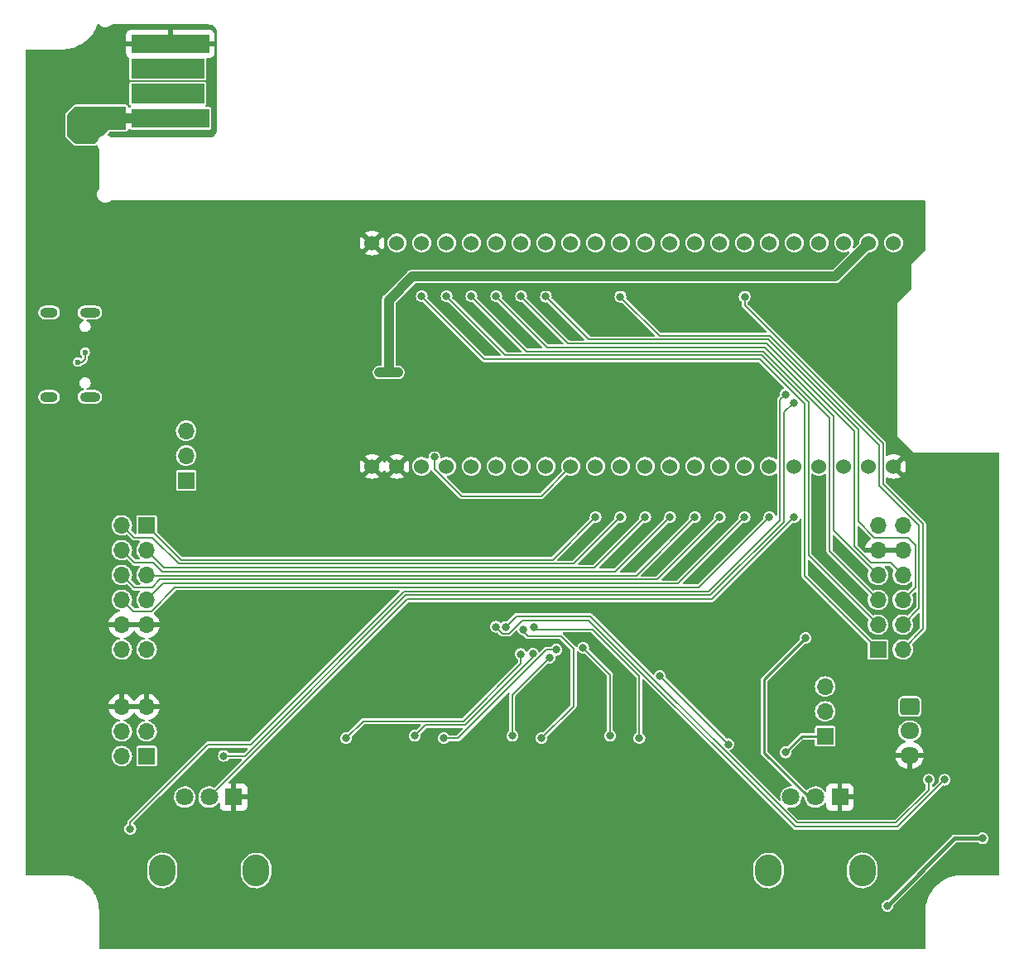
<source format=gbl>
G04 #@! TF.GenerationSoftware,KiCad,Pcbnew,6.0.11-2627ca5db0~126~ubuntu22.04.1*
G04 #@! TF.CreationDate,2023-05-26T00:57:04+02:00*
G04 #@! TF.ProjectId,ELKS,454c4b53-2e6b-4696-9361-645f70636258,rev?*
G04 #@! TF.SameCoordinates,Original*
G04 #@! TF.FileFunction,Copper,L2,Bot*
G04 #@! TF.FilePolarity,Positive*
%FSLAX46Y46*%
G04 Gerber Fmt 4.6, Leading zero omitted, Abs format (unit mm)*
G04 Created by KiCad (PCBNEW 6.0.11-2627ca5db0~126~ubuntu22.04.1) date 2023-05-26 00:57:04*
%MOMM*%
%LPD*%
G01*
G04 APERTURE LIST*
G04 Aperture macros list*
%AMRoundRect*
0 Rectangle with rounded corners*
0 $1 Rounding radius*
0 $2 $3 $4 $5 $6 $7 $8 $9 X,Y pos of 4 corners*
0 Add a 4 corners polygon primitive as box body*
4,1,4,$2,$3,$4,$5,$6,$7,$8,$9,$2,$3,0*
0 Add four circle primitives for the rounded corners*
1,1,$1+$1,$2,$3*
1,1,$1+$1,$4,$5*
1,1,$1+$1,$6,$7*
1,1,$1+$1,$8,$9*
0 Add four rect primitives between the rounded corners*
20,1,$1+$1,$2,$3,$4,$5,0*
20,1,$1+$1,$4,$5,$6,$7,0*
20,1,$1+$1,$6,$7,$8,$9,0*
20,1,$1+$1,$8,$9,$2,$3,0*%
G04 Aperture macros list end*
G04 #@! TA.AperFunction,ComponentPad*
%ADD10R,1.700000X1.700000*%
G04 #@! TD*
G04 #@! TA.AperFunction,ComponentPad*
%ADD11O,1.700000X1.700000*%
G04 #@! TD*
G04 #@! TA.AperFunction,ComponentPad*
%ADD12RoundRect,0.250000X-0.725000X0.600000X-0.725000X-0.600000X0.725000X-0.600000X0.725000X0.600000X0*%
G04 #@! TD*
G04 #@! TA.AperFunction,ComponentPad*
%ADD13O,1.950000X1.700000*%
G04 #@! TD*
G04 #@! TA.AperFunction,ComponentPad*
%ADD14O,2.720000X3.240000*%
G04 #@! TD*
G04 #@! TA.AperFunction,ComponentPad*
%ADD15R,1.800000X1.800000*%
G04 #@! TD*
G04 #@! TA.AperFunction,ComponentPad*
%ADD16C,1.800000*%
G04 #@! TD*
G04 #@! TA.AperFunction,ComponentPad*
%ADD17O,2.100000X1.000000*%
G04 #@! TD*
G04 #@! TA.AperFunction,ComponentPad*
%ADD18O,1.800000X1.000000*%
G04 #@! TD*
G04 #@! TA.AperFunction,ComponentPad*
%ADD19C,1.524000*%
G04 #@! TD*
G04 #@! TA.AperFunction,ConnectorPad*
%ADD20R,8.000000X1.900000*%
G04 #@! TD*
G04 #@! TA.AperFunction,ConnectorPad*
%ADD21R,7.500000X2.000000*%
G04 #@! TD*
G04 #@! TA.AperFunction,ViaPad*
%ADD22C,0.800000*%
G04 #@! TD*
G04 #@! TA.AperFunction,ViaPad*
%ADD23C,0.600000*%
G04 #@! TD*
G04 #@! TA.AperFunction,Conductor*
%ADD24C,1.000000*%
G04 #@! TD*
G04 #@! TA.AperFunction,Conductor*
%ADD25C,0.400000*%
G04 #@! TD*
G04 #@! TA.AperFunction,Conductor*
%ADD26C,0.200000*%
G04 #@! TD*
G04 #@! TA.AperFunction,Conductor*
%ADD27C,0.250000*%
G04 #@! TD*
G04 APERTURE END LIST*
D10*
G04 #@! TO.P,J3,1,Pin_1*
G04 #@! TO.N,Net-(J3-Pad1)*
X112250000Y-98560000D03*
D11*
G04 #@! TO.P,J3,2,Pin_2*
G04 #@! TO.N,Net-(J3-Pad2)*
X109710000Y-98560000D03*
G04 #@! TO.P,J3,3,Pin_3*
G04 #@! TO.N,Net-(J3-Pad3)*
X112250000Y-101100000D03*
G04 #@! TO.P,J3,4,Pin_4*
G04 #@! TO.N,Net-(J3-Pad4)*
X109710000Y-101100000D03*
G04 #@! TO.P,J3,5,Pin_5*
G04 #@! TO.N,Net-(J3-Pad5)*
X112250000Y-103640000D03*
G04 #@! TO.P,J3,6,Pin_6*
G04 #@! TO.N,Net-(J3-Pad6)*
X109710000Y-103640000D03*
G04 #@! TO.P,J3,7,Pin_7*
G04 #@! TO.N,Net-(J3-Pad7)*
X112250000Y-106180000D03*
G04 #@! TO.P,J3,8,Pin_8*
G04 #@! TO.N,Net-(J3-Pad8)*
X109710000Y-106180000D03*
G04 #@! TO.P,J3,9,Pin_9*
G04 #@! TO.N,GND*
X112250000Y-108720000D03*
G04 #@! TO.P,J3,10,Pin_10*
X109710000Y-108720000D03*
G04 #@! TO.P,J3,11,Pin_11*
G04 #@! TO.N,/conectors/Vcc_Pmodc_0*
X112250000Y-111260000D03*
G04 #@! TO.P,J3,12,Pin_12*
X109710000Y-111260000D03*
G04 #@! TD*
D12*
G04 #@! TO.P,J5,1,Pin_1*
G04 #@! TO.N,Net-(J5-Pad1)*
X190300000Y-117100000D03*
D13*
G04 #@! TO.P,J5,2,Pin_2*
G04 #@! TO.N,+5V*
X190300000Y-119600000D03*
G04 #@! TO.P,J5,3,Pin_3*
G04 #@! TO.N,GND*
X190300000Y-122100000D03*
G04 #@! TD*
D10*
G04 #@! TO.P,JP2,1,A*
G04 #@! TO.N,+5V*
X181650000Y-120140000D03*
D11*
G04 #@! TO.P,JP2,2,C*
G04 #@! TO.N,/conectors/Vcc_Pmodc_1*
X181650000Y-117600000D03*
G04 #@! TO.P,JP2,3,B*
G04 #@! TO.N,+3V3*
X181650000Y-115060000D03*
G04 #@! TD*
D14*
G04 #@! TO.P,RV2,*
G04 #@! TO.N,*
X185450000Y-133875000D03*
X175850000Y-133875000D03*
D15*
G04 #@! TO.P,RV2,1,1*
G04 #@! TO.N,GND*
X183150000Y-126375000D03*
D16*
G04 #@! TO.P,RV2,2,2*
G04 #@! TO.N,Net-(C7-Pad1)*
X180650000Y-126375000D03*
G04 #@! TO.P,RV2,3,3*
G04 #@! TO.N,+3V3*
X178150000Y-126375000D03*
G04 #@! TD*
D10*
G04 #@! TO.P,J4,1,Pin_1*
G04 #@! TO.N,Net-(J4-Pad1)*
X112250000Y-122180000D03*
D11*
G04 #@! TO.P,J4,2,Pin_2*
G04 #@! TO.N,Net-(J4-Pad2)*
X109710000Y-122180000D03*
G04 #@! TO.P,J4,3,Pin_3*
G04 #@! TO.N,+5V*
X112250000Y-119640000D03*
G04 #@! TO.P,J4,4,Pin_4*
X109710000Y-119640000D03*
G04 #@! TO.P,J4,5,Pin_5*
G04 #@! TO.N,GND*
X112250000Y-117100000D03*
G04 #@! TO.P,J4,6,Pin_6*
X109710000Y-117100000D03*
G04 #@! TD*
D14*
G04 #@! TO.P,RV1,*
G04 #@! TO.N,*
X123450000Y-133875000D03*
X113850000Y-133875000D03*
D15*
G04 #@! TO.P,RV1,1,1*
G04 #@! TO.N,GND*
X121150000Y-126375000D03*
D16*
G04 #@! TO.P,RV1,2,2*
G04 #@! TO.N,Net-(C6-Pad1)*
X118650000Y-126375000D03*
G04 #@! TO.P,RV1,3,3*
G04 #@! TO.N,+3V3*
X116150000Y-126375000D03*
G04 #@! TD*
D17*
G04 #@! TO.P,J1,S1,SHIELD*
G04 #@! TO.N,N/C*
X106455000Y-76780000D03*
D18*
X102275000Y-85420000D03*
X102275000Y-76780000D03*
D17*
X106455000Y-85420000D03*
G04 #@! TD*
D10*
G04 #@! TO.P,J6,1,Pin_1*
G04 #@! TO.N,Net-(J6-Pad1)*
X187050000Y-111260000D03*
D11*
G04 #@! TO.P,J6,2,Pin_2*
G04 #@! TO.N,Net-(J6-Pad2)*
X189590000Y-111260000D03*
G04 #@! TO.P,J6,3,Pin_3*
G04 #@! TO.N,Net-(J6-Pad3)*
X187050000Y-108720000D03*
G04 #@! TO.P,J6,4,Pin_4*
G04 #@! TO.N,Net-(J6-Pad4)*
X189590000Y-108720000D03*
G04 #@! TO.P,J6,5,Pin_5*
G04 #@! TO.N,Net-(J6-Pad5)*
X187050000Y-106180000D03*
G04 #@! TO.P,J6,6,Pin_6*
G04 #@! TO.N,Net-(J6-Pad6)*
X189590000Y-106180000D03*
G04 #@! TO.P,J6,7,Pin_7*
G04 #@! TO.N,Net-(J6-Pad7)*
X187050000Y-103640000D03*
G04 #@! TO.P,J6,8,Pin_8*
G04 #@! TO.N,Net-(J6-Pad8)*
X189590000Y-103640000D03*
G04 #@! TO.P,J6,9,Pin_9*
G04 #@! TO.N,GND*
X187050000Y-101100000D03*
G04 #@! TO.P,J6,10,Pin_10*
X189590000Y-101100000D03*
G04 #@! TO.P,J6,11,Pin_11*
G04 #@! TO.N,/conectors/Vcc_Pmodc_1*
X187050000Y-98560000D03*
G04 #@! TO.P,J6,12,Pin_12*
X189590000Y-98560000D03*
G04 #@! TD*
D10*
G04 #@! TO.P,JP1,1,A*
G04 #@! TO.N,+3V3*
X116300000Y-93960000D03*
D11*
G04 #@! TO.P,JP1,2,C*
G04 #@! TO.N,/conectors/Vcc_Pmodc_0*
X116300000Y-91420000D03*
G04 #@! TO.P,JP1,3,B*
G04 #@! TO.N,+5V*
X116300000Y-88880000D03*
G04 #@! TD*
D19*
G04 #@! TO.P,U1,1,3V3*
G04 #@! TO.N,+3V3*
X188650000Y-69670000D03*
G04 #@! TO.P,U1,2,3V3*
X186110000Y-69670000D03*
G04 #@! TO.P,U1,3,RST*
G04 #@! TO.N,unconnected-(U1-Pad3)*
X183570000Y-69670000D03*
G04 #@! TO.P,U1,4,GPIO4*
G04 #@! TO.N,/SER0*
X181030000Y-69670000D03*
G04 #@! TO.P,U1,5,GPIO5*
G04 #@! TO.N,/SER1*
X178490000Y-69670000D03*
G04 #@! TO.P,U1,6,GPIO6*
G04 #@! TO.N,/SW2*
X175950000Y-69670000D03*
G04 #@! TO.P,U1,7,GPIO7*
G04 #@! TO.N,/1;INT{slash}INT-{slash}DIR2{slash}IO*
X173410000Y-69670000D03*
G04 #@! TO.P,U1,8,GPIO15-RTS0*
G04 #@! TO.N,/LED-Y*
X170870000Y-69670000D03*
G04 #@! TO.P,U1,9,GPIO16-CTS0*
G04 #@! TO.N,/SW1*
X168330000Y-69670000D03*
G04 #@! TO.P,U1,10,GPIO17-TX1*
G04 #@! TO.N,unconnected-(U1-Pad10)*
X165790000Y-69670000D03*
G04 #@! TO.P,U1,11,GPIO18-RX1*
G04 #@! TO.N,/SW0*
X163250000Y-69670000D03*
G04 #@! TO.P,U1,12,GPIO8*
G04 #@! TO.N,/1;RST{slash}RST{slash}EN1-{slash}IO*
X160710000Y-69670000D03*
G04 #@! TO.P,U1,13,GPIO3!!!D*
G04 #@! TO.N,/LED-G*
X158170000Y-69670000D03*
G04 #@! TO.P,U1,14,GPIO46!!!D*
G04 #@! TO.N,/LED-B*
X155630000Y-69670000D03*
G04 #@! TO.P,U1,15,GPIO9*
G04 #@! TO.N,/1;CS2{slash}IO-{slash}S2A-{slash}IO*
X153090000Y-69670000D03*
G04 #@! TO.P,U1,16,GPIO10*
G04 #@! TO.N,/1;CS3{slash}IO-{slash}S2B-{slash}IO*
X150550000Y-69670000D03*
G04 #@! TO.P,U1,17,GPIO11*
G04 #@! TO.N,/1;CLK-{slash}RTS{slash}S1B{slash}SDA{slash}BCLK*
X148010000Y-69670000D03*
G04 #@! TO.P,U1,18,GPIO12*
G04 #@! TO.N,/1;MISO{slash}RXD{slash}S1A{slash}SCL{slash}ADC-D*
X145470000Y-69670000D03*
G04 #@! TO.P,U1,19,GPIO13*
G04 #@! TO.N,/1;MOSI{slash}TXD{slash}EN1{slash}IO-{slash}DAC-D*
X142930000Y-69670000D03*
G04 #@! TO.P,U1,20,GPIO14*
G04 #@! TO.N,/1;CS-{slash}CTS{slash}DIR1{slash}IO-{slash}LRCLK*
X140390000Y-69670000D03*
G04 #@! TO.P,U1,21,5V*
G04 #@! TO.N,Net-(D1-Pad1)*
X137850000Y-69670000D03*
G04 #@! TO.P,U1,22,GND*
G04 #@! TO.N,GND*
X135310000Y-69670000D03*
G04 #@! TO.P,U1,23,GND*
X188650000Y-92530000D03*
G04 #@! TO.P,U1,24,GPIO43-TX0*
G04 #@! TO.N,unconnected-(U1-Pad24)*
X186110000Y-92530000D03*
G04 #@! TO.P,U1,25,GPIO44-RX0*
G04 #@! TO.N,unconnected-(U1-Pad25)*
X183570000Y-92530000D03*
G04 #@! TO.P,U1,26,GPIO1*
G04 #@! TO.N,/POT1*
X181030000Y-92530000D03*
G04 #@! TO.P,U1,27,GPIO2*
G04 #@! TO.N,/POT0*
X178490000Y-92530000D03*
G04 #@! TO.P,U1,28,GPIO42*
G04 #@! TO.N,/0;CS3{slash}IO-{slash}S2B-{slash}IO*
X175950000Y-92530000D03*
G04 #@! TO.P,U1,29,GPIO41*
G04 #@! TO.N,/0;CS-{slash}CTS{slash}DIR1{slash}IO-{slash}LRCLK*
X173410000Y-92530000D03*
G04 #@! TO.P,U1,30,GPIO40*
G04 #@! TO.N,/0;CS2{slash}IO-{slash}S2A-{slash}IO*
X170870000Y-92530000D03*
G04 #@! TO.P,U1,31,GPIO39*
G04 #@! TO.N,/0;MOSI{slash}TXD{slash}EN1{slash}IO-{slash}DAC-D*
X168330000Y-92530000D03*
G04 #@! TO.P,U1,32,GPIO38*
G04 #@! TO.N,/0;RST{slash}RST{slash}EN1-{slash}IO*
X165790000Y-92530000D03*
G04 #@! TO.P,U1,33,GPIO37*
G04 #@! TO.N,/0;MISO{slash}RXD{slash}S1A{slash}SCL{slash}ADC-D*
X163250000Y-92530000D03*
G04 #@! TO.P,U1,34,GPIO36*
G04 #@! TO.N,/0;INT{slash}INT-{slash}DIR2{slash}IO*
X160710000Y-92530000D03*
G04 #@! TO.P,U1,35,GPIO35*
G04 #@! TO.N,/0;CLK-{slash}RTS{slash}S1B-{slash}SDA{slash}BCLK*
X158170000Y-92530000D03*
G04 #@! TO.P,U1,36,GPIO0!!!U*
G04 #@! TO.N,/BUZZER*
X155630000Y-92530000D03*
G04 #@! TO.P,U1,37,GPIO45!!!D*
G04 #@! TO.N,/LED-R*
X153090000Y-92530000D03*
G04 #@! TO.P,U1,38,GPIO48*
G04 #@! TO.N,/conectors/SDA*
X150550000Y-92530000D03*
G04 #@! TO.P,U1,39,GPIO47*
G04 #@! TO.N,/conectors/SCL*
X148010000Y-92530000D03*
G04 #@! TO.P,U1,40,GPIO21*
G04 #@! TO.N,/I_LED*
X145470000Y-92530000D03*
G04 #@! TO.P,U1,41,GPIO20-D+*
G04 #@! TO.N,/D+*
X142930000Y-92530000D03*
G04 #@! TO.P,U1,42,GPIO19-D-*
G04 #@! TO.N,/D-*
X140390000Y-92530000D03*
G04 #@! TO.P,U1,43,GND*
G04 #@! TO.N,GND*
X137850000Y-92530000D03*
G04 #@! TO.P,U1,44,GND*
X135310000Y-92530000D03*
G04 #@! TD*
D20*
G04 #@! TO.P,J2,1,VBUS*
G04 #@! TO.N,+5V*
X114662500Y-56910000D03*
D21*
G04 #@! TO.P,J2,2,D-*
G04 #@! TO.N,unconnected-(J2-Pad2)*
X114412500Y-54400000D03*
G04 #@! TO.P,J2,3,D+*
G04 #@! TO.N,unconnected-(J2-Pad3)*
X114412500Y-51800000D03*
D20*
G04 #@! TO.P,J2,4,GND*
G04 #@! TO.N,GND*
X114662500Y-49290000D03*
G04 #@! TD*
D22*
G04 #@! TO.N,+3V3*
X137950000Y-82920000D03*
X137010000Y-82920000D03*
X136070000Y-82920000D03*
X188000000Y-137500000D03*
X197725000Y-130600000D03*
G04 #@! TO.N,GND*
X169073028Y-130325000D03*
X114966000Y-113512000D03*
X129700000Y-108700000D03*
X116650000Y-80100000D03*
X128875000Y-130375000D03*
X170573028Y-128825000D03*
X130375000Y-128875000D03*
X142750000Y-83400000D03*
X118650000Y-80100000D03*
X130375000Y-130375000D03*
X112650000Y-80100000D03*
X126800000Y-94900000D03*
X169050000Y-111500000D03*
X122650000Y-80100000D03*
X114650000Y-83100000D03*
X134150000Y-80100000D03*
X182400000Y-74600000D03*
X170550000Y-113000000D03*
X124650000Y-80100000D03*
X144250000Y-81900000D03*
X188050000Y-85400000D03*
X120650000Y-80100000D03*
X169050000Y-113000000D03*
X149723028Y-129600000D03*
X128875000Y-128875000D03*
X126800000Y-96400000D03*
X118650000Y-83100000D03*
X195700000Y-125100000D03*
X170573028Y-130325000D03*
X126650000Y-80100000D03*
X125300000Y-96400000D03*
X142750000Y-81900000D03*
X112650000Y-83100000D03*
X124650000Y-83100000D03*
X139650000Y-129600000D03*
X186550000Y-85400000D03*
X131650000Y-80100000D03*
X159650000Y-129600000D03*
X170550000Y-111500000D03*
X144250000Y-83400000D03*
X169073028Y-128825000D03*
X131200000Y-108700000D03*
X125300000Y-94900000D03*
X122650000Y-83100000D03*
X129150000Y-80100000D03*
X114975000Y-115290000D03*
X182400000Y-76100000D03*
X131200000Y-107200000D03*
X114650000Y-80100000D03*
X188050000Y-83900000D03*
X197300000Y-125100000D03*
X116475000Y-115290000D03*
X129700000Y-107200000D03*
X196250000Y-133100000D03*
X116650000Y-83100000D03*
X186550000Y-83900000D03*
X120650000Y-83100000D03*
G04 #@! TO.N,Net-(C6-Pad1)*
X178490000Y-97700000D03*
G04 #@! TO.N,Net-(C7-Pad1)*
X179650000Y-110100000D03*
G04 #@! TO.N,+5V*
X106050000Y-58600000D03*
X177600000Y-121800000D03*
X107050000Y-56700000D03*
X106050000Y-57700000D03*
X106950000Y-57700000D03*
X106150000Y-56700000D03*
X105150000Y-58600000D03*
X105150000Y-57700000D03*
X106950000Y-58600000D03*
X105150000Y-56700000D03*
D23*
G04 #@! TO.N,/D+*
X105950000Y-80850000D03*
X105225000Y-81850000D03*
D22*
G04 #@! TO.N,/SW0*
X139650000Y-120100000D03*
X151767628Y-111705628D03*
G04 #@! TO.N,/SW1*
X149650000Y-120100000D03*
X153450000Y-112100000D03*
G04 #@! TO.N,/SW2*
X159650000Y-120100000D03*
X156900000Y-111100000D03*
G04 #@! TO.N,/LED-R*
X150780000Y-109194000D03*
X152650000Y-120350000D03*
G04 #@! TO.N,/LED-G*
X150526000Y-111734000D03*
X132650000Y-120350000D03*
G04 #@! TO.N,/BUZZER*
X141675000Y-91575000D03*
G04 #@! TO.N,/LED-B*
X151858500Y-108969622D03*
X162650000Y-120350000D03*
G04 #@! TO.N,/LED-Y*
X142650000Y-120350000D03*
X154150000Y-111300000D03*
G04 #@! TO.N,/SER0*
X178425378Y-85994622D03*
X120150000Y-122150000D03*
G04 #@! TO.N,/SER1*
X177580378Y-85149622D03*
X110580000Y-129630000D03*
G04 #@! TO.N,/conectors/SCL*
X193850000Y-124600000D03*
X147986000Y-108940000D03*
G04 #@! TO.N,/conectors/SDA*
X192250000Y-124600000D03*
X148985503Y-108940000D03*
G04 #@! TO.N,/I_LED*
X164759750Y-113990250D03*
X171732122Y-120967878D03*
G04 #@! TO.N,Net-(J3-Pad1)*
X158170000Y-97700000D03*
G04 #@! TO.N,Net-(J3-Pad2)*
X160710000Y-97700000D03*
G04 #@! TO.N,Net-(J3-Pad3)*
X163250000Y-97700000D03*
G04 #@! TO.N,Net-(J3-Pad4)*
X165790000Y-97700000D03*
G04 #@! TO.N,Net-(J3-Pad5)*
X168330000Y-97700000D03*
G04 #@! TO.N,Net-(J3-Pad6)*
X170870000Y-97700000D03*
G04 #@! TO.N,Net-(J3-Pad7)*
X173410000Y-97700000D03*
G04 #@! TO.N,Net-(J3-Pad8)*
X175950000Y-97700000D03*
G04 #@! TO.N,Net-(J6-Pad1)*
X140390000Y-75140000D03*
G04 #@! TO.N,Net-(J6-Pad2)*
X173420000Y-75160000D03*
G04 #@! TO.N,Net-(J6-Pad3)*
X142930000Y-75140000D03*
G04 #@! TO.N,Net-(J6-Pad4)*
X160710000Y-75160000D03*
G04 #@! TO.N,Net-(J6-Pad5)*
X145470000Y-75140000D03*
G04 #@! TO.N,Net-(J6-Pad6)*
X153090000Y-75150000D03*
G04 #@! TO.N,Net-(J6-Pad7)*
X148010000Y-75140000D03*
G04 #@! TO.N,Net-(J6-Pad8)*
X150550000Y-75140000D03*
G04 #@! TD*
D24*
G04 #@! TO.N,+3V3*
X136070000Y-82920000D02*
X137950000Y-82920000D01*
D25*
X188000000Y-137500000D02*
X194900000Y-130600000D01*
D24*
X182680000Y-73100000D02*
X139420000Y-73100000D01*
X137010000Y-75510000D02*
X137010000Y-82920000D01*
X186110000Y-69670000D02*
X182680000Y-73100000D01*
X139420000Y-73100000D02*
X137010000Y-75510000D01*
D25*
X194900000Y-130600000D02*
X197725000Y-130600000D01*
D26*
G04 #@! TO.N,Net-(C6-Pad1)*
X170090000Y-106100000D02*
X138925000Y-106100000D01*
X138925000Y-106100000D02*
X118650000Y-126375000D01*
X178490000Y-97700000D02*
X170090000Y-106100000D01*
D27*
G04 #@! TO.N,Net-(C7-Pad1)*
X179949695Y-126375000D02*
X175400000Y-121825305D01*
X175400000Y-114350000D02*
X179650000Y-110100000D01*
X180650000Y-126375000D02*
X179949695Y-126375000D01*
X175400000Y-121825305D02*
X175400000Y-114350000D01*
G04 #@! TO.N,+5V*
X179260000Y-120140000D02*
X181650000Y-120140000D01*
X177600000Y-121800000D02*
X179260000Y-120140000D01*
D24*
X114662500Y-56910000D02*
X107260000Y-56910000D01*
X107260000Y-56910000D02*
X107050000Y-56700000D01*
D26*
G04 #@! TO.N,/D+*
X105950000Y-80850000D02*
X105950000Y-81525000D01*
X105950000Y-81525000D02*
X105625000Y-81850000D01*
X105625000Y-81850000D02*
X105225000Y-81850000D01*
G04 #@! TO.N,/SW0*
X140750000Y-119000000D02*
X139650000Y-120100000D01*
X151767628Y-111705628D02*
X151767628Y-112034872D01*
X144802500Y-119000000D02*
X140750000Y-119000000D01*
X151767628Y-112034872D02*
X144802500Y-119000000D01*
G04 #@! TO.N,/SW1*
X153450000Y-112100000D02*
X149650000Y-115900000D01*
X149650000Y-115900000D02*
X149650000Y-120100000D01*
G04 #@! TO.N,/SW2*
X156900000Y-111100000D02*
X159650000Y-113850000D01*
X159650000Y-113850000D02*
X159650000Y-120100000D01*
G04 #@! TO.N,/LED-R*
X154649310Y-109899310D02*
X155925000Y-111175000D01*
X150780000Y-109419069D02*
X151260241Y-109899310D01*
X155925000Y-117075000D02*
X152650000Y-120350000D01*
X155925000Y-111175000D02*
X155925000Y-117075000D01*
X150780000Y-109194000D02*
X150780000Y-109419069D01*
X151260241Y-109899310D02*
X154649310Y-109899310D01*
G04 #@! TO.N,/LED-G*
X150526000Y-111734000D02*
X150526000Y-112711494D01*
X134400000Y-118600000D02*
X132650000Y-120350000D01*
X150526000Y-112711494D02*
X144637494Y-118600000D01*
X144637494Y-118600000D02*
X134400000Y-118600000D01*
G04 #@! TO.N,/BUZZER*
X144473105Y-95575000D02*
X152585000Y-95575000D01*
X141675000Y-91575000D02*
X141675000Y-92776895D01*
X152585000Y-95575000D02*
X155630000Y-92530000D01*
X141675000Y-92776895D02*
X144473105Y-95575000D01*
G04 #@! TO.N,/LED-B*
X152088688Y-109199810D02*
X157843438Y-109199810D01*
X162650000Y-114006372D02*
X162650000Y-120350000D01*
X157843438Y-109199810D02*
X162650000Y-114006372D01*
X151858500Y-108969622D02*
X152088688Y-109199810D01*
G04 #@! TO.N,/LED-Y*
X144112500Y-120350000D02*
X142650000Y-120350000D01*
X153162500Y-111300000D02*
X144112500Y-120350000D01*
X154150000Y-111300000D02*
X153162500Y-111300000D01*
G04 #@! TO.N,/SER0*
X122309314Y-122150000D02*
X138759314Y-105700000D01*
X177420000Y-98204314D02*
X177420000Y-87000000D01*
X138759314Y-105700000D02*
X169924314Y-105700000D01*
X120150000Y-122150000D02*
X122309314Y-122150000D01*
X169924314Y-105700000D02*
X177420000Y-98204314D01*
X177420000Y-87000000D02*
X178425378Y-85994622D01*
G04 #@! TO.N,/SER1*
X122893628Y-121000000D02*
X118500000Y-121000000D01*
X177020000Y-87600000D02*
X177020000Y-85710000D01*
X110580000Y-128920000D02*
X110580000Y-129630000D01*
X177020000Y-87600000D02*
X177020000Y-98038628D01*
X118500000Y-121000000D02*
X110580000Y-128920000D01*
X177020000Y-85710000D02*
X177580378Y-85149622D01*
X177020000Y-98038628D02*
X169758628Y-105300000D01*
X169758628Y-105300000D02*
X138593628Y-105300000D01*
X138593628Y-105300000D02*
X122893628Y-121000000D01*
G04 #@! TO.N,/conectors/SCL*
X149318489Y-109639511D02*
X150687878Y-108270122D01*
X189050000Y-129400000D02*
X193850000Y-124600000D01*
X157479437Y-108270122D02*
X178609315Y-129400000D01*
X150687878Y-108270122D02*
X157479437Y-108270122D01*
X148685511Y-109639511D02*
X149318489Y-109639511D01*
X147986000Y-108940000D02*
X148685511Y-109639511D01*
X178609315Y-129400000D02*
X189050000Y-129400000D01*
G04 #@! TO.N,/conectors/SDA*
X150055381Y-107870122D02*
X157645122Y-107870122D01*
X192250000Y-125634314D02*
X192250000Y-124600000D01*
X148985503Y-108940000D02*
X150055381Y-107870122D01*
X178775000Y-129000000D02*
X188884314Y-129000000D01*
X188884314Y-129000000D02*
X192250000Y-125634314D01*
X157645122Y-107870122D02*
X178775000Y-129000000D01*
G04 #@! TO.N,/I_LED*
X164759750Y-113990250D02*
X171732122Y-120962622D01*
X171732122Y-120962622D02*
X171732122Y-120967878D01*
G04 #@! TO.N,Net-(J3-Pad1)*
X115790000Y-102100000D02*
X112250000Y-98560000D01*
X158170000Y-97700000D02*
X153770000Y-102100000D01*
X153770000Y-102100000D02*
X115790000Y-102100000D01*
G04 #@! TO.N,Net-(J3-Pad2)*
X112850000Y-99825000D02*
X115525000Y-102500000D01*
X155910000Y-102500000D02*
X160710000Y-97700000D01*
X110975000Y-99825000D02*
X112850000Y-99825000D01*
X115525000Y-102500000D02*
X150740000Y-102500000D01*
X150740000Y-102500000D02*
X155910000Y-102500000D01*
X109710000Y-98560000D02*
X110975000Y-99825000D01*
G04 #@! TO.N,Net-(J3-Pad3)*
X114050000Y-102900000D02*
X112250000Y-101100000D01*
X158050000Y-102900000D02*
X114050000Y-102900000D01*
X163250000Y-97700000D02*
X158050000Y-102900000D01*
G04 #@! TO.N,Net-(J3-Pad4)*
X113884315Y-103300000D02*
X154960000Y-103300000D01*
X160190000Y-103300000D02*
X165790000Y-97700000D01*
X112959314Y-102375000D02*
X113884315Y-103300000D01*
X110985000Y-102375000D02*
X112959314Y-102375000D01*
X109710000Y-101100000D02*
X110985000Y-102375000D01*
X154960000Y-103300000D02*
X160190000Y-103300000D01*
G04 #@! TO.N,Net-(J3-Pad5)*
X157160000Y-103700000D02*
X112310000Y-103700000D01*
X168330000Y-97700000D02*
X162330000Y-103700000D01*
X112310000Y-103700000D02*
X112250000Y-103640000D01*
X162330000Y-103700000D02*
X157050000Y-103700000D01*
G04 #@! TO.N,Net-(J3-Pad6)*
X109710000Y-103640000D02*
X110995000Y-104925000D01*
X112800000Y-104925000D02*
X113625000Y-104100000D01*
X159300000Y-104100000D02*
X164470000Y-104100000D01*
X164470000Y-104100000D02*
X170870000Y-97700000D01*
X113625000Y-104100000D02*
X159300000Y-104100000D01*
X110995000Y-104925000D02*
X112800000Y-104925000D01*
G04 #@! TO.N,Net-(J3-Pad7)*
X113930000Y-104500000D02*
X166610000Y-104500000D01*
X112250000Y-106180000D02*
X113930000Y-104500000D01*
X166610000Y-104500000D02*
X173410000Y-97700000D01*
G04 #@! TO.N,Net-(J3-Pad8)*
X168750000Y-104900000D02*
X175950000Y-97700000D01*
X109710000Y-106180000D02*
X110860000Y-107330000D01*
X112726346Y-107330000D02*
X115156346Y-104900000D01*
X115156346Y-104900000D02*
X168750000Y-104900000D01*
X110860000Y-107330000D02*
X112726346Y-107330000D01*
G04 #@! TO.N,Net-(J6-Pad1)*
X176090000Y-82670000D02*
X174970000Y-81550000D01*
X179552000Y-86132000D02*
X176090000Y-82670000D01*
X146800000Y-81550000D02*
X140390000Y-75140000D01*
X187050000Y-111260000D02*
X182245000Y-106455000D01*
X162110000Y-81550000D02*
X146800000Y-81550000D01*
X179552000Y-103762000D02*
X179552000Y-92450000D01*
X182245000Y-106455000D02*
X182108000Y-106318000D01*
X179552000Y-92450000D02*
X179552000Y-86132000D01*
X182245000Y-106455000D02*
X179552000Y-103762000D01*
X174970000Y-81550000D02*
X162110000Y-81550000D01*
G04 #@! TO.N,Net-(J6-Pad2)*
X191660000Y-98437969D02*
X191660000Y-109190000D01*
X173420000Y-75160000D02*
X173420000Y-76040199D01*
X187572000Y-90192200D02*
X187572000Y-94349968D01*
X191660000Y-109190000D02*
X189590000Y-111260000D01*
X187572000Y-94349968D02*
X191660000Y-98437969D01*
X173420000Y-76040199D02*
X187572000Y-90192200D01*
G04 #@! TO.N,Net-(J6-Pad3)*
X142930000Y-75140000D02*
X148940000Y-81150000D01*
X187050000Y-108720000D02*
X179952000Y-101622000D01*
X175135686Y-81150000D02*
X179952000Y-85966315D01*
X179952000Y-97502000D02*
X179952000Y-99220000D01*
X179952000Y-101622000D02*
X179952000Y-97502000D01*
X148940000Y-81150000D02*
X175135686Y-81150000D01*
X179952000Y-85966315D02*
X179952000Y-97502000D01*
G04 #@! TO.N,Net-(J6-Pad4)*
X191260000Y-103270000D02*
X191260000Y-98603654D01*
X173440000Y-79150000D02*
X164700000Y-79150000D01*
X187172000Y-94515654D02*
X187172000Y-92320000D01*
X187172000Y-92320000D02*
X187172000Y-90357885D01*
X175964115Y-79150000D02*
X173440000Y-79150000D01*
X191260000Y-107050000D02*
X191260000Y-103270000D01*
X184357058Y-87542942D02*
X175964115Y-79150000D01*
X164700000Y-79150000D02*
X160710000Y-75160000D01*
X189590000Y-108720000D02*
X191260000Y-107050000D01*
X187172000Y-90357885D02*
X184357058Y-87542942D01*
X191260000Y-98603654D02*
X187172000Y-94515654D01*
G04 #@! TO.N,Net-(J6-Pad5)*
X182092000Y-101222000D02*
X182092000Y-92602000D01*
X161280000Y-80750000D02*
X151080000Y-80750000D01*
X184770000Y-103900000D02*
X182092000Y-101222000D01*
X151080000Y-80750000D02*
X145470000Y-75140000D01*
X187050000Y-106180000D02*
X184770000Y-103900000D01*
X182092000Y-87540629D02*
X177620686Y-83069314D01*
X175301372Y-80750000D02*
X161280000Y-80750000D01*
X182092000Y-92602000D02*
X182092000Y-87540629D01*
X177620686Y-83069314D02*
X175301372Y-80750000D01*
G04 #@! TO.N,Net-(J6-Pad6)*
X175798430Y-79550000D02*
X157490000Y-79550000D01*
X186693654Y-99830000D02*
X185032000Y-98168346D01*
X185032000Y-98168346D02*
X185032000Y-88783571D01*
X189590000Y-106180000D02*
X190860000Y-104910000D01*
X190860000Y-100580000D02*
X190110000Y-99830000D01*
X185032000Y-88783571D02*
X175798430Y-79550000D01*
X157490000Y-79550000D02*
X153090000Y-75150000D01*
X190110000Y-99830000D02*
X186693654Y-99830000D01*
X190860000Y-104910000D02*
X190860000Y-100580000D01*
G04 #@! TO.N,Net-(J6-Pad7)*
X148010000Y-75140000D02*
X153220000Y-80350000D01*
X182508000Y-87390942D02*
X182508000Y-89748000D01*
X157750000Y-80350000D02*
X175467058Y-80350000D01*
X153220000Y-80350000D02*
X157750000Y-80350000D01*
X182508000Y-99098000D02*
X182508000Y-89748000D01*
X175467058Y-80350000D02*
X182508000Y-87390942D01*
X182508000Y-89748000D02*
X182508000Y-92969895D01*
X187050000Y-103640000D02*
X182508000Y-99098000D01*
G04 #@! TO.N,Net-(J6-Pad8)*
X184632000Y-100656314D02*
X184632000Y-92510000D01*
X184632000Y-92510000D02*
X184632000Y-88949256D01*
X185392843Y-101417157D02*
X184632000Y-100656314D01*
X186365686Y-102390000D02*
X185392843Y-101417157D01*
X155360000Y-79950000D02*
X150550000Y-75140000D01*
X189590000Y-103640000D02*
X188340000Y-102390000D01*
X168410000Y-79950000D02*
X155360000Y-79950000D01*
X181731372Y-86048628D02*
X175632744Y-79950000D01*
X175632744Y-79950000D02*
X168410000Y-79950000D01*
X184632000Y-88949256D02*
X181731372Y-86048628D01*
X187020000Y-102390000D02*
X186365686Y-102390000D01*
X188340000Y-102390000D02*
X187020000Y-102390000D01*
G04 #@! TD*
G04 #@! TA.AperFunction,Conductor*
G04 #@! TO.N,GND*
G36*
X107357332Y-47254994D02*
G01*
X107381616Y-47276444D01*
X107422245Y-47326389D01*
X107553454Y-47435210D01*
X107557707Y-47437516D01*
X107557708Y-47437517D01*
X107657703Y-47491742D01*
X107703303Y-47516470D01*
X107866083Y-47567072D01*
X107870896Y-47567584D01*
X107870898Y-47567584D01*
X108030770Y-47584577D01*
X108030775Y-47584577D01*
X108035592Y-47585089D01*
X108205372Y-47569834D01*
X108210015Y-47568473D01*
X108210021Y-47568472D01*
X108364301Y-47523252D01*
X108364303Y-47523251D01*
X108368954Y-47521888D01*
X108383772Y-47514162D01*
X108515807Y-47445320D01*
X108515811Y-47445317D01*
X108520106Y-47443078D01*
X108638264Y-47348286D01*
X108644155Y-47344214D01*
X108643963Y-47343967D01*
X108645123Y-47343067D01*
X108651324Y-47339405D01*
X108652070Y-47338289D01*
X108653221Y-47337589D01*
X108653735Y-47337087D01*
X108654644Y-47335677D01*
X108661693Y-47330206D01*
X108662776Y-47331602D01*
X108702928Y-47305773D01*
X108731131Y-47302747D01*
X108741004Y-47305459D01*
X108751968Y-47303458D01*
X108751970Y-47303458D01*
X108759359Y-47302109D01*
X108777134Y-47300500D01*
X118615983Y-47300500D01*
X118638169Y-47303018D01*
X118649641Y-47305656D01*
X118660516Y-47303195D01*
X118671663Y-47303215D01*
X118671661Y-47304219D01*
X118681562Y-47303609D01*
X118767698Y-47312092D01*
X118796272Y-47314906D01*
X118815301Y-47318691D01*
X118904104Y-47345629D01*
X118946626Y-47358528D01*
X118964555Y-47365955D01*
X119085577Y-47430643D01*
X119101713Y-47441424D01*
X119125429Y-47460887D01*
X119207798Y-47528485D01*
X119221515Y-47542202D01*
X119289113Y-47624571D01*
X119308576Y-47648287D01*
X119319357Y-47664423D01*
X119384045Y-47785445D01*
X119391472Y-47803373D01*
X119431309Y-47934699D01*
X119435094Y-47953728D01*
X119438514Y-47988455D01*
X119446384Y-48068363D01*
X119446861Y-48078239D01*
X119446843Y-48088774D01*
X119444344Y-48099641D01*
X119447059Y-48111638D01*
X119449500Y-48133488D01*
X119449499Y-58065982D01*
X119446981Y-58088168D01*
X119444343Y-58099640D01*
X119446804Y-58110515D01*
X119446784Y-58121662D01*
X119445780Y-58121660D01*
X119446390Y-58131561D01*
X119435093Y-58246269D01*
X119431307Y-58265302D01*
X119419249Y-58305055D01*
X119391471Y-58396625D01*
X119384044Y-58414555D01*
X119319356Y-58535577D01*
X119308574Y-58551714D01*
X119221514Y-58657797D01*
X119207797Y-58671514D01*
X119143834Y-58724007D01*
X119101714Y-58758574D01*
X119085577Y-58769356D01*
X118964555Y-58834044D01*
X118946625Y-58841471D01*
X118896854Y-58856569D01*
X118815302Y-58881307D01*
X118796271Y-58885093D01*
X118681636Y-58896383D01*
X118671760Y-58896860D01*
X118661225Y-58896842D01*
X118650358Y-58894343D01*
X118638358Y-58897058D01*
X118616511Y-58899499D01*
X113232504Y-58899500D01*
X108777714Y-58899500D01*
X108759568Y-58897823D01*
X108752747Y-58896551D01*
X108752746Y-58896551D01*
X108741789Y-58894508D01*
X108731684Y-58897242D01*
X108673255Y-58880805D01*
X108658819Y-58867670D01*
X108655133Y-58864798D01*
X108654248Y-58863415D01*
X108653735Y-58862913D01*
X108652570Y-58862200D01*
X108651815Y-58861061D01*
X108645563Y-58857342D01*
X108644568Y-58856567D01*
X108644757Y-58856325D01*
X108638874Y-58852245D01*
X108520089Y-58756948D01*
X108515796Y-58754710D01*
X108515792Y-58754707D01*
X108373237Y-58680380D01*
X108373238Y-58680380D01*
X108368943Y-58678141D01*
X108292151Y-58655634D01*
X108241628Y-58621124D01*
X108221039Y-58563507D01*
X108238248Y-58504791D01*
X108249993Y-58490627D01*
X108406124Y-58334496D01*
X108460641Y-58306719D01*
X108476128Y-58305500D01*
X110034919Y-58305500D01*
X110075816Y-58299980D01*
X110086089Y-58298594D01*
X110086090Y-58298594D01*
X110089393Y-58298148D01*
X110092602Y-58297266D01*
X110092606Y-58297265D01*
X110124927Y-58288379D01*
X110153805Y-58280440D01*
X110174292Y-58273632D01*
X110200226Y-58255974D01*
X110245297Y-58225285D01*
X110249888Y-58222159D01*
X110298210Y-58170144D01*
X110314161Y-58150715D01*
X110349928Y-58066542D01*
X110350910Y-58061067D01*
X110351863Y-58055753D01*
X110380745Y-58001814D01*
X110435816Y-57975153D01*
X110496041Y-57985953D01*
X110514847Y-57999911D01*
X110517948Y-58004552D01*
X110584269Y-58048867D01*
X110593832Y-58050769D01*
X110593834Y-58050770D01*
X110616505Y-58055279D01*
X110642752Y-58060500D01*
X118682248Y-58060500D01*
X118708495Y-58055279D01*
X118731166Y-58050770D01*
X118731168Y-58050769D01*
X118740731Y-58048867D01*
X118807052Y-58004552D01*
X118851367Y-57938231D01*
X118863000Y-57879748D01*
X118863000Y-55940252D01*
X118851367Y-55881769D01*
X118807052Y-55815448D01*
X118740731Y-55771133D01*
X118731168Y-55769231D01*
X118731166Y-55769230D01*
X118708495Y-55764721D01*
X118682248Y-55759500D01*
X118311719Y-55759500D01*
X118253528Y-55740593D01*
X118217564Y-55691093D01*
X118217564Y-55629907D01*
X118256717Y-55578185D01*
X118277920Y-55564018D01*
X118307052Y-55544552D01*
X118351367Y-55478231D01*
X118363000Y-55419748D01*
X118363000Y-53380252D01*
X118351367Y-53321769D01*
X118307052Y-53255448D01*
X118240731Y-53211133D01*
X118231168Y-53209231D01*
X118231166Y-53209230D01*
X118208495Y-53204721D01*
X118182248Y-53199500D01*
X110642752Y-53199500D01*
X110616505Y-53204721D01*
X110593834Y-53209230D01*
X110593832Y-53209231D01*
X110584269Y-53211133D01*
X110517948Y-53255448D01*
X110473633Y-53321769D01*
X110462000Y-53380252D01*
X110462000Y-55419748D01*
X110473633Y-55478231D01*
X110517948Y-55544552D01*
X110584269Y-55588867D01*
X110590213Y-55590049D01*
X110634967Y-55628273D01*
X110649250Y-55687768D01*
X110625835Y-55744296D01*
X110590641Y-55769865D01*
X110584269Y-55771133D01*
X110517948Y-55815448D01*
X110517357Y-55814564D01*
X110471333Y-55838014D01*
X110410901Y-55828443D01*
X110367636Y-55785178D01*
X110357854Y-55754324D01*
X110356429Y-55744412D01*
X110351337Y-55719797D01*
X110308328Y-55639084D01*
X110261835Y-55585428D01*
X110244242Y-55567473D01*
X110238068Y-55564019D01*
X110238066Y-55564018D01*
X110169271Y-55525537D01*
X110169269Y-55525536D01*
X110164424Y-55522826D01*
X110096303Y-55502824D01*
X110038407Y-55494500D01*
X105002190Y-55494500D01*
X105000889Y-55494570D01*
X105000879Y-55494570D01*
X104981547Y-55495606D01*
X104981537Y-55495607D01*
X104980227Y-55495677D01*
X104953444Y-55498556D01*
X104948803Y-55500009D01*
X104948799Y-55500010D01*
X104900307Y-55515194D01*
X104876919Y-55522517D01*
X104814607Y-55556543D01*
X104811779Y-55558660D01*
X104811773Y-55558664D01*
X104771871Y-55588536D01*
X104767785Y-55591595D01*
X104041595Y-56317785D01*
X104026898Y-56334145D01*
X104009995Y-56355119D01*
X103972826Y-56426173D01*
X103952824Y-56494294D01*
X103944500Y-56552190D01*
X103944500Y-58647810D01*
X103945677Y-58669773D01*
X103948556Y-58696556D01*
X103972517Y-58773081D01*
X104006543Y-58835393D01*
X104008660Y-58838221D01*
X104008664Y-58838227D01*
X104026611Y-58862200D01*
X104041595Y-58882215D01*
X104767785Y-59608405D01*
X104784145Y-59623102D01*
X104805119Y-59640005D01*
X104876173Y-59677174D01*
X104944294Y-59697176D01*
X105002190Y-59705500D01*
X106897810Y-59705500D01*
X106899111Y-59705430D01*
X106899121Y-59705430D01*
X106918453Y-59704394D01*
X106918463Y-59704393D01*
X106919773Y-59704323D01*
X106946556Y-59701444D01*
X106951197Y-59699991D01*
X106951201Y-59699990D01*
X106999693Y-59684806D01*
X107023081Y-59677483D01*
X107061055Y-59656747D01*
X107121189Y-59645453D01*
X107176477Y-59671662D01*
X107203236Y-59714890D01*
X107234370Y-59817489D01*
X107234372Y-59817494D01*
X107235777Y-59822124D01*
X107316016Y-59972515D01*
X107406663Y-60083331D01*
X107410687Y-60091289D01*
X107417280Y-60096344D01*
X107419792Y-60099832D01*
X107422762Y-60104616D01*
X107423268Y-60105126D01*
X107424342Y-60105804D01*
X107440104Y-60134865D01*
X107442508Y-60141990D01*
X107447604Y-60178093D01*
X107447518Y-60179999D01*
X107444552Y-60190746D01*
X107446540Y-60201717D01*
X107446540Y-60201718D01*
X107447913Y-60209293D01*
X107449500Y-60226946D01*
X107449500Y-63952424D01*
X107447840Y-63970479D01*
X107444515Y-63988405D01*
X107447436Y-63999164D01*
X107447570Y-64002430D01*
X107442458Y-64038125D01*
X107440011Y-64045378D01*
X107424463Y-64073935D01*
X107423775Y-64074366D01*
X107423268Y-64074874D01*
X107420308Y-64079605D01*
X107420304Y-64079610D01*
X107420274Y-64079658D01*
X107418221Y-64082491D01*
X107417540Y-64083323D01*
X107411060Y-64088263D01*
X107407038Y-64096163D01*
X107405498Y-64098045D01*
X107405497Y-64098046D01*
X107344668Y-64172409D01*
X107315990Y-64207468D01*
X107235748Y-64357864D01*
X107234343Y-64362494D01*
X107234341Y-64362499D01*
X107187658Y-64516342D01*
X107187657Y-64516348D01*
X107186250Y-64520984D01*
X107169383Y-64690611D01*
X107185788Y-64860284D01*
X107187180Y-64864918D01*
X107187181Y-64864921D01*
X107233447Y-65018895D01*
X107234842Y-65023537D01*
X107314674Y-65174152D01*
X107422245Y-65306389D01*
X107553454Y-65415210D01*
X107557707Y-65417516D01*
X107557708Y-65417517D01*
X107657703Y-65471742D01*
X107703303Y-65496470D01*
X107866083Y-65547072D01*
X107870896Y-65547584D01*
X107870898Y-65547584D01*
X108030770Y-65564577D01*
X108030775Y-65564577D01*
X108035592Y-65565089D01*
X108205372Y-65549834D01*
X108210015Y-65548473D01*
X108210021Y-65548472D01*
X108364301Y-65503252D01*
X108364303Y-65503251D01*
X108368954Y-65501888D01*
X108383772Y-65494162D01*
X108515807Y-65425320D01*
X108515811Y-65425317D01*
X108520106Y-65423078D01*
X108638213Y-65328326D01*
X108644152Y-65324222D01*
X108643956Y-65323969D01*
X108645059Y-65323113D01*
X108651295Y-65319433D01*
X108652053Y-65318299D01*
X108653221Y-65317589D01*
X108653735Y-65317087D01*
X108654645Y-65315675D01*
X108661704Y-65310198D01*
X108662282Y-65310943D01*
X108691364Y-65289597D01*
X108691374Y-65289593D01*
X108731338Y-65282792D01*
X108741072Y-65285462D01*
X108759343Y-65282121D01*
X108777174Y-65280506D01*
X191801024Y-65299396D01*
X191859209Y-65318317D01*
X191895162Y-65367825D01*
X191900000Y-65398396D01*
X191900000Y-70308992D01*
X191881093Y-70367183D01*
X191871004Y-70378996D01*
X190450000Y-71800000D01*
X190450000Y-74408992D01*
X190431093Y-74467183D01*
X190421004Y-74478996D01*
X189050000Y-75850000D01*
X189050000Y-89400000D01*
X189276597Y-89640759D01*
X190639253Y-91088582D01*
X190639254Y-91088583D01*
X190650000Y-91100000D01*
X199350500Y-91100000D01*
X199408691Y-91118907D01*
X199444655Y-91168407D01*
X199449500Y-91199000D01*
X199449500Y-134251000D01*
X199430593Y-134309191D01*
X199381093Y-134345155D01*
X199350500Y-134350000D01*
X195650000Y-134350000D01*
X195050000Y-134400000D01*
X195047222Y-134400556D01*
X195047219Y-134400556D01*
X194801164Y-134449767D01*
X194801156Y-134449769D01*
X194800000Y-134450000D01*
X194400000Y-134550000D01*
X194395900Y-134551864D01*
X194395899Y-134551864D01*
X194234325Y-134625307D01*
X193850000Y-134800000D01*
X193847596Y-134801443D01*
X193847593Y-134801444D01*
X193683333Y-134900000D01*
X193600000Y-134950000D01*
X193597968Y-134951524D01*
X193597962Y-134951528D01*
X193555885Y-134983086D01*
X193400000Y-135100000D01*
X193150000Y-135300000D01*
X192950000Y-135500000D01*
X192700000Y-135800000D01*
X192699245Y-135801007D01*
X192699240Y-135801013D01*
X192550816Y-135998911D01*
X192550804Y-135998928D01*
X192550000Y-136000000D01*
X192450000Y-136150000D01*
X192250000Y-136500000D01*
X192150000Y-136750000D01*
X192149549Y-136751354D01*
X192149545Y-136751364D01*
X192075673Y-136972981D01*
X192050000Y-137050000D01*
X192049541Y-137051837D01*
X192049539Y-137051843D01*
X192000275Y-137248900D01*
X191950000Y-137450000D01*
X191900000Y-138100000D01*
X191900000Y-141800500D01*
X191881093Y-141858691D01*
X191831593Y-141894655D01*
X191801000Y-141899500D01*
X107499000Y-141899500D01*
X107440809Y-141880593D01*
X107404845Y-141831093D01*
X107400000Y-141800500D01*
X107400000Y-138100000D01*
X107350000Y-137500000D01*
X187394318Y-137500000D01*
X187414956Y-137656762D01*
X187475464Y-137802841D01*
X187571718Y-137928282D01*
X187697159Y-138024536D01*
X187843238Y-138085044D01*
X188000000Y-138105682D01*
X188156762Y-138085044D01*
X188302841Y-138024536D01*
X188428282Y-137928282D01*
X188524536Y-137802841D01*
X188585044Y-137656762D01*
X188605682Y-137500000D01*
X188605678Y-137499971D01*
X188623742Y-137444375D01*
X188633831Y-137432562D01*
X195036897Y-131029496D01*
X195091414Y-131001719D01*
X195106901Y-131000500D01*
X197229127Y-131000500D01*
X197287318Y-131019407D01*
X197294833Y-131025825D01*
X197296718Y-131028282D01*
X197422159Y-131124536D01*
X197568238Y-131185044D01*
X197725000Y-131205682D01*
X197881762Y-131185044D01*
X198027841Y-131124536D01*
X198153282Y-131028282D01*
X198249536Y-130902841D01*
X198310044Y-130756762D01*
X198330682Y-130600000D01*
X198310044Y-130443238D01*
X198249536Y-130297159D01*
X198153282Y-130171718D01*
X198027841Y-130075464D01*
X197881762Y-130014956D01*
X197725000Y-129994318D01*
X197568238Y-130014956D01*
X197422159Y-130075464D01*
X197296718Y-130171718D01*
X197296699Y-130171743D01*
X197244614Y-130198281D01*
X197229127Y-130199500D01*
X194836567Y-130199500D01*
X194829160Y-130201907D01*
X194829158Y-130201907D01*
X194813621Y-130206955D01*
X194798517Y-130210581D01*
X194782392Y-130213135D01*
X194782391Y-130213135D01*
X194774696Y-130214354D01*
X194753203Y-130225305D01*
X194738859Y-130231247D01*
X194715911Y-130238703D01*
X194709610Y-130243281D01*
X194709606Y-130243283D01*
X194696387Y-130252887D01*
X194683146Y-130261001D01*
X194661658Y-130271950D01*
X194639095Y-130294513D01*
X194639091Y-130294516D01*
X188067438Y-136866169D01*
X188012921Y-136893946D01*
X188003066Y-136894722D01*
X188000000Y-136894318D01*
X187843238Y-136914956D01*
X187697159Y-136975464D01*
X187571718Y-137071718D01*
X187475464Y-137197159D01*
X187414956Y-137343238D01*
X187394318Y-137500000D01*
X107350000Y-137500000D01*
X107348713Y-137493566D01*
X107300233Y-137251164D01*
X107300231Y-137251156D01*
X107300000Y-137250000D01*
X107200000Y-136850000D01*
X107155166Y-136751364D01*
X106951164Y-136302561D01*
X106950000Y-136300000D01*
X106948556Y-136297593D01*
X106801310Y-136052183D01*
X106801308Y-136052180D01*
X106800000Y-136050000D01*
X106798476Y-136047968D01*
X106798472Y-136047962D01*
X106650471Y-135850628D01*
X106650000Y-135850000D01*
X106450000Y-135600000D01*
X106250000Y-135400000D01*
X105950000Y-135150000D01*
X105948987Y-135149240D01*
X105751089Y-135000816D01*
X105751072Y-135000804D01*
X105750000Y-135000000D01*
X105600000Y-134900000D01*
X105250000Y-134700000D01*
X105246810Y-134698724D01*
X105001343Y-134600537D01*
X105001337Y-134600535D01*
X105000000Y-134600000D01*
X104998646Y-134599549D01*
X104998636Y-134599545D01*
X104701795Y-134500598D01*
X104701787Y-134500596D01*
X104700000Y-134500000D01*
X104698163Y-134499541D01*
X104698157Y-134499539D01*
X104499068Y-134449767D01*
X104300000Y-134400000D01*
X104295846Y-134399680D01*
X104295843Y-134399680D01*
X104057498Y-134381346D01*
X103650000Y-134350000D01*
X99949500Y-134350000D01*
X99891309Y-134331093D01*
X99855345Y-134281593D01*
X99850500Y-134251000D01*
X99850500Y-134198102D01*
X112289500Y-134198102D01*
X112289659Y-134200076D01*
X112289659Y-134200080D01*
X112301332Y-134345155D01*
X112304562Y-134385306D01*
X112305510Y-134389165D01*
X112305510Y-134389166D01*
X112357185Y-134599545D01*
X112364462Y-134629173D01*
X112366016Y-134632834D01*
X112366017Y-134632837D01*
X112422236Y-134765281D01*
X112462580Y-134860326D01*
X112596393Y-135072818D01*
X112762459Y-135261182D01*
X112956504Y-135420572D01*
X113173536Y-135546888D01*
X113177255Y-135548316D01*
X113177258Y-135548317D01*
X113404255Y-135635453D01*
X113404257Y-135635454D01*
X113407973Y-135636880D01*
X113411865Y-135637693D01*
X113411868Y-135637694D01*
X113649883Y-135687418D01*
X113649887Y-135687419D01*
X113653781Y-135688232D01*
X113657756Y-135688413D01*
X113657760Y-135688413D01*
X113757908Y-135692960D01*
X113904638Y-135699623D01*
X113908586Y-135699166D01*
X113908591Y-135699166D01*
X114150142Y-135671218D01*
X114150146Y-135671217D01*
X114154089Y-135670761D01*
X114157907Y-135669681D01*
X114157910Y-135669680D01*
X114391892Y-135603469D01*
X114391891Y-135603469D01*
X114395716Y-135602387D01*
X114399319Y-135600707D01*
X114399324Y-135600705D01*
X114501634Y-135552997D01*
X114623304Y-135496261D01*
X114731734Y-135422573D01*
X114827707Y-135357350D01*
X114827708Y-135357349D01*
X114830997Y-135355114D01*
X115013450Y-135182575D01*
X115165972Y-134983086D01*
X115284636Y-134761777D01*
X115356916Y-134551864D01*
X115365097Y-134528104D01*
X115366392Y-134524343D01*
X115409134Y-134276892D01*
X115410500Y-134246809D01*
X115410500Y-134198102D01*
X121889500Y-134198102D01*
X121889659Y-134200076D01*
X121889659Y-134200080D01*
X121901332Y-134345155D01*
X121904562Y-134385306D01*
X121905510Y-134389165D01*
X121905510Y-134389166D01*
X121957185Y-134599545D01*
X121964462Y-134629173D01*
X121966016Y-134632834D01*
X121966017Y-134632837D01*
X122022236Y-134765281D01*
X122062580Y-134860326D01*
X122196393Y-135072818D01*
X122362459Y-135261182D01*
X122556504Y-135420572D01*
X122773536Y-135546888D01*
X122777255Y-135548316D01*
X122777258Y-135548317D01*
X123004255Y-135635453D01*
X123004257Y-135635454D01*
X123007973Y-135636880D01*
X123011865Y-135637693D01*
X123011868Y-135637694D01*
X123249883Y-135687418D01*
X123249887Y-135687419D01*
X123253781Y-135688232D01*
X123257756Y-135688413D01*
X123257760Y-135688413D01*
X123357908Y-135692960D01*
X123504638Y-135699623D01*
X123508586Y-135699166D01*
X123508591Y-135699166D01*
X123750142Y-135671218D01*
X123750146Y-135671217D01*
X123754089Y-135670761D01*
X123757907Y-135669681D01*
X123757910Y-135669680D01*
X123991892Y-135603469D01*
X123991891Y-135603469D01*
X123995716Y-135602387D01*
X123999319Y-135600707D01*
X123999324Y-135600705D01*
X124101634Y-135552997D01*
X124223304Y-135496261D01*
X124331734Y-135422573D01*
X124427707Y-135357350D01*
X124427708Y-135357349D01*
X124430997Y-135355114D01*
X124613450Y-135182575D01*
X124765972Y-134983086D01*
X124884636Y-134761777D01*
X124956916Y-134551864D01*
X124965097Y-134528104D01*
X124966392Y-134524343D01*
X125009134Y-134276892D01*
X125010500Y-134246809D01*
X125010500Y-134198102D01*
X174289500Y-134198102D01*
X174289659Y-134200076D01*
X174289659Y-134200080D01*
X174301332Y-134345155D01*
X174304562Y-134385306D01*
X174305510Y-134389165D01*
X174305510Y-134389166D01*
X174357185Y-134599545D01*
X174364462Y-134629173D01*
X174366016Y-134632834D01*
X174366017Y-134632837D01*
X174422236Y-134765281D01*
X174462580Y-134860326D01*
X174596393Y-135072818D01*
X174762459Y-135261182D01*
X174956504Y-135420572D01*
X175173536Y-135546888D01*
X175177255Y-135548316D01*
X175177258Y-135548317D01*
X175404255Y-135635453D01*
X175404257Y-135635454D01*
X175407973Y-135636880D01*
X175411865Y-135637693D01*
X175411868Y-135637694D01*
X175649883Y-135687418D01*
X175649887Y-135687419D01*
X175653781Y-135688232D01*
X175657756Y-135688413D01*
X175657760Y-135688413D01*
X175757908Y-135692960D01*
X175904638Y-135699623D01*
X175908586Y-135699166D01*
X175908591Y-135699166D01*
X176150142Y-135671218D01*
X176150146Y-135671217D01*
X176154089Y-135670761D01*
X176157907Y-135669681D01*
X176157910Y-135669680D01*
X176391892Y-135603469D01*
X176391891Y-135603469D01*
X176395716Y-135602387D01*
X176399319Y-135600707D01*
X176399324Y-135600705D01*
X176501634Y-135552997D01*
X176623304Y-135496261D01*
X176731734Y-135422573D01*
X176827707Y-135357350D01*
X176827708Y-135357349D01*
X176830997Y-135355114D01*
X177013450Y-135182575D01*
X177165972Y-134983086D01*
X177284636Y-134761777D01*
X177356916Y-134551864D01*
X177365097Y-134528104D01*
X177366392Y-134524343D01*
X177409134Y-134276892D01*
X177410500Y-134246809D01*
X177410500Y-134198102D01*
X183889500Y-134198102D01*
X183889659Y-134200076D01*
X183889659Y-134200080D01*
X183901332Y-134345155D01*
X183904562Y-134385306D01*
X183905510Y-134389165D01*
X183905510Y-134389166D01*
X183957185Y-134599545D01*
X183964462Y-134629173D01*
X183966016Y-134632834D01*
X183966017Y-134632837D01*
X184022236Y-134765281D01*
X184062580Y-134860326D01*
X184196393Y-135072818D01*
X184362459Y-135261182D01*
X184556504Y-135420572D01*
X184773536Y-135546888D01*
X184777255Y-135548316D01*
X184777258Y-135548317D01*
X185004255Y-135635453D01*
X185004257Y-135635454D01*
X185007973Y-135636880D01*
X185011865Y-135637693D01*
X185011868Y-135637694D01*
X185249883Y-135687418D01*
X185249887Y-135687419D01*
X185253781Y-135688232D01*
X185257756Y-135688413D01*
X185257760Y-135688413D01*
X185357908Y-135692960D01*
X185504638Y-135699623D01*
X185508586Y-135699166D01*
X185508591Y-135699166D01*
X185750142Y-135671218D01*
X185750146Y-135671217D01*
X185754089Y-135670761D01*
X185757907Y-135669681D01*
X185757910Y-135669680D01*
X185991892Y-135603469D01*
X185991891Y-135603469D01*
X185995716Y-135602387D01*
X185999319Y-135600707D01*
X185999324Y-135600705D01*
X186101634Y-135552997D01*
X186223304Y-135496261D01*
X186331734Y-135422573D01*
X186427707Y-135357350D01*
X186427708Y-135357349D01*
X186430997Y-135355114D01*
X186613450Y-135182575D01*
X186765972Y-134983086D01*
X186884636Y-134761777D01*
X186956916Y-134551864D01*
X186965097Y-134528104D01*
X186966392Y-134524343D01*
X187009134Y-134276892D01*
X187010500Y-134246809D01*
X187010500Y-133551898D01*
X187006581Y-133503191D01*
X186995757Y-133368654D01*
X186995756Y-133368649D01*
X186995438Y-133364694D01*
X186935538Y-133120827D01*
X186880847Y-132991981D01*
X186838975Y-132893337D01*
X186838974Y-132893335D01*
X186837420Y-132889674D01*
X186703607Y-132677182D01*
X186537541Y-132488818D01*
X186343496Y-132329428D01*
X186126464Y-132203112D01*
X186122745Y-132201684D01*
X186122742Y-132201683D01*
X185895745Y-132114547D01*
X185895743Y-132114546D01*
X185892027Y-132113120D01*
X185888135Y-132112307D01*
X185888132Y-132112306D01*
X185650117Y-132062582D01*
X185650113Y-132062581D01*
X185646219Y-132061768D01*
X185642244Y-132061587D01*
X185642240Y-132061587D01*
X185542092Y-132057040D01*
X185395362Y-132050377D01*
X185391414Y-132050834D01*
X185391409Y-132050834D01*
X185149858Y-132078782D01*
X185149854Y-132078783D01*
X185145911Y-132079239D01*
X185142093Y-132080319D01*
X185142090Y-132080320D01*
X185029055Y-132112306D01*
X184904284Y-132147613D01*
X184900681Y-132149293D01*
X184900676Y-132149295D01*
X184798366Y-132197003D01*
X184676696Y-132253739D01*
X184673409Y-132255973D01*
X184673407Y-132255974D01*
X184565322Y-132329428D01*
X184469003Y-132394886D01*
X184286550Y-132567425D01*
X184134028Y-132766914D01*
X184015364Y-132988223D01*
X183933608Y-133225657D01*
X183890866Y-133473108D01*
X183889500Y-133503191D01*
X183889500Y-134198102D01*
X177410500Y-134198102D01*
X177410500Y-133551898D01*
X177406581Y-133503191D01*
X177395757Y-133368654D01*
X177395756Y-133368649D01*
X177395438Y-133364694D01*
X177335538Y-133120827D01*
X177280847Y-132991981D01*
X177238975Y-132893337D01*
X177238974Y-132893335D01*
X177237420Y-132889674D01*
X177103607Y-132677182D01*
X176937541Y-132488818D01*
X176743496Y-132329428D01*
X176526464Y-132203112D01*
X176522745Y-132201684D01*
X176522742Y-132201683D01*
X176295745Y-132114547D01*
X176295743Y-132114546D01*
X176292027Y-132113120D01*
X176288135Y-132112307D01*
X176288132Y-132112306D01*
X176050117Y-132062582D01*
X176050113Y-132062581D01*
X176046219Y-132061768D01*
X176042244Y-132061587D01*
X176042240Y-132061587D01*
X175942092Y-132057040D01*
X175795362Y-132050377D01*
X175791414Y-132050834D01*
X175791409Y-132050834D01*
X175549858Y-132078782D01*
X175549854Y-132078783D01*
X175545911Y-132079239D01*
X175542093Y-132080319D01*
X175542090Y-132080320D01*
X175429055Y-132112306D01*
X175304284Y-132147613D01*
X175300681Y-132149293D01*
X175300676Y-132149295D01*
X175198366Y-132197003D01*
X175076696Y-132253739D01*
X175073409Y-132255973D01*
X175073407Y-132255974D01*
X174965322Y-132329428D01*
X174869003Y-132394886D01*
X174686550Y-132567425D01*
X174534028Y-132766914D01*
X174415364Y-132988223D01*
X174333608Y-133225657D01*
X174290866Y-133473108D01*
X174289500Y-133503191D01*
X174289500Y-134198102D01*
X125010500Y-134198102D01*
X125010500Y-133551898D01*
X125006581Y-133503191D01*
X124995757Y-133368654D01*
X124995756Y-133368649D01*
X124995438Y-133364694D01*
X124935538Y-133120827D01*
X124880847Y-132991981D01*
X124838975Y-132893337D01*
X124838974Y-132893335D01*
X124837420Y-132889674D01*
X124703607Y-132677182D01*
X124537541Y-132488818D01*
X124343496Y-132329428D01*
X124126464Y-132203112D01*
X124122745Y-132201684D01*
X124122742Y-132201683D01*
X123895745Y-132114547D01*
X123895743Y-132114546D01*
X123892027Y-132113120D01*
X123888135Y-132112307D01*
X123888132Y-132112306D01*
X123650117Y-132062582D01*
X123650113Y-132062581D01*
X123646219Y-132061768D01*
X123642244Y-132061587D01*
X123642240Y-132061587D01*
X123542092Y-132057040D01*
X123395362Y-132050377D01*
X123391414Y-132050834D01*
X123391409Y-132050834D01*
X123149858Y-132078782D01*
X123149854Y-132078783D01*
X123145911Y-132079239D01*
X123142093Y-132080319D01*
X123142090Y-132080320D01*
X123029055Y-132112306D01*
X122904284Y-132147613D01*
X122900681Y-132149293D01*
X122900676Y-132149295D01*
X122798366Y-132197003D01*
X122676696Y-132253739D01*
X122673409Y-132255973D01*
X122673407Y-132255974D01*
X122565322Y-132329428D01*
X122469003Y-132394886D01*
X122286550Y-132567425D01*
X122134028Y-132766914D01*
X122015364Y-132988223D01*
X121933608Y-133225657D01*
X121890866Y-133473108D01*
X121889500Y-133503191D01*
X121889500Y-134198102D01*
X115410500Y-134198102D01*
X115410500Y-133551898D01*
X115406581Y-133503191D01*
X115395757Y-133368654D01*
X115395756Y-133368649D01*
X115395438Y-133364694D01*
X115335538Y-133120827D01*
X115280847Y-132991981D01*
X115238975Y-132893337D01*
X115238974Y-132893335D01*
X115237420Y-132889674D01*
X115103607Y-132677182D01*
X114937541Y-132488818D01*
X114743496Y-132329428D01*
X114526464Y-132203112D01*
X114522745Y-132201684D01*
X114522742Y-132201683D01*
X114295745Y-132114547D01*
X114295743Y-132114546D01*
X114292027Y-132113120D01*
X114288135Y-132112307D01*
X114288132Y-132112306D01*
X114050117Y-132062582D01*
X114050113Y-132062581D01*
X114046219Y-132061768D01*
X114042244Y-132061587D01*
X114042240Y-132061587D01*
X113942092Y-132057040D01*
X113795362Y-132050377D01*
X113791414Y-132050834D01*
X113791409Y-132050834D01*
X113549858Y-132078782D01*
X113549854Y-132078783D01*
X113545911Y-132079239D01*
X113542093Y-132080319D01*
X113542090Y-132080320D01*
X113429055Y-132112306D01*
X113304284Y-132147613D01*
X113300681Y-132149293D01*
X113300676Y-132149295D01*
X113198366Y-132197003D01*
X113076696Y-132253739D01*
X113073409Y-132255973D01*
X113073407Y-132255974D01*
X112965322Y-132329428D01*
X112869003Y-132394886D01*
X112686550Y-132567425D01*
X112534028Y-132766914D01*
X112415364Y-132988223D01*
X112333608Y-133225657D01*
X112290866Y-133473108D01*
X112289500Y-133503191D01*
X112289500Y-134198102D01*
X99850500Y-134198102D01*
X99850500Y-122165262D01*
X108654520Y-122165262D01*
X108654925Y-122170082D01*
X108671350Y-122365680D01*
X108671759Y-122370553D01*
X108673092Y-122375201D01*
X108673092Y-122375202D01*
X108705790Y-122489232D01*
X108728544Y-122568586D01*
X108822712Y-122751818D01*
X108950677Y-122913270D01*
X108954357Y-122916402D01*
X108954359Y-122916404D01*
X109022190Y-122974132D01*
X109107564Y-123046791D01*
X109111787Y-123049151D01*
X109111791Y-123049154D01*
X109151342Y-123071258D01*
X109287398Y-123147297D01*
X109291996Y-123148791D01*
X109478724Y-123209463D01*
X109478726Y-123209464D01*
X109483329Y-123210959D01*
X109687894Y-123235351D01*
X109692716Y-123234980D01*
X109692719Y-123234980D01*
X109763259Y-123229552D01*
X109893300Y-123219546D01*
X110091725Y-123164145D01*
X110096038Y-123161966D01*
X110096044Y-123161964D01*
X110271289Y-123073441D01*
X110271291Y-123073440D01*
X110275610Y-123071258D01*
X110303142Y-123049748D01*
X111199500Y-123049748D01*
X111211133Y-123108231D01*
X111255448Y-123174552D01*
X111321769Y-123218867D01*
X111331332Y-123220769D01*
X111331334Y-123220770D01*
X111354005Y-123225279D01*
X111380252Y-123230500D01*
X113119748Y-123230500D01*
X113145995Y-123225279D01*
X113168666Y-123220770D01*
X113168668Y-123220769D01*
X113178231Y-123218867D01*
X113244552Y-123174552D01*
X113288867Y-123108231D01*
X113300500Y-123049748D01*
X113300500Y-121310252D01*
X113293580Y-121275464D01*
X113290770Y-121261334D01*
X113290769Y-121261332D01*
X113288867Y-121251769D01*
X113244552Y-121185448D01*
X113178231Y-121141133D01*
X113168668Y-121139231D01*
X113168666Y-121139230D01*
X113145146Y-121134552D01*
X113119748Y-121129500D01*
X111380252Y-121129500D01*
X111354854Y-121134552D01*
X111331334Y-121139230D01*
X111331332Y-121139231D01*
X111321769Y-121141133D01*
X111255448Y-121185448D01*
X111211133Y-121251769D01*
X111209231Y-121261332D01*
X111209230Y-121261334D01*
X111206420Y-121275464D01*
X111199500Y-121310252D01*
X111199500Y-123049748D01*
X110303142Y-123049748D01*
X110310943Y-123043653D01*
X110434135Y-122947406D01*
X110434139Y-122947402D01*
X110437951Y-122944424D01*
X110572564Y-122788472D01*
X110574957Y-122784260D01*
X110671934Y-122613550D01*
X110671935Y-122613547D01*
X110674323Y-122609344D01*
X110686370Y-122573132D01*
X110737824Y-122418454D01*
X110737824Y-122418452D01*
X110739351Y-122413863D01*
X110740385Y-122405682D01*
X110758017Y-122266101D01*
X110765171Y-122209474D01*
X110765583Y-122180000D01*
X110763667Y-122160454D01*
X110745952Y-121979780D01*
X110745951Y-121979776D01*
X110745480Y-121974970D01*
X110741794Y-121962759D01*
X110698844Y-121820504D01*
X110685935Y-121777749D01*
X110589218Y-121595849D01*
X110459011Y-121436200D01*
X110312639Y-121315110D01*
X110304002Y-121307965D01*
X110304000Y-121307964D01*
X110300275Y-121304882D01*
X110187047Y-121243660D01*
X110123309Y-121209197D01*
X110123308Y-121209197D01*
X110119055Y-121206897D01*
X110034652Y-121180770D01*
X109926875Y-121147407D01*
X109926871Y-121147406D01*
X109922254Y-121145977D01*
X109917446Y-121145472D01*
X109917443Y-121145471D01*
X109722185Y-121124949D01*
X109722183Y-121124949D01*
X109717369Y-121124443D01*
X109661800Y-121129500D01*
X109517022Y-121142675D01*
X109517017Y-121142676D01*
X109512203Y-121143114D01*
X109314572Y-121201280D01*
X109310288Y-121203519D01*
X109310287Y-121203520D01*
X109288412Y-121214956D01*
X109132002Y-121296726D01*
X109128231Y-121299758D01*
X108975220Y-121422781D01*
X108975217Y-121422783D01*
X108971447Y-121425815D01*
X108968333Y-121429526D01*
X108968332Y-121429527D01*
X108851516Y-121568743D01*
X108839024Y-121583630D01*
X108836689Y-121587878D01*
X108836688Y-121587879D01*
X108829955Y-121600126D01*
X108739776Y-121764162D01*
X108738313Y-121768775D01*
X108738311Y-121768779D01*
X108687226Y-121929822D01*
X108677484Y-121960532D01*
X108676944Y-121965344D01*
X108676944Y-121965345D01*
X108656954Y-122143566D01*
X108654520Y-122165262D01*
X99850500Y-122165262D01*
X99850500Y-117363864D01*
X108383079Y-117363864D01*
X108435451Y-117559318D01*
X108438397Y-117567411D01*
X108534570Y-117773653D01*
X108538882Y-117781123D01*
X108669411Y-117967537D01*
X108674944Y-117974132D01*
X108835868Y-118135056D01*
X108842463Y-118140589D01*
X109028876Y-118271118D01*
X109036346Y-118275430D01*
X109242589Y-118371603D01*
X109250682Y-118374549D01*
X109453878Y-118428995D01*
X109505192Y-118462319D01*
X109527119Y-118519441D01*
X109511283Y-118578541D01*
X109463734Y-118617046D01*
X109456207Y-118619594D01*
X109387157Y-118639917D01*
X109314572Y-118661280D01*
X109310288Y-118663519D01*
X109310287Y-118663520D01*
X109299428Y-118669197D01*
X109132002Y-118756726D01*
X109128231Y-118759758D01*
X108975220Y-118882781D01*
X108975217Y-118882783D01*
X108971447Y-118885815D01*
X108968333Y-118889526D01*
X108968332Y-118889527D01*
X108863903Y-119013981D01*
X108839024Y-119043630D01*
X108836689Y-119047878D01*
X108836688Y-119047879D01*
X108829955Y-119060126D01*
X108739776Y-119224162D01*
X108738313Y-119228775D01*
X108738311Y-119228779D01*
X108706362Y-119329496D01*
X108677484Y-119420532D01*
X108676944Y-119425344D01*
X108676944Y-119425345D01*
X108656974Y-119603388D01*
X108654520Y-119625262D01*
X108654925Y-119630082D01*
X108671332Y-119825464D01*
X108671759Y-119830553D01*
X108673092Y-119835201D01*
X108673092Y-119835202D01*
X108726227Y-120020504D01*
X108728544Y-120028586D01*
X108822712Y-120211818D01*
X108950677Y-120373270D01*
X108954357Y-120376402D01*
X108954359Y-120376404D01*
X109037654Y-120447293D01*
X109107564Y-120506791D01*
X109111787Y-120509151D01*
X109111791Y-120509154D01*
X109181116Y-120547898D01*
X109287398Y-120607297D01*
X109291996Y-120608791D01*
X109478724Y-120669463D01*
X109478726Y-120669464D01*
X109483329Y-120670959D01*
X109687894Y-120695351D01*
X109692716Y-120694980D01*
X109692719Y-120694980D01*
X109767418Y-120689232D01*
X109893300Y-120679546D01*
X110091725Y-120624145D01*
X110096038Y-120621966D01*
X110096044Y-120621964D01*
X110271289Y-120533441D01*
X110271291Y-120533440D01*
X110275610Y-120531258D01*
X110310943Y-120503653D01*
X110434135Y-120407406D01*
X110434139Y-120407402D01*
X110437951Y-120404424D01*
X110444493Y-120396846D01*
X110498066Y-120334780D01*
X110572564Y-120248472D01*
X110591231Y-120215613D01*
X110671934Y-120073550D01*
X110671935Y-120073547D01*
X110674323Y-120069344D01*
X110680925Y-120049500D01*
X110737824Y-119878454D01*
X110737824Y-119878452D01*
X110739351Y-119873863D01*
X110743573Y-119840446D01*
X110759357Y-119715500D01*
X110765171Y-119669474D01*
X110765583Y-119640000D01*
X110761911Y-119602547D01*
X110745952Y-119439780D01*
X110745951Y-119439776D01*
X110745480Y-119434970D01*
X110685935Y-119237749D01*
X110589218Y-119055849D01*
X110459011Y-118896200D01*
X110408868Y-118854718D01*
X110304002Y-118767965D01*
X110304000Y-118767964D01*
X110300275Y-118764882D01*
X110119055Y-118666897D01*
X110026492Y-118638244D01*
X109963802Y-118618838D01*
X109913805Y-118583568D01*
X109894087Y-118525647D01*
X109912180Y-118467198D01*
X109961173Y-118430547D01*
X109967454Y-118428638D01*
X110169318Y-118374549D01*
X110177411Y-118371603D01*
X110383654Y-118275430D01*
X110391124Y-118271118D01*
X110577537Y-118140589D01*
X110584132Y-118135056D01*
X110745056Y-117974132D01*
X110750589Y-117967537D01*
X110881118Y-117781123D01*
X110885425Y-117773663D01*
X110890275Y-117763261D01*
X110932003Y-117718513D01*
X110992064Y-117706838D01*
X111047517Y-117732695D01*
X111069725Y-117763261D01*
X111074575Y-117773663D01*
X111078882Y-117781123D01*
X111209411Y-117967537D01*
X111214944Y-117974132D01*
X111375868Y-118135056D01*
X111382463Y-118140589D01*
X111568876Y-118271118D01*
X111576346Y-118275430D01*
X111782589Y-118371603D01*
X111790682Y-118374549D01*
X111993878Y-118428995D01*
X112045192Y-118462319D01*
X112067119Y-118519441D01*
X112051283Y-118578541D01*
X112003734Y-118617046D01*
X111996207Y-118619594D01*
X111927157Y-118639917D01*
X111854572Y-118661280D01*
X111850288Y-118663519D01*
X111850287Y-118663520D01*
X111839428Y-118669197D01*
X111672002Y-118756726D01*
X111668231Y-118759758D01*
X111515220Y-118882781D01*
X111515217Y-118882783D01*
X111511447Y-118885815D01*
X111508333Y-118889526D01*
X111508332Y-118889527D01*
X111403903Y-119013981D01*
X111379024Y-119043630D01*
X111376689Y-119047878D01*
X111376688Y-119047879D01*
X111369955Y-119060126D01*
X111279776Y-119224162D01*
X111278313Y-119228775D01*
X111278311Y-119228779D01*
X111246362Y-119329496D01*
X111217484Y-119420532D01*
X111216944Y-119425344D01*
X111216944Y-119425345D01*
X111196974Y-119603388D01*
X111194520Y-119625262D01*
X111194925Y-119630082D01*
X111211332Y-119825464D01*
X111211759Y-119830553D01*
X111213092Y-119835201D01*
X111213092Y-119835202D01*
X111266227Y-120020504D01*
X111268544Y-120028586D01*
X111362712Y-120211818D01*
X111490677Y-120373270D01*
X111494357Y-120376402D01*
X111494359Y-120376404D01*
X111577654Y-120447293D01*
X111647564Y-120506791D01*
X111651787Y-120509151D01*
X111651791Y-120509154D01*
X111721116Y-120547898D01*
X111827398Y-120607297D01*
X111831996Y-120608791D01*
X112018724Y-120669463D01*
X112018726Y-120669464D01*
X112023329Y-120670959D01*
X112227894Y-120695351D01*
X112232716Y-120694980D01*
X112232719Y-120694980D01*
X112307418Y-120689232D01*
X112433300Y-120679546D01*
X112631725Y-120624145D01*
X112636038Y-120621966D01*
X112636044Y-120621964D01*
X112811289Y-120533441D01*
X112811291Y-120533440D01*
X112815610Y-120531258D01*
X112850943Y-120503653D01*
X112974135Y-120407406D01*
X112974139Y-120407402D01*
X112977951Y-120404424D01*
X112984493Y-120396846D01*
X113038066Y-120334780D01*
X113112564Y-120248472D01*
X113131231Y-120215613D01*
X113211934Y-120073550D01*
X113211935Y-120073547D01*
X113214323Y-120069344D01*
X113220925Y-120049500D01*
X113277824Y-119878454D01*
X113277824Y-119878452D01*
X113279351Y-119873863D01*
X113283573Y-119840446D01*
X113299357Y-119715500D01*
X113305171Y-119669474D01*
X113305583Y-119640000D01*
X113301911Y-119602547D01*
X113285952Y-119439780D01*
X113285951Y-119439776D01*
X113285480Y-119434970D01*
X113225935Y-119237749D01*
X113129218Y-119055849D01*
X112999011Y-118896200D01*
X112948868Y-118854718D01*
X112844002Y-118767965D01*
X112844000Y-118767964D01*
X112840275Y-118764882D01*
X112659055Y-118666897D01*
X112566492Y-118638244D01*
X112503802Y-118618838D01*
X112453805Y-118583568D01*
X112434087Y-118525647D01*
X112452180Y-118467198D01*
X112501173Y-118430547D01*
X112507454Y-118428638D01*
X112709318Y-118374549D01*
X112717411Y-118371603D01*
X112923654Y-118275430D01*
X112931124Y-118271118D01*
X113117537Y-118140589D01*
X113124132Y-118135056D01*
X113285056Y-117974132D01*
X113290589Y-117967537D01*
X113421118Y-117781123D01*
X113425430Y-117773653D01*
X113521603Y-117567411D01*
X113524549Y-117559318D01*
X113576578Y-117365143D01*
X113575935Y-117352860D01*
X113566281Y-117350000D01*
X108395044Y-117350000D01*
X108383342Y-117353802D01*
X108383079Y-117363864D01*
X99850500Y-117363864D01*
X99850500Y-116834857D01*
X108383422Y-116834857D01*
X108384065Y-116847140D01*
X108393719Y-116850000D01*
X109444320Y-116850000D01*
X109457005Y-116845878D01*
X109460000Y-116841757D01*
X109460000Y-116834320D01*
X109960000Y-116834320D01*
X109964122Y-116847005D01*
X109968243Y-116850000D01*
X111984320Y-116850000D01*
X111997005Y-116845878D01*
X112000000Y-116841757D01*
X112000000Y-116834320D01*
X112500000Y-116834320D01*
X112504122Y-116847005D01*
X112508243Y-116850000D01*
X113564956Y-116850000D01*
X113576658Y-116846198D01*
X113576921Y-116836136D01*
X113524549Y-116640682D01*
X113521603Y-116632589D01*
X113425430Y-116426347D01*
X113421118Y-116418877D01*
X113290589Y-116232463D01*
X113285056Y-116225868D01*
X113124132Y-116064944D01*
X113117537Y-116059411D01*
X112931124Y-115928882D01*
X112923654Y-115924570D01*
X112717411Y-115828397D01*
X112709318Y-115825451D01*
X112515143Y-115773422D01*
X112502860Y-115774065D01*
X112500000Y-115783719D01*
X112500000Y-116834320D01*
X112000000Y-116834320D01*
X112000000Y-115785044D01*
X111996198Y-115773342D01*
X111986136Y-115773079D01*
X111790682Y-115825451D01*
X111782589Y-115828397D01*
X111576347Y-115924570D01*
X111568877Y-115928882D01*
X111382463Y-116059411D01*
X111375868Y-116064944D01*
X111214944Y-116225868D01*
X111209411Y-116232463D01*
X111078882Y-116418877D01*
X111074575Y-116426337D01*
X111069725Y-116436739D01*
X111027997Y-116481487D01*
X110967936Y-116493162D01*
X110912483Y-116467305D01*
X110890275Y-116436739D01*
X110885425Y-116426337D01*
X110881118Y-116418877D01*
X110750589Y-116232463D01*
X110745056Y-116225868D01*
X110584132Y-116064944D01*
X110577537Y-116059411D01*
X110391124Y-115928882D01*
X110383654Y-115924570D01*
X110177411Y-115828397D01*
X110169318Y-115825451D01*
X109975143Y-115773422D01*
X109962860Y-115774065D01*
X109960000Y-115783719D01*
X109960000Y-116834320D01*
X109460000Y-116834320D01*
X109460000Y-115785044D01*
X109456198Y-115773342D01*
X109446136Y-115773079D01*
X109250682Y-115825451D01*
X109242589Y-115828397D01*
X109036347Y-115924570D01*
X109028877Y-115928882D01*
X108842463Y-116059411D01*
X108835868Y-116064944D01*
X108674944Y-116225868D01*
X108669411Y-116232463D01*
X108538882Y-116418877D01*
X108534570Y-116426347D01*
X108438397Y-116632589D01*
X108435451Y-116640682D01*
X108383422Y-116834857D01*
X99850500Y-116834857D01*
X99850500Y-108983864D01*
X108383079Y-108983864D01*
X108435451Y-109179318D01*
X108438397Y-109187411D01*
X108534570Y-109393653D01*
X108538882Y-109401123D01*
X108669411Y-109587537D01*
X108674944Y-109594132D01*
X108835868Y-109755056D01*
X108842463Y-109760589D01*
X109028876Y-109891118D01*
X109036346Y-109895430D01*
X109242589Y-109991603D01*
X109250682Y-109994549D01*
X109453878Y-110048995D01*
X109505192Y-110082319D01*
X109527119Y-110139441D01*
X109511283Y-110198541D01*
X109463734Y-110237046D01*
X109456207Y-110239594D01*
X109377501Y-110262759D01*
X109314572Y-110281280D01*
X109310288Y-110283519D01*
X109310287Y-110283520D01*
X109299430Y-110289196D01*
X109132002Y-110376726D01*
X109128231Y-110379758D01*
X108975220Y-110502781D01*
X108975217Y-110502783D01*
X108971447Y-110505815D01*
X108968333Y-110509526D01*
X108968332Y-110509527D01*
X108959585Y-110519952D01*
X108839024Y-110663630D01*
X108836689Y-110667878D01*
X108836688Y-110667879D01*
X108821495Y-110695516D01*
X108739776Y-110844162D01*
X108738313Y-110848775D01*
X108738311Y-110848779D01*
X108688338Y-111006317D01*
X108677484Y-111040532D01*
X108676944Y-111045344D01*
X108676944Y-111045345D01*
X108655145Y-111239692D01*
X108654520Y-111245262D01*
X108654925Y-111250082D01*
X108670945Y-111440857D01*
X108671759Y-111450553D01*
X108673092Y-111455201D01*
X108673092Y-111455202D01*
X108722360Y-111627019D01*
X108728544Y-111648586D01*
X108822712Y-111831818D01*
X108950677Y-111993270D01*
X108954357Y-111996402D01*
X108954359Y-111996404D01*
X108999162Y-112034534D01*
X109107564Y-112126791D01*
X109111787Y-112129151D01*
X109111791Y-112129154D01*
X109178137Y-112166233D01*
X109287398Y-112227297D01*
X109291996Y-112228791D01*
X109478724Y-112289463D01*
X109478726Y-112289464D01*
X109483329Y-112290959D01*
X109687894Y-112315351D01*
X109692716Y-112314980D01*
X109692719Y-112314980D01*
X109763259Y-112309552D01*
X109893300Y-112299546D01*
X110091725Y-112244145D01*
X110096038Y-112241966D01*
X110096044Y-112241964D01*
X110271289Y-112153441D01*
X110271291Y-112153440D01*
X110275610Y-112151258D01*
X110310943Y-112123653D01*
X110434135Y-112027406D01*
X110434139Y-112027402D01*
X110437951Y-112024424D01*
X110572564Y-111868472D01*
X110591231Y-111835613D01*
X110671934Y-111693550D01*
X110671935Y-111693547D01*
X110674323Y-111689344D01*
X110676077Y-111684074D01*
X110737824Y-111498454D01*
X110737824Y-111498452D01*
X110739351Y-111493863D01*
X110741666Y-111475543D01*
X110764823Y-111292228D01*
X110765171Y-111289474D01*
X110765269Y-111282499D01*
X110765544Y-111262776D01*
X110765583Y-111260000D01*
X110763592Y-111239692D01*
X110745952Y-111059780D01*
X110745951Y-111059776D01*
X110745480Y-111054970D01*
X110738721Y-111032581D01*
X110691707Y-110876868D01*
X110685935Y-110857749D01*
X110589218Y-110675849D01*
X110459011Y-110516200D01*
X110312639Y-110395110D01*
X110304002Y-110387965D01*
X110304000Y-110387964D01*
X110300275Y-110384882D01*
X110119055Y-110286897D01*
X110041078Y-110262759D01*
X109963802Y-110238838D01*
X109913805Y-110203568D01*
X109894087Y-110145647D01*
X109912180Y-110087198D01*
X109961173Y-110050547D01*
X109967454Y-110048638D01*
X110169318Y-109994549D01*
X110177411Y-109991603D01*
X110383654Y-109895430D01*
X110391124Y-109891118D01*
X110577537Y-109760589D01*
X110584132Y-109755056D01*
X110745056Y-109594132D01*
X110750589Y-109587537D01*
X110881118Y-109401123D01*
X110885425Y-109393663D01*
X110890275Y-109383261D01*
X110932003Y-109338513D01*
X110992064Y-109326838D01*
X111047517Y-109352695D01*
X111069725Y-109383261D01*
X111074575Y-109393663D01*
X111078882Y-109401123D01*
X111209411Y-109587537D01*
X111214944Y-109594132D01*
X111375868Y-109755056D01*
X111382463Y-109760589D01*
X111568876Y-109891118D01*
X111576346Y-109895430D01*
X111782589Y-109991603D01*
X111790682Y-109994549D01*
X111993878Y-110048995D01*
X112045192Y-110082319D01*
X112067119Y-110139441D01*
X112051283Y-110198541D01*
X112003734Y-110237046D01*
X111996207Y-110239594D01*
X111917501Y-110262759D01*
X111854572Y-110281280D01*
X111850288Y-110283519D01*
X111850287Y-110283520D01*
X111839430Y-110289196D01*
X111672002Y-110376726D01*
X111668231Y-110379758D01*
X111515220Y-110502781D01*
X111515217Y-110502783D01*
X111511447Y-110505815D01*
X111508333Y-110509526D01*
X111508332Y-110509527D01*
X111499585Y-110519952D01*
X111379024Y-110663630D01*
X111376689Y-110667878D01*
X111376688Y-110667879D01*
X111361495Y-110695516D01*
X111279776Y-110844162D01*
X111278313Y-110848775D01*
X111278311Y-110848779D01*
X111228338Y-111006317D01*
X111217484Y-111040532D01*
X111216944Y-111045344D01*
X111216944Y-111045345D01*
X111195145Y-111239692D01*
X111194520Y-111245262D01*
X111194925Y-111250082D01*
X111210945Y-111440857D01*
X111211759Y-111450553D01*
X111213092Y-111455201D01*
X111213092Y-111455202D01*
X111262360Y-111627019D01*
X111268544Y-111648586D01*
X111362712Y-111831818D01*
X111490677Y-111993270D01*
X111494357Y-111996402D01*
X111494359Y-111996404D01*
X111539162Y-112034534D01*
X111647564Y-112126791D01*
X111651787Y-112129151D01*
X111651791Y-112129154D01*
X111718137Y-112166233D01*
X111827398Y-112227297D01*
X111831996Y-112228791D01*
X112018724Y-112289463D01*
X112018726Y-112289464D01*
X112023329Y-112290959D01*
X112227894Y-112315351D01*
X112232716Y-112314980D01*
X112232719Y-112314980D01*
X112303259Y-112309552D01*
X112433300Y-112299546D01*
X112631725Y-112244145D01*
X112636038Y-112241966D01*
X112636044Y-112241964D01*
X112811289Y-112153441D01*
X112811291Y-112153440D01*
X112815610Y-112151258D01*
X112850943Y-112123653D01*
X112974135Y-112027406D01*
X112974139Y-112027402D01*
X112977951Y-112024424D01*
X113112564Y-111868472D01*
X113131231Y-111835613D01*
X113211934Y-111693550D01*
X113211935Y-111693547D01*
X113214323Y-111689344D01*
X113216077Y-111684074D01*
X113277824Y-111498454D01*
X113277824Y-111498452D01*
X113279351Y-111493863D01*
X113281666Y-111475543D01*
X113304823Y-111292228D01*
X113305171Y-111289474D01*
X113305269Y-111282499D01*
X113305544Y-111262776D01*
X113305583Y-111260000D01*
X113303592Y-111239692D01*
X113285952Y-111059780D01*
X113285951Y-111059776D01*
X113285480Y-111054970D01*
X113278721Y-111032581D01*
X113231707Y-110876868D01*
X113225935Y-110857749D01*
X113129218Y-110675849D01*
X112999011Y-110516200D01*
X112852639Y-110395110D01*
X112844002Y-110387965D01*
X112844000Y-110387964D01*
X112840275Y-110384882D01*
X112659055Y-110286897D01*
X112581078Y-110262759D01*
X112503802Y-110238838D01*
X112453805Y-110203568D01*
X112434087Y-110145647D01*
X112452180Y-110087198D01*
X112501173Y-110050547D01*
X112507454Y-110048638D01*
X112709318Y-109994549D01*
X112717411Y-109991603D01*
X112923654Y-109895430D01*
X112931124Y-109891118D01*
X113117537Y-109760589D01*
X113124132Y-109755056D01*
X113285056Y-109594132D01*
X113290589Y-109587537D01*
X113421118Y-109401123D01*
X113425430Y-109393653D01*
X113521603Y-109187411D01*
X113524549Y-109179318D01*
X113576578Y-108985143D01*
X113575935Y-108972860D01*
X113566281Y-108970000D01*
X108395044Y-108970000D01*
X108383342Y-108973802D01*
X108383079Y-108983864D01*
X99850500Y-108983864D01*
X99850500Y-108454857D01*
X108383422Y-108454857D01*
X108384065Y-108467140D01*
X108393719Y-108470000D01*
X113564956Y-108470000D01*
X113576658Y-108466198D01*
X113576921Y-108456136D01*
X113524549Y-108260682D01*
X113521603Y-108252589D01*
X113425430Y-108046347D01*
X113421118Y-108038877D01*
X113290589Y-107852463D01*
X113285056Y-107845868D01*
X113124132Y-107684944D01*
X113117537Y-107679411D01*
X113028542Y-107617095D01*
X112991720Y-107568230D01*
X112990652Y-107507054D01*
X113015322Y-107465995D01*
X115251821Y-105229496D01*
X115306338Y-105201719D01*
X115321825Y-105200500D01*
X138029149Y-105200500D01*
X138087340Y-105219407D01*
X138123304Y-105268907D01*
X138123304Y-105330093D01*
X138099153Y-105369504D01*
X122798153Y-120670504D01*
X122743636Y-120698281D01*
X122728149Y-120699500D01*
X118553508Y-120699500D01*
X118549383Y-120699197D01*
X118544658Y-120697575D01*
X118495238Y-120699430D01*
X118491525Y-120699500D01*
X118472052Y-120699500D01*
X118467622Y-120700325D01*
X118462429Y-120700661D01*
X118443298Y-120701379D01*
X118441926Y-120701431D01*
X118432791Y-120701774D01*
X118424394Y-120705382D01*
X118424393Y-120705382D01*
X118422212Y-120706319D01*
X118401263Y-120712683D01*
X118398936Y-120713116D01*
X118398931Y-120713118D01*
X118389947Y-120714791D01*
X118367272Y-120728768D01*
X118354404Y-120735452D01*
X118336358Y-120743205D01*
X118336357Y-120743206D01*
X118329937Y-120745964D01*
X118325051Y-120749978D01*
X118320687Y-120754342D01*
X118302632Y-120768613D01*
X118294652Y-120773532D01*
X118276982Y-120796769D01*
X118268190Y-120806839D01*
X110405349Y-128669680D01*
X110402220Y-128672380D01*
X110397731Y-128674575D01*
X110391513Y-128681278D01*
X110364107Y-128710822D01*
X110361531Y-128713498D01*
X110347752Y-128727277D01*
X110345207Y-128730987D01*
X110341771Y-128734900D01*
X110321599Y-128756646D01*
X110318212Y-128765134D01*
X110318212Y-128765135D01*
X110317334Y-128767336D01*
X110307020Y-128786652D01*
X110305679Y-128788607D01*
X110305678Y-128788610D01*
X110300508Y-128796146D01*
X110298398Y-128805038D01*
X110294359Y-128822058D01*
X110289986Y-128835884D01*
X110282706Y-128854132D01*
X110280117Y-128860622D01*
X110279500Y-128866915D01*
X110279500Y-128873084D01*
X110276825Y-128895943D01*
X110274660Y-128905066D01*
X110278596Y-128933987D01*
X110279500Y-128947337D01*
X110279500Y-129054846D01*
X110260593Y-129113037D01*
X110240769Y-129133387D01*
X110151718Y-129201718D01*
X110055464Y-129327159D01*
X109994956Y-129473238D01*
X109974318Y-129630000D01*
X109994956Y-129786762D01*
X110055464Y-129932841D01*
X110151718Y-130058282D01*
X110277159Y-130154536D01*
X110423238Y-130215044D01*
X110580000Y-130235682D01*
X110736762Y-130215044D01*
X110882841Y-130154536D01*
X111008282Y-130058282D01*
X111104536Y-129932841D01*
X111165044Y-129786762D01*
X111185682Y-129630000D01*
X111165044Y-129473238D01*
X111104536Y-129327159D01*
X111008282Y-129201718D01*
X110936565Y-129146687D01*
X110901910Y-129096263D01*
X110903512Y-129035099D01*
X110926829Y-128998142D01*
X113578902Y-126346069D01*
X115045164Y-126346069D01*
X115058392Y-126547894D01*
X115059508Y-126552287D01*
X115059508Y-126552289D01*
X115107062Y-126739534D01*
X115108178Y-126743928D01*
X115192856Y-126927607D01*
X115309588Y-127092780D01*
X115454466Y-127233913D01*
X115622637Y-127346282D01*
X115808470Y-127426122D01*
X116005740Y-127470760D01*
X116207842Y-127478700D01*
X116261377Y-127470938D01*
X116403519Y-127450329D01*
X116403522Y-127450328D01*
X116408007Y-127449678D01*
X116503769Y-127417171D01*
X116595234Y-127386123D01*
X116595237Y-127386121D01*
X116599531Y-127384664D01*
X116776001Y-127285837D01*
X116931505Y-127156505D01*
X117060837Y-127001001D01*
X117064625Y-126994238D01*
X117091909Y-126945517D01*
X117159664Y-126824531D01*
X117224678Y-126633007D01*
X117236382Y-126552288D01*
X117253283Y-126435717D01*
X117253700Y-126432842D01*
X117255215Y-126375000D01*
X117236708Y-126173591D01*
X117181807Y-125978926D01*
X117092351Y-125797527D01*
X116971335Y-125635467D01*
X116822812Y-125498174D01*
X116800125Y-125483859D01*
X116655594Y-125392667D01*
X116651757Y-125390246D01*
X116463898Y-125315298D01*
X116265526Y-125275839D01*
X116165930Y-125274535D01*
X116067826Y-125273251D01*
X116067821Y-125273251D01*
X116063286Y-125273192D01*
X116058813Y-125273961D01*
X116058808Y-125273961D01*
X115960245Y-125290898D01*
X115863949Y-125307444D01*
X115674193Y-125377449D01*
X115500371Y-125480862D01*
X115496956Y-125483857D01*
X115496953Y-125483859D01*
X115447732Y-125527025D01*
X115348305Y-125614220D01*
X115223089Y-125773057D01*
X115128914Y-125952053D01*
X115127569Y-125956384D01*
X115127568Y-125956387D01*
X115077773Y-126116757D01*
X115068937Y-126145213D01*
X115045164Y-126346069D01*
X113578902Y-126346069D01*
X118595476Y-121329496D01*
X118649993Y-121301719D01*
X118665480Y-121300500D01*
X122494835Y-121300500D01*
X122553026Y-121319407D01*
X122588990Y-121368907D01*
X122588990Y-121430093D01*
X122564839Y-121469504D01*
X122213839Y-121820504D01*
X122159322Y-121848281D01*
X122143835Y-121849500D01*
X120725154Y-121849500D01*
X120666963Y-121830593D01*
X120646612Y-121810768D01*
X120643545Y-121806771D01*
X120578282Y-121721718D01*
X120452841Y-121625464D01*
X120306762Y-121564956D01*
X120150000Y-121544318D01*
X119993238Y-121564956D01*
X119847159Y-121625464D01*
X119721718Y-121721718D01*
X119625464Y-121847159D01*
X119564956Y-121993238D01*
X119544318Y-122150000D01*
X119564956Y-122306762D01*
X119625464Y-122452841D01*
X119721718Y-122578282D01*
X119847159Y-122674536D01*
X119993238Y-122735044D01*
X120150000Y-122755682D01*
X120306762Y-122735044D01*
X120452841Y-122674536D01*
X120578282Y-122578282D01*
X120646613Y-122489232D01*
X120697037Y-122454577D01*
X120725154Y-122450500D01*
X121910521Y-122450500D01*
X121968712Y-122469407D01*
X122004676Y-122518907D01*
X122004676Y-122580093D01*
X121980525Y-122619504D01*
X119239350Y-125360679D01*
X119184833Y-125388456D01*
X119132661Y-125382627D01*
X119009025Y-125333302D01*
X118963898Y-125315298D01*
X118765526Y-125275839D01*
X118665930Y-125274535D01*
X118567826Y-125273251D01*
X118567821Y-125273251D01*
X118563286Y-125273192D01*
X118558813Y-125273961D01*
X118558808Y-125273961D01*
X118460245Y-125290898D01*
X118363949Y-125307444D01*
X118174193Y-125377449D01*
X118000371Y-125480862D01*
X117996956Y-125483857D01*
X117996953Y-125483859D01*
X117947732Y-125527025D01*
X117848305Y-125614220D01*
X117723089Y-125773057D01*
X117628914Y-125952053D01*
X117627569Y-125956384D01*
X117627568Y-125956387D01*
X117577773Y-126116757D01*
X117568937Y-126145213D01*
X117545164Y-126346069D01*
X117558392Y-126547894D01*
X117559508Y-126552287D01*
X117559508Y-126552289D01*
X117607062Y-126739534D01*
X117608178Y-126743928D01*
X117692856Y-126927607D01*
X117809588Y-127092780D01*
X117954466Y-127233913D01*
X118122637Y-127346282D01*
X118308470Y-127426122D01*
X118505740Y-127470760D01*
X118707842Y-127478700D01*
X118761377Y-127470938D01*
X118903519Y-127450329D01*
X118903522Y-127450328D01*
X118908007Y-127449678D01*
X119003769Y-127417171D01*
X119095234Y-127386123D01*
X119095237Y-127386121D01*
X119099531Y-127384664D01*
X119276001Y-127285837D01*
X119431505Y-127156505D01*
X119560837Y-127001001D01*
X119564625Y-126994237D01*
X119565602Y-126993334D01*
X119565624Y-126993302D01*
X119565631Y-126993307D01*
X119609555Y-126952707D01*
X119670316Y-126945517D01*
X119723700Y-126975415D01*
X119749314Y-127030980D01*
X119750000Y-127042614D01*
X119750000Y-127319657D01*
X119750289Y-127324991D01*
X119755971Y-127377298D01*
X119758822Y-127389287D01*
X119804443Y-127510982D01*
X119811143Y-127523219D01*
X119888581Y-127626545D01*
X119898455Y-127636419D01*
X120001781Y-127713857D01*
X120014018Y-127720557D01*
X120135713Y-127766178D01*
X120147702Y-127769029D01*
X120200009Y-127774711D01*
X120205343Y-127775000D01*
X120884320Y-127775000D01*
X120897005Y-127770878D01*
X120900000Y-127766757D01*
X120900000Y-127759320D01*
X121400000Y-127759320D01*
X121404122Y-127772005D01*
X121408243Y-127775000D01*
X122094657Y-127775000D01*
X122099991Y-127774711D01*
X122152298Y-127769029D01*
X122164287Y-127766178D01*
X122285982Y-127720557D01*
X122298219Y-127713857D01*
X122401545Y-127636419D01*
X122411419Y-127626545D01*
X122488857Y-127523219D01*
X122495557Y-127510982D01*
X122541178Y-127389287D01*
X122544029Y-127377298D01*
X122549711Y-127324991D01*
X122550000Y-127319657D01*
X122550000Y-126640680D01*
X122545878Y-126627995D01*
X122541757Y-126625000D01*
X121415680Y-126625000D01*
X121402995Y-126629122D01*
X121400000Y-126633243D01*
X121400000Y-127759320D01*
X120900000Y-127759320D01*
X120900000Y-126109320D01*
X121400000Y-126109320D01*
X121404122Y-126122005D01*
X121408243Y-126125000D01*
X122534320Y-126125000D01*
X122547005Y-126120878D01*
X122550000Y-126116757D01*
X122550000Y-125430343D01*
X122549711Y-125425009D01*
X122544029Y-125372702D01*
X122541178Y-125360713D01*
X122495557Y-125239018D01*
X122488857Y-125226781D01*
X122411419Y-125123455D01*
X122401545Y-125113581D01*
X122298219Y-125036143D01*
X122285982Y-125029443D01*
X122164287Y-124983822D01*
X122152298Y-124980971D01*
X122099991Y-124975289D01*
X122094657Y-124975000D01*
X121415680Y-124975000D01*
X121402995Y-124979122D01*
X121400000Y-124983243D01*
X121400000Y-126109320D01*
X120900000Y-126109320D01*
X120900000Y-124990680D01*
X120895878Y-124977995D01*
X120891757Y-124975000D01*
X120713979Y-124975000D01*
X120655788Y-124956093D01*
X120619824Y-124906593D01*
X120619824Y-124845407D01*
X120643975Y-124805996D01*
X125099971Y-120350000D01*
X132044318Y-120350000D01*
X132064956Y-120506762D01*
X132125464Y-120652841D01*
X132221718Y-120778282D01*
X132347159Y-120874536D01*
X132493238Y-120935044D01*
X132650000Y-120955682D01*
X132806762Y-120935044D01*
X132952841Y-120874536D01*
X133078282Y-120778282D01*
X133174536Y-120652841D01*
X133235044Y-120506762D01*
X133255682Y-120350000D01*
X133241031Y-120238716D01*
X133252181Y-120178557D01*
X133269180Y-120155791D01*
X134495475Y-118929496D01*
X134549992Y-118901719D01*
X134565479Y-118900500D01*
X140185521Y-118900500D01*
X140243712Y-118919407D01*
X140279676Y-118968907D01*
X140279676Y-119030093D01*
X140255525Y-119069504D01*
X139844209Y-119480820D01*
X139789692Y-119508597D01*
X139761286Y-119508969D01*
X139650000Y-119494318D01*
X139493238Y-119514956D01*
X139347159Y-119575464D01*
X139221718Y-119671718D01*
X139125464Y-119797159D01*
X139064956Y-119943238D01*
X139044318Y-120100000D01*
X139064956Y-120256762D01*
X139125464Y-120402841D01*
X139221718Y-120528282D01*
X139347159Y-120624536D01*
X139493238Y-120685044D01*
X139650000Y-120705682D01*
X139806762Y-120685044D01*
X139952841Y-120624536D01*
X140078282Y-120528282D01*
X140174536Y-120402841D01*
X140235044Y-120256762D01*
X140255682Y-120100000D01*
X140241031Y-119988716D01*
X140252181Y-119928557D01*
X140269180Y-119905791D01*
X140845475Y-119329496D01*
X140899992Y-119301719D01*
X140915479Y-119300500D01*
X144498021Y-119300500D01*
X144556212Y-119319407D01*
X144592176Y-119368907D01*
X144592176Y-119430093D01*
X144568025Y-119469504D01*
X144017025Y-120020504D01*
X143962508Y-120048281D01*
X143947021Y-120049500D01*
X143225154Y-120049500D01*
X143166963Y-120030593D01*
X143146612Y-120010768D01*
X143141755Y-120004438D01*
X143078282Y-119921718D01*
X142952841Y-119825464D01*
X142806762Y-119764956D01*
X142650000Y-119744318D01*
X142493238Y-119764956D01*
X142347159Y-119825464D01*
X142221718Y-119921718D01*
X142125464Y-120047159D01*
X142064956Y-120193238D01*
X142044318Y-120350000D01*
X142064956Y-120506762D01*
X142125464Y-120652841D01*
X142221718Y-120778282D01*
X142347159Y-120874536D01*
X142493238Y-120935044D01*
X142650000Y-120955682D01*
X142806762Y-120935044D01*
X142952841Y-120874536D01*
X143078282Y-120778282D01*
X143146613Y-120689232D01*
X143197037Y-120654577D01*
X143225154Y-120650500D01*
X144058992Y-120650500D01*
X144063117Y-120650803D01*
X144067842Y-120652425D01*
X144117261Y-120650570D01*
X144120974Y-120650500D01*
X144140448Y-120650500D01*
X144144878Y-120649675D01*
X144150071Y-120649339D01*
X144166102Y-120648737D01*
X144170575Y-120648569D01*
X144179708Y-120648226D01*
X144188102Y-120644620D01*
X144188105Y-120644619D01*
X144190283Y-120643683D01*
X144211234Y-120637317D01*
X144222553Y-120635209D01*
X144245229Y-120621232D01*
X144258096Y-120614548D01*
X144276142Y-120606795D01*
X144276143Y-120606794D01*
X144282563Y-120604036D01*
X144287449Y-120600022D01*
X144291813Y-120595658D01*
X144309868Y-120581387D01*
X144317848Y-120576468D01*
X144335518Y-120553231D01*
X144344310Y-120543161D01*
X149204177Y-115683294D01*
X149258694Y-115655517D01*
X149319126Y-115665088D01*
X149362391Y-115708353D01*
X149371962Y-115768785D01*
X149370505Y-115776158D01*
X149364358Y-115802059D01*
X149359986Y-115815884D01*
X149354994Y-115828397D01*
X149350117Y-115840622D01*
X149349500Y-115846915D01*
X149349500Y-115853084D01*
X149346825Y-115875943D01*
X149344660Y-115885066D01*
X149348596Y-115913987D01*
X149349500Y-115927337D01*
X149349500Y-119524846D01*
X149330593Y-119583037D01*
X149310769Y-119603387D01*
X149221718Y-119671718D01*
X149125464Y-119797159D01*
X149064956Y-119943238D01*
X149044318Y-120100000D01*
X149064956Y-120256762D01*
X149125464Y-120402841D01*
X149221718Y-120528282D01*
X149347159Y-120624536D01*
X149493238Y-120685044D01*
X149650000Y-120705682D01*
X149806762Y-120685044D01*
X149952841Y-120624536D01*
X150078282Y-120528282D01*
X150174536Y-120402841D01*
X150235044Y-120256762D01*
X150255682Y-120100000D01*
X150235044Y-119943238D01*
X150174536Y-119797159D01*
X150078282Y-119671718D01*
X149989232Y-119603387D01*
X149954577Y-119552963D01*
X149950500Y-119524846D01*
X149950500Y-116065479D01*
X149969407Y-116007288D01*
X149979496Y-115995475D01*
X153255791Y-112719180D01*
X153310308Y-112691403D01*
X153338714Y-112691031D01*
X153450000Y-112705682D01*
X153606762Y-112685044D01*
X153752841Y-112624536D01*
X153878282Y-112528282D01*
X153974536Y-112402841D01*
X154035044Y-112256762D01*
X154055682Y-112100000D01*
X154044723Y-112016757D01*
X154055873Y-111956596D01*
X154100256Y-111914479D01*
X154142876Y-111904835D01*
X154143566Y-111904835D01*
X154150000Y-111905682D01*
X154306762Y-111885044D01*
X154452841Y-111824536D01*
X154578282Y-111728282D01*
X154674536Y-111602841D01*
X154735044Y-111456762D01*
X154755682Y-111300000D01*
X154735044Y-111143238D01*
X154674536Y-110997159D01*
X154578282Y-110871718D01*
X154452841Y-110775464D01*
X154306762Y-110714956D01*
X154150000Y-110694318D01*
X153993238Y-110714956D01*
X153847159Y-110775464D01*
X153721718Y-110871718D01*
X153660123Y-110951991D01*
X153653388Y-110960768D01*
X153602963Y-110995423D01*
X153574846Y-110999500D01*
X153216013Y-110999500D01*
X153211884Y-110999197D01*
X153207158Y-110997574D01*
X153172186Y-110998887D01*
X153157723Y-110999430D01*
X153154009Y-110999500D01*
X153134552Y-110999500D01*
X153130122Y-111000325D01*
X153124936Y-111000661D01*
X153104425Y-111001431D01*
X153104424Y-111001431D01*
X153095292Y-111001774D01*
X153086898Y-111005380D01*
X153086895Y-111005381D01*
X153084717Y-111006317D01*
X153063766Y-111012683D01*
X153052447Y-111014791D01*
X153044664Y-111019588D01*
X153044665Y-111019588D01*
X153029772Y-111028768D01*
X153016905Y-111035451D01*
X153015428Y-111036086D01*
X152998853Y-111043207D01*
X152998851Y-111043208D01*
X152992437Y-111045964D01*
X152987551Y-111049977D01*
X152983185Y-111054343D01*
X152965129Y-111068615D01*
X152964932Y-111068736D01*
X152964931Y-111068737D01*
X152957152Y-111073532D01*
X152951620Y-111080807D01*
X152951619Y-111080808D01*
X152939493Y-111096755D01*
X152930693Y-111106834D01*
X152497271Y-111540257D01*
X152442754Y-111568035D01*
X152382322Y-111558464D01*
X152339057Y-111515199D01*
X152335803Y-111508140D01*
X152307933Y-111440857D01*
X152292164Y-111402787D01*
X152195910Y-111277346D01*
X152070469Y-111181092D01*
X151945106Y-111129165D01*
X151930387Y-111123068D01*
X151924390Y-111120584D01*
X151767628Y-111099946D01*
X151610866Y-111120584D01*
X151604869Y-111123068D01*
X151590150Y-111129165D01*
X151464787Y-111181092D01*
X151339346Y-111277346D01*
X151243092Y-111402787D01*
X151240609Y-111408782D01*
X151232227Y-111429017D01*
X151192490Y-111475543D01*
X151132995Y-111489826D01*
X151076467Y-111466411D01*
X151055026Y-111440631D01*
X151053019Y-111437154D01*
X151050536Y-111431159D01*
X151030382Y-111404893D01*
X150958236Y-111310871D01*
X150954282Y-111305718D01*
X150828841Y-111209464D01*
X150682762Y-111148956D01*
X150526000Y-111128318D01*
X150369238Y-111148956D01*
X150223159Y-111209464D01*
X150097718Y-111305718D01*
X150001464Y-111431159D01*
X149940956Y-111577238D01*
X149920318Y-111734000D01*
X149940956Y-111890762D01*
X150001464Y-112036841D01*
X150097718Y-112162282D01*
X150186768Y-112230612D01*
X150221423Y-112281037D01*
X150225500Y-112309154D01*
X150225500Y-112546015D01*
X150206593Y-112604206D01*
X150196504Y-112616019D01*
X144542019Y-118270504D01*
X144487502Y-118298281D01*
X144472015Y-118299500D01*
X134453513Y-118299500D01*
X134449384Y-118299197D01*
X134444658Y-118297574D01*
X134409686Y-118298887D01*
X134395223Y-118299430D01*
X134391509Y-118299500D01*
X134372052Y-118299500D01*
X134367622Y-118300325D01*
X134362436Y-118300661D01*
X134341925Y-118301431D01*
X134341924Y-118301431D01*
X134332792Y-118301774D01*
X134324398Y-118305380D01*
X134324395Y-118305381D01*
X134322217Y-118306317D01*
X134301266Y-118312683D01*
X134289947Y-118314791D01*
X134282164Y-118319588D01*
X134282165Y-118319588D01*
X134267272Y-118328768D01*
X134254404Y-118335452D01*
X134236353Y-118343207D01*
X134236351Y-118343208D01*
X134229937Y-118345964D01*
X134225051Y-118349977D01*
X134220685Y-118354343D01*
X134202629Y-118368615D01*
X134202432Y-118368736D01*
X134202431Y-118368737D01*
X134194652Y-118373532D01*
X134189120Y-118380807D01*
X134189119Y-118380808D01*
X134176993Y-118396755D01*
X134168193Y-118406835D01*
X133505525Y-119069504D01*
X132844209Y-119730820D01*
X132789692Y-119758597D01*
X132761286Y-119758969D01*
X132650000Y-119744318D01*
X132493238Y-119764956D01*
X132347159Y-119825464D01*
X132221718Y-119921718D01*
X132125464Y-120047159D01*
X132064956Y-120193238D01*
X132044318Y-120350000D01*
X125099971Y-120350000D01*
X136509971Y-108940000D01*
X147380318Y-108940000D01*
X147381165Y-108946434D01*
X147383684Y-108965569D01*
X147400956Y-109096762D01*
X147461464Y-109242841D01*
X147557718Y-109368282D01*
X147683159Y-109464536D01*
X147829238Y-109525044D01*
X147986000Y-109545682D01*
X148097284Y-109531031D01*
X148157443Y-109542181D01*
X148180209Y-109559180D01*
X148435191Y-109814162D01*
X148437891Y-109817291D01*
X148440086Y-109821780D01*
X148446789Y-109827998D01*
X148476333Y-109855404D01*
X148479009Y-109857980D01*
X148492788Y-109871759D01*
X148496498Y-109874304D01*
X148500411Y-109877740D01*
X148522157Y-109897912D01*
X148530645Y-109901299D01*
X148530646Y-109901299D01*
X148532847Y-109902177D01*
X148552163Y-109912491D01*
X148554118Y-109913832D01*
X148554121Y-109913833D01*
X148561657Y-109919003D01*
X148587569Y-109925152D01*
X148601395Y-109929525D01*
X148619643Y-109936805D01*
X148619645Y-109936805D01*
X148626133Y-109939394D01*
X148632426Y-109940011D01*
X148638595Y-109940011D01*
X148661454Y-109942686D01*
X148661684Y-109942741D01*
X148661686Y-109942741D01*
X148670577Y-109944851D01*
X148699499Y-109940915D01*
X148712848Y-109940011D01*
X149264981Y-109940011D01*
X149269106Y-109940314D01*
X149273831Y-109941936D01*
X149323250Y-109940081D01*
X149326963Y-109940011D01*
X149346437Y-109940011D01*
X149350867Y-109939186D01*
X149356060Y-109938850D01*
X149372091Y-109938248D01*
X149376564Y-109938080D01*
X149385697Y-109937737D01*
X149394091Y-109934131D01*
X149394094Y-109934130D01*
X149396272Y-109933194D01*
X149417223Y-109926828D01*
X149428542Y-109924720D01*
X149451218Y-109910743D01*
X149464085Y-109904059D01*
X149482131Y-109896306D01*
X149482132Y-109896305D01*
X149488552Y-109893547D01*
X149493438Y-109889533D01*
X149497802Y-109885169D01*
X149515857Y-109870898D01*
X149523837Y-109865979D01*
X149541507Y-109842742D01*
X149550299Y-109832672D01*
X150042521Y-109340450D01*
X150097038Y-109312673D01*
X150157470Y-109322244D01*
X150200735Y-109365509D01*
X150203989Y-109372569D01*
X150252979Y-109490844D01*
X150252982Y-109490850D01*
X150255464Y-109496841D01*
X150351718Y-109622282D01*
X150477159Y-109718536D01*
X150623238Y-109779044D01*
X150695597Y-109788570D01*
X150752678Y-109816719D01*
X151009925Y-110073966D01*
X151012622Y-110077091D01*
X151014816Y-110081579D01*
X151021518Y-110087796D01*
X151051050Y-110115191D01*
X151053726Y-110117767D01*
X151067517Y-110131558D01*
X151071228Y-110134103D01*
X151075147Y-110137544D01*
X151096887Y-110157711D01*
X151105375Y-110161097D01*
X151105378Y-110161099D01*
X151107579Y-110161977D01*
X151126895Y-110172291D01*
X151128850Y-110173632D01*
X151128852Y-110173633D01*
X151136387Y-110178802D01*
X151145275Y-110180911D01*
X151145277Y-110180912D01*
X151162299Y-110184951D01*
X151176125Y-110189324D01*
X151194373Y-110196604D01*
X151194375Y-110196604D01*
X151200863Y-110199193D01*
X151207156Y-110199810D01*
X151213325Y-110199810D01*
X151236184Y-110202485D01*
X151236414Y-110202540D01*
X151236416Y-110202540D01*
X151245307Y-110204650D01*
X151274229Y-110200714D01*
X151287578Y-110199810D01*
X154483831Y-110199810D01*
X154542022Y-110218717D01*
X154553835Y-110228806D01*
X155595504Y-111270475D01*
X155623281Y-111324992D01*
X155624500Y-111340479D01*
X155624500Y-116909521D01*
X155605593Y-116967712D01*
X155595504Y-116979525D01*
X152844209Y-119730820D01*
X152789692Y-119758597D01*
X152761286Y-119758969D01*
X152650000Y-119744318D01*
X152493238Y-119764956D01*
X152347159Y-119825464D01*
X152221718Y-119921718D01*
X152125464Y-120047159D01*
X152064956Y-120193238D01*
X152044318Y-120350000D01*
X152064956Y-120506762D01*
X152125464Y-120652841D01*
X152221718Y-120778282D01*
X152347159Y-120874536D01*
X152493238Y-120935044D01*
X152650000Y-120955682D01*
X152806762Y-120935044D01*
X152952841Y-120874536D01*
X153078282Y-120778282D01*
X153174536Y-120652841D01*
X153235044Y-120506762D01*
X153255682Y-120350000D01*
X153241031Y-120238716D01*
X153252181Y-120178557D01*
X153269180Y-120155791D01*
X154668246Y-118756726D01*
X156099656Y-117325316D01*
X156102781Y-117322619D01*
X156107269Y-117320425D01*
X156140880Y-117284192D01*
X156143456Y-117281516D01*
X156157248Y-117267724D01*
X156159793Y-117264013D01*
X156163234Y-117260094D01*
X156177185Y-117245055D01*
X156177185Y-117245054D01*
X156183401Y-117238354D01*
X156186787Y-117229866D01*
X156186789Y-117229863D01*
X156187667Y-117227662D01*
X156197981Y-117208346D01*
X156199322Y-117206391D01*
X156199323Y-117206389D01*
X156204492Y-117198854D01*
X156207979Y-117184162D01*
X156210641Y-117172942D01*
X156215014Y-117159116D01*
X156222294Y-117140868D01*
X156222294Y-117140866D01*
X156224883Y-117134378D01*
X156225500Y-117128085D01*
X156225500Y-117121916D01*
X156228175Y-117099057D01*
X156228230Y-117098827D01*
X156228230Y-117098825D01*
X156230340Y-117089934D01*
X156226404Y-117061012D01*
X156225500Y-117047663D01*
X156225500Y-111499048D01*
X156244407Y-111440857D01*
X156293907Y-111404893D01*
X156355093Y-111404893D01*
X156403041Y-111438780D01*
X156471718Y-111528282D01*
X156597159Y-111624536D01*
X156743238Y-111685044D01*
X156900000Y-111705682D01*
X157011284Y-111691031D01*
X157071443Y-111702181D01*
X157094209Y-111719180D01*
X159320504Y-113945476D01*
X159348281Y-113999993D01*
X159349500Y-114015480D01*
X159349500Y-119524846D01*
X159330593Y-119583037D01*
X159310769Y-119603387D01*
X159221718Y-119671718D01*
X159125464Y-119797159D01*
X159064956Y-119943238D01*
X159044318Y-120100000D01*
X159064956Y-120256762D01*
X159125464Y-120402841D01*
X159221718Y-120528282D01*
X159347159Y-120624536D01*
X159493238Y-120685044D01*
X159650000Y-120705682D01*
X159806762Y-120685044D01*
X159952841Y-120624536D01*
X160078282Y-120528282D01*
X160174536Y-120402841D01*
X160235044Y-120256762D01*
X160255682Y-120100000D01*
X160235044Y-119943238D01*
X160174536Y-119797159D01*
X160078282Y-119671718D01*
X159989232Y-119603387D01*
X159954577Y-119552963D01*
X159950500Y-119524846D01*
X159950500Y-113903508D01*
X159950803Y-113899383D01*
X159952425Y-113894658D01*
X159950570Y-113845238D01*
X159950500Y-113841525D01*
X159950500Y-113822052D01*
X159949675Y-113817622D01*
X159949338Y-113812417D01*
X159948569Y-113791926D01*
X159948226Y-113782791D01*
X159943681Y-113772212D01*
X159937317Y-113751263D01*
X159936884Y-113748936D01*
X159936882Y-113748931D01*
X159935209Y-113739947D01*
X159921232Y-113717271D01*
X159914548Y-113704404D01*
X159906795Y-113686358D01*
X159906794Y-113686357D01*
X159904036Y-113679937D01*
X159900022Y-113675051D01*
X159895658Y-113670687D01*
X159881387Y-113652632D01*
X159881264Y-113652433D01*
X159876468Y-113644652D01*
X159853231Y-113626982D01*
X159843161Y-113618190D01*
X157519180Y-111294209D01*
X157491403Y-111239692D01*
X157491031Y-111211283D01*
X157491271Y-111209464D01*
X157505682Y-111100000D01*
X157485044Y-110943238D01*
X157424536Y-110797159D01*
X157328282Y-110671718D01*
X157202841Y-110575464D01*
X157056762Y-110514956D01*
X156900000Y-110494318D01*
X156743238Y-110514956D01*
X156597159Y-110575464D01*
X156471718Y-110671718D01*
X156375464Y-110797159D01*
X156342448Y-110876868D01*
X156315286Y-110942442D01*
X156275549Y-110988967D01*
X156216055Y-111003251D01*
X156159527Y-110979836D01*
X156155092Y-110975531D01*
X156151468Y-110969652D01*
X156128231Y-110951982D01*
X156118161Y-110943190D01*
X154899630Y-109724659D01*
X154896930Y-109721530D01*
X154894735Y-109717041D01*
X154882236Y-109705446D01*
X154858488Y-109683417D01*
X154855812Y-109680841D01*
X154844285Y-109669314D01*
X154816508Y-109614797D01*
X154826079Y-109554365D01*
X154869344Y-109511100D01*
X154914289Y-109500310D01*
X157677959Y-109500310D01*
X157736150Y-109519217D01*
X157747963Y-109529306D01*
X162320504Y-114101847D01*
X162348281Y-114156364D01*
X162349500Y-114171851D01*
X162349500Y-119774846D01*
X162330593Y-119833037D01*
X162310769Y-119853387D01*
X162221718Y-119921718D01*
X162125464Y-120047159D01*
X162064956Y-120193238D01*
X162044318Y-120350000D01*
X162064956Y-120506762D01*
X162125464Y-120652841D01*
X162221718Y-120778282D01*
X162347159Y-120874536D01*
X162493238Y-120935044D01*
X162650000Y-120955682D01*
X162806762Y-120935044D01*
X162952841Y-120874536D01*
X163078282Y-120778282D01*
X163174536Y-120652841D01*
X163235044Y-120506762D01*
X163255682Y-120350000D01*
X163235044Y-120193238D01*
X163174536Y-120047159D01*
X163078282Y-119921718D01*
X162989232Y-119853387D01*
X162954577Y-119802963D01*
X162950500Y-119774846D01*
X162950500Y-114405164D01*
X162969407Y-114346973D01*
X163018907Y-114311009D01*
X163080093Y-114311009D01*
X163119504Y-114335160D01*
X178358995Y-129574651D01*
X178361695Y-129577780D01*
X178363890Y-129582269D01*
X178370593Y-129588487D01*
X178400137Y-129615893D01*
X178402813Y-129618469D01*
X178416592Y-129632248D01*
X178420302Y-129634793D01*
X178424215Y-129638229D01*
X178445961Y-129658401D01*
X178454449Y-129661788D01*
X178454450Y-129661788D01*
X178456651Y-129662666D01*
X178475967Y-129672980D01*
X178477922Y-129674321D01*
X178477925Y-129674322D01*
X178485461Y-129679492D01*
X178511373Y-129685641D01*
X178525199Y-129690014D01*
X178543447Y-129697294D01*
X178543449Y-129697294D01*
X178549937Y-129699883D01*
X178556230Y-129700500D01*
X178562399Y-129700500D01*
X178585258Y-129703175D01*
X178585488Y-129703230D01*
X178585490Y-129703230D01*
X178594381Y-129705340D01*
X178623303Y-129701404D01*
X178636652Y-129700500D01*
X188996492Y-129700500D01*
X189000617Y-129700803D01*
X189005342Y-129702425D01*
X189054761Y-129700570D01*
X189058474Y-129700500D01*
X189077948Y-129700500D01*
X189082378Y-129699675D01*
X189087571Y-129699339D01*
X189103602Y-129698737D01*
X189108075Y-129698569D01*
X189117208Y-129698226D01*
X189125602Y-129694620D01*
X189125605Y-129694619D01*
X189127783Y-129693683D01*
X189148734Y-129687317D01*
X189160053Y-129685209D01*
X189182729Y-129671232D01*
X189195596Y-129664548D01*
X189213642Y-129656795D01*
X189213643Y-129656794D01*
X189220063Y-129654036D01*
X189224949Y-129650022D01*
X189229313Y-129645658D01*
X189247368Y-129631387D01*
X189255348Y-129626468D01*
X189273018Y-129603231D01*
X189281810Y-129593161D01*
X193655791Y-125219180D01*
X193710308Y-125191403D01*
X193738714Y-125191031D01*
X193850000Y-125205682D01*
X194006762Y-125185044D01*
X194152841Y-125124536D01*
X194278282Y-125028282D01*
X194374536Y-124902841D01*
X194435044Y-124756762D01*
X194455682Y-124600000D01*
X194435044Y-124443238D01*
X194374536Y-124297159D01*
X194278282Y-124171718D01*
X194152841Y-124075464D01*
X194006762Y-124014956D01*
X193850000Y-123994318D01*
X193693238Y-124014956D01*
X193547159Y-124075464D01*
X193421718Y-124171718D01*
X193325464Y-124297159D01*
X193264956Y-124443238D01*
X193244318Y-124600000D01*
X193245165Y-124606433D01*
X193258969Y-124711283D01*
X193247819Y-124771443D01*
X193230820Y-124794209D01*
X192719504Y-125305525D01*
X192664987Y-125333302D01*
X192604555Y-125323731D01*
X192561290Y-125280466D01*
X192550500Y-125235521D01*
X192550500Y-125175154D01*
X192569407Y-125116963D01*
X192589232Y-125096612D01*
X192678282Y-125028282D01*
X192774536Y-124902841D01*
X192835044Y-124756762D01*
X192855682Y-124600000D01*
X192835044Y-124443238D01*
X192774536Y-124297159D01*
X192678282Y-124171718D01*
X192552841Y-124075464D01*
X192406762Y-124014956D01*
X192250000Y-123994318D01*
X192093238Y-124014956D01*
X191947159Y-124075464D01*
X191821718Y-124171718D01*
X191725464Y-124297159D01*
X191664956Y-124443238D01*
X191644318Y-124600000D01*
X191664956Y-124756762D01*
X191725464Y-124902841D01*
X191821718Y-125028282D01*
X191910768Y-125096612D01*
X191945423Y-125147037D01*
X191949500Y-125175154D01*
X191949500Y-125468834D01*
X191930593Y-125527025D01*
X191920504Y-125538838D01*
X188788839Y-128670504D01*
X188734322Y-128698281D01*
X188718835Y-128699500D01*
X178940479Y-128699500D01*
X178882288Y-128680593D01*
X178870475Y-128670504D01*
X177814894Y-127614923D01*
X177787117Y-127560406D01*
X177796688Y-127499974D01*
X177839953Y-127456709D01*
X177900385Y-127447138D01*
X177906747Y-127448360D01*
X178005740Y-127470760D01*
X178207842Y-127478700D01*
X178261377Y-127470938D01*
X178403519Y-127450329D01*
X178403522Y-127450328D01*
X178408007Y-127449678D01*
X178503769Y-127417171D01*
X178595234Y-127386123D01*
X178595237Y-127386121D01*
X178599531Y-127384664D01*
X178776001Y-127285837D01*
X178931505Y-127156505D01*
X179060837Y-127001001D01*
X179064625Y-126994238D01*
X179091909Y-126945517D01*
X179159664Y-126824531D01*
X179224678Y-126633007D01*
X179236382Y-126552288D01*
X179253283Y-126435717D01*
X179253700Y-126432842D01*
X179255158Y-126377172D01*
X179275582Y-126319496D01*
X179326007Y-126284841D01*
X179387171Y-126286443D01*
X179424128Y-126309760D01*
X179524760Y-126410392D01*
X179552537Y-126464909D01*
X179553544Y-126473921D01*
X179558392Y-126547894D01*
X179559508Y-126552288D01*
X179606758Y-126738335D01*
X179608178Y-126743928D01*
X179692856Y-126927607D01*
X179809588Y-127092780D01*
X179954466Y-127233913D01*
X180122637Y-127346282D01*
X180308470Y-127426122D01*
X180505740Y-127470760D01*
X180707842Y-127478700D01*
X180761377Y-127470938D01*
X180903519Y-127450329D01*
X180903522Y-127450328D01*
X180908007Y-127449678D01*
X181003769Y-127417171D01*
X181095234Y-127386123D01*
X181095237Y-127386121D01*
X181099531Y-127384664D01*
X181276001Y-127285837D01*
X181431505Y-127156505D01*
X181560837Y-127001001D01*
X181564625Y-126994237D01*
X181565602Y-126993334D01*
X181565624Y-126993302D01*
X181565631Y-126993307D01*
X181609555Y-126952707D01*
X181670316Y-126945517D01*
X181723700Y-126975415D01*
X181749314Y-127030980D01*
X181750000Y-127042614D01*
X181750000Y-127319657D01*
X181750289Y-127324991D01*
X181755971Y-127377298D01*
X181758822Y-127389287D01*
X181804443Y-127510982D01*
X181811143Y-127523219D01*
X181888581Y-127626545D01*
X181898455Y-127636419D01*
X182001781Y-127713857D01*
X182014018Y-127720557D01*
X182135713Y-127766178D01*
X182147702Y-127769029D01*
X182200009Y-127774711D01*
X182205343Y-127775000D01*
X182884320Y-127775000D01*
X182897005Y-127770878D01*
X182900000Y-127766757D01*
X182900000Y-127759320D01*
X183400000Y-127759320D01*
X183404122Y-127772005D01*
X183408243Y-127775000D01*
X184094657Y-127775000D01*
X184099991Y-127774711D01*
X184152298Y-127769029D01*
X184164287Y-127766178D01*
X184285982Y-127720557D01*
X184298219Y-127713857D01*
X184401545Y-127636419D01*
X184411419Y-127626545D01*
X184488857Y-127523219D01*
X184495557Y-127510982D01*
X184541178Y-127389287D01*
X184544029Y-127377298D01*
X184549711Y-127324991D01*
X184550000Y-127319657D01*
X184550000Y-126640680D01*
X184545878Y-126627995D01*
X184541757Y-126625000D01*
X183415680Y-126625000D01*
X183402995Y-126629122D01*
X183400000Y-126633243D01*
X183400000Y-127759320D01*
X182900000Y-127759320D01*
X182900000Y-126109320D01*
X183400000Y-126109320D01*
X183404122Y-126122005D01*
X183408243Y-126125000D01*
X184534320Y-126125000D01*
X184547005Y-126120878D01*
X184550000Y-126116757D01*
X184550000Y-125430343D01*
X184549711Y-125425009D01*
X184544029Y-125372702D01*
X184541178Y-125360713D01*
X184495557Y-125239018D01*
X184488857Y-125226781D01*
X184411419Y-125123455D01*
X184401545Y-125113581D01*
X184298219Y-125036143D01*
X184285982Y-125029443D01*
X184164287Y-124983822D01*
X184152298Y-124980971D01*
X184099991Y-124975289D01*
X184094657Y-124975000D01*
X183415680Y-124975000D01*
X183402995Y-124979122D01*
X183400000Y-124983243D01*
X183400000Y-126109320D01*
X182900000Y-126109320D01*
X182900000Y-124990680D01*
X182895878Y-124977995D01*
X182891757Y-124975000D01*
X182205343Y-124975000D01*
X182200009Y-124975289D01*
X182147702Y-124980971D01*
X182135713Y-124983822D01*
X182014018Y-125029443D01*
X182001781Y-125036143D01*
X181898455Y-125113581D01*
X181888581Y-125123455D01*
X181811143Y-125226781D01*
X181804443Y-125239018D01*
X181758822Y-125360713D01*
X181755971Y-125372702D01*
X181750289Y-125425009D01*
X181750000Y-125430343D01*
X181750000Y-125710606D01*
X181731093Y-125768797D01*
X181681593Y-125804761D01*
X181620407Y-125804761D01*
X181571676Y-125769840D01*
X181474051Y-125639104D01*
X181474050Y-125639103D01*
X181471335Y-125635467D01*
X181322812Y-125498174D01*
X181300125Y-125483859D01*
X181155594Y-125392667D01*
X181151757Y-125390246D01*
X180963898Y-125315298D01*
X180765526Y-125275839D01*
X180665930Y-125274535D01*
X180567826Y-125273251D01*
X180567821Y-125273251D01*
X180563286Y-125273192D01*
X180558813Y-125273961D01*
X180558808Y-125273961D01*
X180460245Y-125290898D01*
X180363949Y-125307444D01*
X180174193Y-125377449D01*
X180000371Y-125480862D01*
X179996956Y-125483857D01*
X179996953Y-125483859D01*
X179947732Y-125527025D01*
X179848305Y-125614220D01*
X179845493Y-125617787D01*
X179829526Y-125638041D01*
X179778653Y-125672034D01*
X179717514Y-125669632D01*
X179681779Y-125646757D01*
X175835021Y-121800000D01*
X176994318Y-121800000D01*
X177014956Y-121956762D01*
X177075464Y-122102841D01*
X177171718Y-122228282D01*
X177297159Y-122324536D01*
X177443238Y-122385044D01*
X177600000Y-122405682D01*
X177756762Y-122385044D01*
X177807895Y-122363864D01*
X188848079Y-122363864D01*
X188900451Y-122559318D01*
X188903397Y-122567411D01*
X188999570Y-122773653D01*
X189003882Y-122781123D01*
X189134411Y-122967537D01*
X189139944Y-122974132D01*
X189300868Y-123135056D01*
X189307463Y-123140589D01*
X189493877Y-123271118D01*
X189501347Y-123275430D01*
X189707589Y-123371603D01*
X189715682Y-123374549D01*
X189935512Y-123433452D01*
X189943980Y-123434945D01*
X190034379Y-123442854D01*
X190047377Y-123439854D01*
X190049313Y-123437626D01*
X190050000Y-123434251D01*
X190050000Y-123428541D01*
X190550000Y-123428541D01*
X190554122Y-123441226D01*
X190556511Y-123442962D01*
X190559932Y-123443352D01*
X190656020Y-123434945D01*
X190664488Y-123433452D01*
X190884318Y-123374549D01*
X190892411Y-123371603D01*
X191098653Y-123275430D01*
X191106123Y-123271118D01*
X191292537Y-123140589D01*
X191299132Y-123135056D01*
X191460056Y-122974132D01*
X191465589Y-122967537D01*
X191596118Y-122781124D01*
X191600430Y-122773654D01*
X191696603Y-122567411D01*
X191699549Y-122559318D01*
X191751578Y-122365143D01*
X191750935Y-122352860D01*
X191741281Y-122350000D01*
X190565680Y-122350000D01*
X190552995Y-122354122D01*
X190550000Y-122358243D01*
X190550000Y-123428541D01*
X190050000Y-123428541D01*
X190050000Y-122365680D01*
X190045878Y-122352995D01*
X190041757Y-122350000D01*
X188860044Y-122350000D01*
X188848342Y-122353802D01*
X188848079Y-122363864D01*
X177807895Y-122363864D01*
X177902841Y-122324536D01*
X178028282Y-122228282D01*
X178124536Y-122102841D01*
X178185044Y-121956762D01*
X178201093Y-121834857D01*
X188848422Y-121834857D01*
X188849065Y-121847140D01*
X188858719Y-121850000D01*
X191739956Y-121850000D01*
X191751658Y-121846198D01*
X191751921Y-121836136D01*
X191699549Y-121640682D01*
X191696603Y-121632589D01*
X191600430Y-121426347D01*
X191596118Y-121418877D01*
X191465589Y-121232463D01*
X191460056Y-121225868D01*
X191299132Y-121064944D01*
X191292537Y-121059411D01*
X191106123Y-120928882D01*
X191098653Y-120924570D01*
X190892411Y-120828397D01*
X190884318Y-120825451D01*
X190751936Y-120789979D01*
X190700621Y-120756655D01*
X190678695Y-120699533D01*
X190694531Y-120640433D01*
X190742081Y-120601927D01*
X190748941Y-120599578D01*
X190827251Y-120575935D01*
X191009151Y-120479218D01*
X191168800Y-120349011D01*
X191245115Y-120256762D01*
X191297035Y-120194002D01*
X191297036Y-120194000D01*
X191300118Y-120190275D01*
X191385212Y-120032896D01*
X191395803Y-120013309D01*
X191395803Y-120013308D01*
X191398103Y-120009055D01*
X191430069Y-119905791D01*
X191457593Y-119816875D01*
X191457594Y-119816871D01*
X191459023Y-119812254D01*
X191459980Y-119803154D01*
X191480051Y-119612185D01*
X191480051Y-119612183D01*
X191480557Y-119607369D01*
X191470269Y-119494318D01*
X191462325Y-119407022D01*
X191462324Y-119407017D01*
X191461886Y-119402203D01*
X191403720Y-119204572D01*
X191372811Y-119145448D01*
X191343561Y-119089500D01*
X191308274Y-119022002D01*
X191225786Y-118919407D01*
X191182219Y-118865220D01*
X191182217Y-118865217D01*
X191179185Y-118861447D01*
X191061362Y-118762581D01*
X191025085Y-118732141D01*
X191025083Y-118732140D01*
X191021370Y-118729024D01*
X191002242Y-118718508D01*
X190886684Y-118654980D01*
X190840838Y-118629776D01*
X190836225Y-118628313D01*
X190836221Y-118628311D01*
X190649083Y-118568948D01*
X190644468Y-118567484D01*
X190639656Y-118566944D01*
X190639655Y-118566944D01*
X190486892Y-118549809D01*
X190486890Y-118549809D01*
X190484136Y-118549500D01*
X190123159Y-118549500D01*
X190120764Y-118549735D01*
X190120760Y-118549735D01*
X189974780Y-118564048D01*
X189974776Y-118564049D01*
X189969970Y-118564520D01*
X189965345Y-118565916D01*
X189965342Y-118565917D01*
X189912193Y-118581964D01*
X189772749Y-118624065D01*
X189590849Y-118720782D01*
X189431200Y-118850989D01*
X189428116Y-118854717D01*
X189428115Y-118854718D01*
X189333650Y-118968907D01*
X189299882Y-119009725D01*
X189201897Y-119190945D01*
X189187409Y-119237749D01*
X189146809Y-119368907D01*
X189140977Y-119387746D01*
X189140472Y-119392554D01*
X189140471Y-119392557D01*
X189129776Y-119494318D01*
X189119443Y-119592631D01*
X189121975Y-119620454D01*
X189135214Y-119765926D01*
X189138114Y-119797797D01*
X189196280Y-119995428D01*
X189198519Y-119999712D01*
X189198520Y-119999713D01*
X189223911Y-120048281D01*
X189291726Y-120177998D01*
X189307401Y-120197494D01*
X189355054Y-120256762D01*
X189420815Y-120338553D01*
X189424526Y-120341667D01*
X189424527Y-120341668D01*
X189573557Y-120466719D01*
X189578630Y-120470976D01*
X189582878Y-120473311D01*
X189582879Y-120473312D01*
X189603061Y-120484407D01*
X189759162Y-120570224D01*
X189763775Y-120571687D01*
X189763779Y-120571689D01*
X189852706Y-120599898D01*
X189902456Y-120635516D01*
X189921769Y-120693573D01*
X189903268Y-120751894D01*
X189848394Y-120789891D01*
X189715682Y-120825451D01*
X189707589Y-120828397D01*
X189501347Y-120924570D01*
X189493877Y-120928882D01*
X189307463Y-121059411D01*
X189300868Y-121064944D01*
X189139944Y-121225868D01*
X189134411Y-121232463D01*
X189003882Y-121418876D01*
X188999570Y-121426346D01*
X188903397Y-121632589D01*
X188900451Y-121640682D01*
X188848422Y-121834857D01*
X178201093Y-121834857D01*
X178205682Y-121800000D01*
X178195144Y-121719958D01*
X178206294Y-121659799D01*
X178223293Y-121637033D01*
X179365830Y-120494496D01*
X179420347Y-120466719D01*
X179435834Y-120465500D01*
X180500500Y-120465500D01*
X180558691Y-120484407D01*
X180594655Y-120533907D01*
X180599500Y-120564500D01*
X180599500Y-121009748D01*
X180611133Y-121068231D01*
X180655448Y-121134552D01*
X180721769Y-121178867D01*
X180731332Y-121180769D01*
X180731334Y-121180770D01*
X180754005Y-121185279D01*
X180780252Y-121190500D01*
X182519748Y-121190500D01*
X182545995Y-121185279D01*
X182568666Y-121180770D01*
X182568668Y-121180769D01*
X182578231Y-121178867D01*
X182644552Y-121134552D01*
X182688867Y-121068231D01*
X182700500Y-121009748D01*
X182700500Y-119270252D01*
X182688867Y-119211769D01*
X182644552Y-119145448D01*
X182578231Y-119101133D01*
X182568668Y-119099231D01*
X182568666Y-119099230D01*
X182545995Y-119094721D01*
X182519748Y-119089500D01*
X180780252Y-119089500D01*
X180754005Y-119094721D01*
X180731334Y-119099230D01*
X180731332Y-119099231D01*
X180721769Y-119101133D01*
X180655448Y-119145448D01*
X180611133Y-119211769D01*
X180599500Y-119270252D01*
X180599500Y-119715500D01*
X180580593Y-119773691D01*
X180531093Y-119809655D01*
X180500500Y-119814500D01*
X179278535Y-119814500D01*
X179269906Y-119814123D01*
X179231194Y-119810736D01*
X179222830Y-119812977D01*
X179193651Y-119820795D01*
X179185222Y-119822664D01*
X179174845Y-119824494D01*
X179146955Y-119829412D01*
X179139454Y-119833743D01*
X179133964Y-119835741D01*
X179128683Y-119838204D01*
X179120316Y-119840446D01*
X179090944Y-119861013D01*
X179088489Y-119862732D01*
X179081208Y-119867371D01*
X179047545Y-119886806D01*
X179041978Y-119893441D01*
X179022569Y-119916571D01*
X179016735Y-119922939D01*
X177762967Y-121176707D01*
X177708450Y-121204484D01*
X177680045Y-121204856D01*
X177600000Y-121194318D01*
X177443238Y-121214956D01*
X177297159Y-121275464D01*
X177171718Y-121371718D01*
X177075464Y-121497159D01*
X177014956Y-121643238D01*
X176994318Y-121800000D01*
X175835021Y-121800000D01*
X175754496Y-121719475D01*
X175726719Y-121664958D01*
X175725500Y-121649471D01*
X175725500Y-117585262D01*
X180594520Y-117585262D01*
X180594925Y-117590082D01*
X180611324Y-117785369D01*
X180611759Y-117790553D01*
X180613092Y-117795201D01*
X180613092Y-117795202D01*
X180648630Y-117919136D01*
X180668544Y-117988586D01*
X180762712Y-118171818D01*
X180890677Y-118333270D01*
X180894357Y-118336402D01*
X180894359Y-118336404D01*
X180935718Y-118371603D01*
X181047564Y-118466791D01*
X181051787Y-118469151D01*
X181051791Y-118469154D01*
X181091342Y-118491258D01*
X181227398Y-118567297D01*
X181231996Y-118568791D01*
X181418724Y-118629463D01*
X181418726Y-118629464D01*
X181423329Y-118630959D01*
X181627894Y-118655351D01*
X181632716Y-118654980D01*
X181632719Y-118654980D01*
X181700541Y-118649761D01*
X181833300Y-118639546D01*
X182031725Y-118584145D01*
X182036038Y-118581966D01*
X182036044Y-118581964D01*
X182211289Y-118493441D01*
X182211291Y-118493440D01*
X182215610Y-118491258D01*
X182250943Y-118463653D01*
X182374135Y-118367406D01*
X182374139Y-118367402D01*
X182377951Y-118364424D01*
X182390422Y-118349977D01*
X182459020Y-118270504D01*
X182512564Y-118208472D01*
X182531231Y-118175613D01*
X182611934Y-118033550D01*
X182611935Y-118033547D01*
X182614323Y-118029344D01*
X182616717Y-118022150D01*
X182677824Y-117838454D01*
X182677824Y-117838452D01*
X182679351Y-117833863D01*
X182689461Y-117753834D01*
X189124500Y-117753834D01*
X189127481Y-117785369D01*
X189172366Y-117913184D01*
X189176761Y-117919135D01*
X189176762Y-117919136D01*
X189248450Y-118016193D01*
X189252850Y-118022150D01*
X189361816Y-118102634D01*
X189489631Y-118147519D01*
X189495638Y-118148087D01*
X189495639Y-118148087D01*
X189518855Y-118150282D01*
X189518865Y-118150282D01*
X189521166Y-118150500D01*
X191078834Y-118150500D01*
X191081135Y-118150282D01*
X191081145Y-118150282D01*
X191104361Y-118148087D01*
X191104362Y-118148087D01*
X191110369Y-118147519D01*
X191238184Y-118102634D01*
X191347150Y-118022150D01*
X191351550Y-118016193D01*
X191423238Y-117919136D01*
X191423239Y-117919135D01*
X191427634Y-117913184D01*
X191472519Y-117785369D01*
X191475500Y-117753834D01*
X191475500Y-116446166D01*
X191472519Y-116414631D01*
X191427634Y-116286816D01*
X191347150Y-116177850D01*
X191262534Y-116115351D01*
X191244136Y-116101762D01*
X191244135Y-116101761D01*
X191238184Y-116097366D01*
X191110369Y-116052481D01*
X191104362Y-116051913D01*
X191104361Y-116051913D01*
X191081145Y-116049718D01*
X191081135Y-116049718D01*
X191078834Y-116049500D01*
X189521166Y-116049500D01*
X189518865Y-116049718D01*
X189518855Y-116049718D01*
X189495639Y-116051913D01*
X189495638Y-116051913D01*
X189489631Y-116052481D01*
X189361816Y-116097366D01*
X189355865Y-116101761D01*
X189355864Y-116101762D01*
X189337466Y-116115351D01*
X189252850Y-116177850D01*
X189172366Y-116286816D01*
X189127481Y-116414631D01*
X189124500Y-116446166D01*
X189124500Y-117753834D01*
X182689461Y-117753834D01*
X182705171Y-117629474D01*
X182705583Y-117600000D01*
X182685480Y-117394970D01*
X182676089Y-117363864D01*
X182627333Y-117202380D01*
X182625935Y-117197749D01*
X182529218Y-117015849D01*
X182399011Y-116856200D01*
X182395282Y-116853115D01*
X182244002Y-116727965D01*
X182244000Y-116727964D01*
X182240275Y-116724882D01*
X182059055Y-116626897D01*
X181995855Y-116607333D01*
X181866875Y-116567407D01*
X181866871Y-116567406D01*
X181862254Y-116565977D01*
X181857446Y-116565472D01*
X181857443Y-116565471D01*
X181662185Y-116544949D01*
X181662183Y-116544949D01*
X181657369Y-116544443D01*
X181597354Y-116549905D01*
X181457022Y-116562675D01*
X181457017Y-116562676D01*
X181452203Y-116563114D01*
X181254572Y-116621280D01*
X181250288Y-116623519D01*
X181250287Y-116623520D01*
X181239428Y-116629197D01*
X181072002Y-116716726D01*
X181068231Y-116719758D01*
X180915220Y-116842781D01*
X180915217Y-116842783D01*
X180911447Y-116845815D01*
X180908333Y-116849526D01*
X180908332Y-116849527D01*
X180799251Y-116979525D01*
X180779024Y-117003630D01*
X180776689Y-117007878D01*
X180776688Y-117007879D01*
X180769955Y-117020126D01*
X180679776Y-117184162D01*
X180678313Y-117188775D01*
X180678311Y-117188779D01*
X180648483Y-117282810D01*
X180617484Y-117380532D01*
X180616944Y-117385344D01*
X180616944Y-117385345D01*
X180615865Y-117394970D01*
X180594520Y-117585262D01*
X175725500Y-117585262D01*
X175725500Y-115045262D01*
X180594520Y-115045262D01*
X180611759Y-115250553D01*
X180668544Y-115448586D01*
X180762712Y-115631818D01*
X180890677Y-115793270D01*
X180894357Y-115796402D01*
X180894359Y-115796404D01*
X180953710Y-115846915D01*
X181047564Y-115926791D01*
X181051787Y-115929151D01*
X181051791Y-115929154D01*
X181091342Y-115951258D01*
X181227398Y-116027297D01*
X181231996Y-116028791D01*
X181418724Y-116089463D01*
X181418726Y-116089464D01*
X181423329Y-116090959D01*
X181627894Y-116115351D01*
X181632716Y-116114980D01*
X181632719Y-116114980D01*
X181700541Y-116109761D01*
X181833300Y-116099546D01*
X182031725Y-116044145D01*
X182036038Y-116041966D01*
X182036044Y-116041964D01*
X182211289Y-115953441D01*
X182211291Y-115953440D01*
X182215610Y-115951258D01*
X182246927Y-115926791D01*
X182374135Y-115827406D01*
X182374139Y-115827402D01*
X182377951Y-115824424D01*
X182385323Y-115815884D01*
X182478140Y-115708353D01*
X182512564Y-115668472D01*
X182514957Y-115664260D01*
X182611934Y-115493550D01*
X182611935Y-115493547D01*
X182614323Y-115489344D01*
X182627882Y-115448586D01*
X182677824Y-115298454D01*
X182677824Y-115298452D01*
X182679351Y-115293863D01*
X182705171Y-115089474D01*
X182705583Y-115060000D01*
X182685480Y-114854970D01*
X182625935Y-114657749D01*
X182529218Y-114475849D01*
X182399011Y-114316200D01*
X182313529Y-114245483D01*
X182244002Y-114187965D01*
X182244000Y-114187964D01*
X182240275Y-114184882D01*
X182106529Y-114112566D01*
X182063309Y-114089197D01*
X182063308Y-114089197D01*
X182059055Y-114086897D01*
X181995855Y-114067333D01*
X181866875Y-114027407D01*
X181866871Y-114027406D01*
X181862254Y-114025977D01*
X181857446Y-114025472D01*
X181857443Y-114025471D01*
X181662185Y-114004949D01*
X181662183Y-114004949D01*
X181657369Y-114004443D01*
X181597354Y-114009905D01*
X181457022Y-114022675D01*
X181457017Y-114022676D01*
X181452203Y-114023114D01*
X181254572Y-114081280D01*
X181250288Y-114083519D01*
X181250287Y-114083520D01*
X181239428Y-114089197D01*
X181072002Y-114176726D01*
X181068231Y-114179758D01*
X180915220Y-114302781D01*
X180915217Y-114302783D01*
X180911447Y-114305815D01*
X180908333Y-114309526D01*
X180908332Y-114309527D01*
X180886824Y-114335160D01*
X180779024Y-114463630D01*
X180776689Y-114467878D01*
X180776688Y-114467879D01*
X180769955Y-114480126D01*
X180679776Y-114644162D01*
X180617484Y-114840532D01*
X180616944Y-114845344D01*
X180616944Y-114845345D01*
X180615865Y-114854970D01*
X180594520Y-115045262D01*
X175725500Y-115045262D01*
X175725500Y-114525834D01*
X175744407Y-114467643D01*
X175754496Y-114455830D01*
X179487033Y-110723293D01*
X179541550Y-110695516D01*
X179569955Y-110695144D01*
X179650000Y-110705682D01*
X179806762Y-110685044D01*
X179952841Y-110624536D01*
X180078282Y-110528282D01*
X180174536Y-110402841D01*
X180235044Y-110256762D01*
X180255682Y-110100000D01*
X180235044Y-109943238D01*
X180174536Y-109797159D01*
X180078282Y-109671718D01*
X179952841Y-109575464D01*
X179806762Y-109514956D01*
X179650000Y-109494318D01*
X179493238Y-109514956D01*
X179347159Y-109575464D01*
X179221718Y-109671718D01*
X179125464Y-109797159D01*
X179064956Y-109943238D01*
X179044318Y-110100000D01*
X179054856Y-110180042D01*
X179043706Y-110240201D01*
X179026707Y-110262967D01*
X175182943Y-114106731D01*
X175176576Y-114112565D01*
X175146806Y-114137545D01*
X175139989Y-114149353D01*
X175127373Y-114171205D01*
X175122732Y-114178489D01*
X175121013Y-114180944D01*
X175100446Y-114210316D01*
X175098204Y-114218684D01*
X175095738Y-114223971D01*
X175093742Y-114229456D01*
X175089412Y-114236955D01*
X175087909Y-114245481D01*
X175087908Y-114245483D01*
X175082666Y-114275216D01*
X175080796Y-114283650D01*
X175070736Y-114321193D01*
X175071491Y-114329822D01*
X175074123Y-114359905D01*
X175074500Y-114368534D01*
X175074500Y-121806771D01*
X175074123Y-121815400D01*
X175070736Y-121854112D01*
X175072978Y-121862479D01*
X175080796Y-121891654D01*
X175082666Y-121900088D01*
X175089412Y-121938350D01*
X175093742Y-121945849D01*
X175095738Y-121951334D01*
X175098204Y-121956621D01*
X175100446Y-121964989D01*
X175120227Y-121993238D01*
X175122732Y-121996816D01*
X175127371Y-122004097D01*
X175146806Y-122037760D01*
X175176571Y-122062736D01*
X175182939Y-122068570D01*
X178219678Y-125105310D01*
X178247455Y-125159827D01*
X178237884Y-125220259D01*
X178194619Y-125263524D01*
X178148379Y-125274306D01*
X178116149Y-125273884D01*
X178067826Y-125273251D01*
X178067821Y-125273251D01*
X178063286Y-125273192D01*
X178058813Y-125273961D01*
X178058808Y-125273961D01*
X177960245Y-125290898D01*
X177863949Y-125307444D01*
X177674193Y-125377449D01*
X177500371Y-125480862D01*
X177496956Y-125483857D01*
X177496953Y-125483859D01*
X177447732Y-125527025D01*
X177348305Y-125614220D01*
X177223089Y-125773057D01*
X177128914Y-125952053D01*
X177127569Y-125956384D01*
X177127568Y-125956387D01*
X177077773Y-126116757D01*
X177068937Y-126145213D01*
X177045164Y-126346069D01*
X177058392Y-126547894D01*
X177059508Y-126552287D01*
X177059508Y-126552289D01*
X177075480Y-126615178D01*
X177071478Y-126676232D01*
X177032354Y-126723274D01*
X176973051Y-126738335D01*
X176916222Y-126715662D01*
X176909522Y-126709551D01*
X171897492Y-121697521D01*
X171869715Y-121643004D01*
X171879286Y-121582572D01*
X171922551Y-121539307D01*
X171929610Y-121536053D01*
X172009034Y-121503154D01*
X172034963Y-121492414D01*
X172160404Y-121396160D01*
X172256658Y-121270719D01*
X172317166Y-121124640D01*
X172337804Y-120967878D01*
X172317166Y-120811116D01*
X172256658Y-120665037D01*
X172160404Y-120539596D01*
X172034963Y-120443342D01*
X171888884Y-120382834D01*
X171732122Y-120362196D01*
X171725688Y-120363043D01*
X171625483Y-120376235D01*
X171565322Y-120365085D01*
X171542557Y-120348086D01*
X165378930Y-114184459D01*
X165351153Y-114129942D01*
X165350781Y-114101533D01*
X165353153Y-114083520D01*
X165365432Y-113990250D01*
X165344794Y-113833488D01*
X165284286Y-113687409D01*
X165188032Y-113561968D01*
X165062591Y-113465714D01*
X164916512Y-113405206D01*
X164759750Y-113384568D01*
X164602988Y-113405206D01*
X164456909Y-113465714D01*
X164331468Y-113561968D01*
X164235214Y-113687409D01*
X164232732Y-113693400D01*
X164232729Y-113693406D01*
X164190036Y-113796478D01*
X164150300Y-113843004D01*
X164090805Y-113857288D01*
X164034277Y-113833873D01*
X164028568Y-113828597D01*
X157895442Y-107695471D01*
X157892742Y-107692342D01*
X157890547Y-107687853D01*
X157881447Y-107679411D01*
X157854300Y-107654229D01*
X157851624Y-107651653D01*
X157837845Y-107637874D01*
X157834135Y-107635329D01*
X157830222Y-107631893D01*
X157815177Y-107617937D01*
X157808476Y-107611721D01*
X157797786Y-107607456D01*
X157778470Y-107597142D01*
X157776515Y-107595801D01*
X157776512Y-107595800D01*
X157768976Y-107590630D01*
X157743063Y-107584481D01*
X157729238Y-107580108D01*
X157710990Y-107572828D01*
X157710988Y-107572828D01*
X157704500Y-107570239D01*
X157698207Y-107569622D01*
X157692038Y-107569622D01*
X157669179Y-107566947D01*
X157668949Y-107566892D01*
X157668947Y-107566892D01*
X157660056Y-107564782D01*
X157632296Y-107568560D01*
X157631135Y-107568718D01*
X157617785Y-107569622D01*
X150108889Y-107569622D01*
X150104764Y-107569319D01*
X150100039Y-107567697D01*
X150050620Y-107569552D01*
X150046907Y-107569622D01*
X150027433Y-107569622D01*
X150023003Y-107570447D01*
X150017810Y-107570783D01*
X150001779Y-107571385D01*
X149997306Y-107571553D01*
X149988173Y-107571896D01*
X149979779Y-107575502D01*
X149979776Y-107575503D01*
X149977598Y-107576439D01*
X149956647Y-107582805D01*
X149945328Y-107584913D01*
X149937545Y-107589710D01*
X149937546Y-107589710D01*
X149922653Y-107598890D01*
X149909785Y-107605574D01*
X149891739Y-107613327D01*
X149891738Y-107613328D01*
X149885318Y-107616086D01*
X149880432Y-107620100D01*
X149876068Y-107624464D01*
X149858013Y-107638735D01*
X149850033Y-107643654D01*
X149832363Y-107666891D01*
X149823571Y-107676961D01*
X149179712Y-108320820D01*
X149125195Y-108348597D01*
X149096789Y-108348969D01*
X148985503Y-108334318D01*
X148828741Y-108354956D01*
X148682662Y-108415464D01*
X148557221Y-108511718D01*
X148554805Y-108514866D01*
X148501239Y-108542159D01*
X148440807Y-108532588D01*
X148417055Y-108515331D01*
X148414282Y-108511718D01*
X148288841Y-108415464D01*
X148142762Y-108354956D01*
X147986000Y-108334318D01*
X147829238Y-108354956D01*
X147683159Y-108415464D01*
X147557718Y-108511718D01*
X147461464Y-108637159D01*
X147400956Y-108783238D01*
X147380318Y-108940000D01*
X136509971Y-108940000D01*
X139020475Y-106429496D01*
X139074992Y-106401719D01*
X139090479Y-106400500D01*
X170036492Y-106400500D01*
X170040617Y-106400803D01*
X170045342Y-106402425D01*
X170094761Y-106400570D01*
X170098474Y-106400500D01*
X170117948Y-106400500D01*
X170122378Y-106399675D01*
X170127571Y-106399339D01*
X170143602Y-106398737D01*
X170148075Y-106398569D01*
X170157208Y-106398226D01*
X170165602Y-106394620D01*
X170165605Y-106394619D01*
X170167783Y-106393683D01*
X170188734Y-106387317D01*
X170200053Y-106385209D01*
X170222729Y-106371232D01*
X170235596Y-106364548D01*
X170253642Y-106356795D01*
X170253643Y-106356794D01*
X170260063Y-106354036D01*
X170264949Y-106350022D01*
X170269313Y-106345658D01*
X170287368Y-106331387D01*
X170295348Y-106326468D01*
X170313018Y-106303231D01*
X170321810Y-106293161D01*
X178295791Y-98319180D01*
X178350308Y-98291403D01*
X178378714Y-98291031D01*
X178490000Y-98305682D01*
X178646762Y-98285044D01*
X178792841Y-98224536D01*
X178918282Y-98128282D01*
X179014536Y-98002841D01*
X179061036Y-97890580D01*
X179100773Y-97844055D01*
X179160267Y-97829771D01*
X179216795Y-97853186D01*
X179248765Y-97905355D01*
X179251500Y-97928466D01*
X179251500Y-103708492D01*
X179251197Y-103712617D01*
X179249575Y-103717342D01*
X179249918Y-103726476D01*
X179251430Y-103766761D01*
X179251500Y-103770474D01*
X179251500Y-103789948D01*
X179252325Y-103794378D01*
X179252661Y-103799571D01*
X179253774Y-103829208D01*
X179257380Y-103837602D01*
X179257381Y-103837605D01*
X179258317Y-103839783D01*
X179264683Y-103860734D01*
X179266791Y-103872053D01*
X179271588Y-103879835D01*
X179280768Y-103894728D01*
X179287451Y-103907595D01*
X179297964Y-103932063D01*
X179301978Y-103936949D01*
X179306342Y-103941313D01*
X179320613Y-103959368D01*
X179325532Y-103967348D01*
X179348769Y-103985018D01*
X179358839Y-103993810D01*
X181857978Y-106492949D01*
X182052276Y-106687248D01*
X182052278Y-106687249D01*
X185970504Y-110605475D01*
X185998281Y-110659992D01*
X185999500Y-110675479D01*
X185999500Y-112129748D01*
X186011133Y-112188231D01*
X186055448Y-112254552D01*
X186121769Y-112298867D01*
X186131332Y-112300769D01*
X186131334Y-112300770D01*
X186154005Y-112305279D01*
X186180252Y-112310500D01*
X187919748Y-112310500D01*
X187945995Y-112305279D01*
X187968666Y-112300770D01*
X187968668Y-112300769D01*
X187978231Y-112298867D01*
X188044552Y-112254552D01*
X188088867Y-112188231D01*
X188100500Y-112129748D01*
X188100500Y-110390252D01*
X188088867Y-110331769D01*
X188044552Y-110265448D01*
X187978231Y-110221133D01*
X187968668Y-110219231D01*
X187968666Y-110219230D01*
X187945995Y-110214721D01*
X187919748Y-110209500D01*
X186465479Y-110209500D01*
X186407288Y-110190593D01*
X186395475Y-110180504D01*
X179881496Y-103666525D01*
X179853719Y-103612008D01*
X179852500Y-103596521D01*
X179852500Y-102186479D01*
X179871407Y-102128288D01*
X179920907Y-102092324D01*
X179982093Y-102092324D01*
X180021504Y-102116475D01*
X186073124Y-108168095D01*
X186100901Y-108222612D01*
X186089874Y-108285793D01*
X186079776Y-108304162D01*
X186078313Y-108308775D01*
X186078311Y-108308779D01*
X186027169Y-108470000D01*
X186017484Y-108500532D01*
X186016944Y-108505344D01*
X186016944Y-108505345D01*
X186006962Y-108594342D01*
X185994520Y-108705262D01*
X185994925Y-108710082D01*
X186005071Y-108830903D01*
X186011759Y-108910553D01*
X186013092Y-108915201D01*
X186013092Y-108915202D01*
X186065154Y-109096762D01*
X186068544Y-109108586D01*
X186162712Y-109291818D01*
X186290677Y-109453270D01*
X186294357Y-109456402D01*
X186294359Y-109456404D01*
X186380019Y-109529306D01*
X186447564Y-109586791D01*
X186451787Y-109589151D01*
X186451791Y-109589154D01*
X186568702Y-109654493D01*
X186627398Y-109687297D01*
X186631996Y-109688791D01*
X186818724Y-109749463D01*
X186818726Y-109749464D01*
X186823329Y-109750959D01*
X187027894Y-109775351D01*
X187032716Y-109774980D01*
X187032719Y-109774980D01*
X187100541Y-109769761D01*
X187233300Y-109759546D01*
X187431725Y-109704145D01*
X187436038Y-109701966D01*
X187436044Y-109701964D01*
X187611289Y-109613441D01*
X187611291Y-109613440D01*
X187615610Y-109611258D01*
X187631543Y-109598810D01*
X187774135Y-109487406D01*
X187774139Y-109487402D01*
X187777951Y-109484424D01*
X187792975Y-109467019D01*
X187852726Y-109397796D01*
X187912564Y-109328472D01*
X187916102Y-109322244D01*
X188011934Y-109153550D01*
X188011935Y-109153547D01*
X188014323Y-109149344D01*
X188027882Y-109108586D01*
X188077824Y-108958454D01*
X188077824Y-108958452D01*
X188079351Y-108953863D01*
X188080290Y-108946434D01*
X188104823Y-108752228D01*
X188105171Y-108749474D01*
X188105583Y-108720000D01*
X188100365Y-108666781D01*
X188085952Y-108519780D01*
X188085951Y-108519776D01*
X188085480Y-108514970D01*
X188083305Y-108507764D01*
X188050125Y-108397869D01*
X188025935Y-108317749D01*
X187929218Y-108135849D01*
X187799011Y-107976200D01*
X187640275Y-107844882D01*
X187504193Y-107771303D01*
X187463309Y-107749197D01*
X187463307Y-107749196D01*
X187459055Y-107746897D01*
X187395855Y-107727333D01*
X187266875Y-107687407D01*
X187266871Y-107687406D01*
X187262254Y-107685977D01*
X187257446Y-107685472D01*
X187257443Y-107685471D01*
X187062185Y-107664949D01*
X187062183Y-107664949D01*
X187057369Y-107664443D01*
X186997354Y-107669905D01*
X186857022Y-107682675D01*
X186857017Y-107682676D01*
X186852203Y-107683114D01*
X186818002Y-107693180D01*
X186659219Y-107739912D01*
X186659216Y-107739913D01*
X186654572Y-107741280D01*
X186615050Y-107761941D01*
X186554725Y-107772145D01*
X186499182Y-107744211D01*
X180281496Y-101526525D01*
X180253719Y-101472008D01*
X180252500Y-101456521D01*
X180252500Y-93346495D01*
X180271407Y-93288304D01*
X180320907Y-93252340D01*
X180382093Y-93252340D01*
X180415664Y-93271102D01*
X180478030Y-93324180D01*
X180482253Y-93326540D01*
X180482257Y-93326543D01*
X180595269Y-93389703D01*
X180642800Y-93416267D01*
X180683592Y-93429521D01*
X180817718Y-93473101D01*
X180817721Y-93473102D01*
X180822317Y-93474595D01*
X180827113Y-93475167D01*
X180827118Y-93475168D01*
X180907871Y-93484797D01*
X181009745Y-93496945D01*
X181014567Y-93496574D01*
X181014570Y-93496574D01*
X181076278Y-93491826D01*
X181197945Y-93482464D01*
X181379748Y-93431703D01*
X181548229Y-93346598D01*
X181614128Y-93295112D01*
X181631549Y-93281501D01*
X181689045Y-93260574D01*
X181747860Y-93277439D01*
X181785529Y-93325654D01*
X181791500Y-93359514D01*
X181791500Y-101168492D01*
X181791197Y-101172617D01*
X181789575Y-101177342D01*
X181789918Y-101186476D01*
X181791430Y-101226761D01*
X181791500Y-101230474D01*
X181791500Y-101249948D01*
X181792325Y-101254378D01*
X181792661Y-101259571D01*
X181793774Y-101289208D01*
X181797380Y-101297602D01*
X181797381Y-101297605D01*
X181798317Y-101299783D01*
X181804683Y-101320734D01*
X181806791Y-101332053D01*
X181811588Y-101339835D01*
X181820768Y-101354728D01*
X181827451Y-101367595D01*
X181837964Y-101392063D01*
X181841978Y-101396949D01*
X181846342Y-101401313D01*
X181860613Y-101419368D01*
X181865532Y-101427348D01*
X181888769Y-101445018D01*
X181898839Y-101453810D01*
X186073124Y-105628095D01*
X186100901Y-105682612D01*
X186089874Y-105745793D01*
X186079776Y-105764162D01*
X186078313Y-105768775D01*
X186078311Y-105768779D01*
X186076821Y-105773476D01*
X186017484Y-105960532D01*
X186016944Y-105965344D01*
X186016944Y-105965345D01*
X186015865Y-105974970D01*
X185994520Y-106165262D01*
X185994925Y-106170082D01*
X186011255Y-106364548D01*
X186011759Y-106370553D01*
X186013092Y-106375201D01*
X186013092Y-106375202D01*
X186028661Y-106429496D01*
X186068544Y-106568586D01*
X186162712Y-106751818D01*
X186290677Y-106913270D01*
X186294357Y-106916402D01*
X186294359Y-106916404D01*
X186339150Y-106954524D01*
X186447564Y-107046791D01*
X186451787Y-107049151D01*
X186451791Y-107049154D01*
X186568702Y-107114493D01*
X186627398Y-107147297D01*
X186631996Y-107148791D01*
X186818724Y-107209463D01*
X186818726Y-107209464D01*
X186823329Y-107210959D01*
X187027894Y-107235351D01*
X187032716Y-107234980D01*
X187032719Y-107234980D01*
X187100541Y-107229761D01*
X187233300Y-107219546D01*
X187431725Y-107164145D01*
X187436038Y-107161966D01*
X187436044Y-107161964D01*
X187611289Y-107073441D01*
X187611291Y-107073440D01*
X187615610Y-107071258D01*
X187669058Y-107029500D01*
X187774135Y-106947406D01*
X187774139Y-106947402D01*
X187777951Y-106944424D01*
X187793549Y-106926354D01*
X187837313Y-106875651D01*
X187912564Y-106788472D01*
X187931231Y-106755613D01*
X188011934Y-106613550D01*
X188011935Y-106613547D01*
X188014323Y-106609344D01*
X188027882Y-106568586D01*
X188077824Y-106418454D01*
X188077824Y-106418452D01*
X188079351Y-106413863D01*
X188080840Y-106402082D01*
X188104823Y-106212228D01*
X188105171Y-106209474D01*
X188105583Y-106180000D01*
X188085480Y-105974970D01*
X188025935Y-105777749D01*
X187929218Y-105595849D01*
X187799011Y-105436200D01*
X187727086Y-105376698D01*
X187644002Y-105307965D01*
X187644000Y-105307964D01*
X187640275Y-105304882D01*
X187487531Y-105222294D01*
X187463309Y-105209197D01*
X187463307Y-105209196D01*
X187459055Y-105206897D01*
X187363071Y-105177185D01*
X187266875Y-105147407D01*
X187266871Y-105147406D01*
X187262254Y-105145977D01*
X187257446Y-105145472D01*
X187257443Y-105145471D01*
X187062185Y-105124949D01*
X187062183Y-105124949D01*
X187057369Y-105124443D01*
X186997354Y-105129905D01*
X186857022Y-105142675D01*
X186857017Y-105142676D01*
X186852203Y-105143114D01*
X186793650Y-105160347D01*
X186659219Y-105199912D01*
X186659216Y-105199913D01*
X186654572Y-105201280D01*
X186615050Y-105221941D01*
X186554725Y-105232145D01*
X186499182Y-105204211D01*
X182421496Y-101126525D01*
X182393719Y-101072008D01*
X182392500Y-101056521D01*
X182392500Y-99646479D01*
X182411407Y-99588288D01*
X182460907Y-99552324D01*
X182522093Y-99552324D01*
X182561504Y-99576475D01*
X186073124Y-103088095D01*
X186100901Y-103142612D01*
X186089874Y-103205793D01*
X186079776Y-103224162D01*
X186078313Y-103228775D01*
X186078311Y-103228779D01*
X186033354Y-103370504D01*
X186017484Y-103420532D01*
X186016944Y-103425344D01*
X186016944Y-103425345D01*
X185996007Y-103612008D01*
X185994520Y-103625262D01*
X185994925Y-103630082D01*
X186007564Y-103780593D01*
X186011759Y-103830553D01*
X186013092Y-103835201D01*
X186013092Y-103835202D01*
X186056049Y-103985009D01*
X186068544Y-104028586D01*
X186162712Y-104211818D01*
X186290677Y-104373270D01*
X186294357Y-104376402D01*
X186294359Y-104376404D01*
X186357917Y-104430496D01*
X186447564Y-104506791D01*
X186451787Y-104509151D01*
X186451791Y-104509154D01*
X186561565Y-104570504D01*
X186627398Y-104607297D01*
X186631996Y-104608791D01*
X186818724Y-104669463D01*
X186818726Y-104669464D01*
X186823329Y-104670959D01*
X187027894Y-104695351D01*
X187032716Y-104694980D01*
X187032719Y-104694980D01*
X187100541Y-104689761D01*
X187233300Y-104679546D01*
X187431725Y-104624145D01*
X187436038Y-104621966D01*
X187436044Y-104621964D01*
X187611289Y-104533441D01*
X187611291Y-104533440D01*
X187615610Y-104531258D01*
X187652776Y-104502221D01*
X187774135Y-104407406D01*
X187774139Y-104407402D01*
X187777951Y-104404424D01*
X187789721Y-104390789D01*
X187872916Y-104294405D01*
X187912564Y-104248472D01*
X187931231Y-104215613D01*
X188011934Y-104073550D01*
X188011935Y-104073547D01*
X188014323Y-104069344D01*
X188019501Y-104053781D01*
X188077824Y-103878454D01*
X188077824Y-103878452D01*
X188079351Y-103873863D01*
X188083932Y-103837605D01*
X188104823Y-103672228D01*
X188105171Y-103669474D01*
X188105583Y-103640000D01*
X188103667Y-103620454D01*
X188085952Y-103439780D01*
X188085951Y-103439776D01*
X188085480Y-103434970D01*
X188069063Y-103380593D01*
X188027333Y-103242380D01*
X188025935Y-103237749D01*
X187929218Y-103055849D01*
X187799011Y-102896200D01*
X187782790Y-102882781D01*
X187762241Y-102865781D01*
X187729456Y-102814120D01*
X187733298Y-102753055D01*
X187772299Y-102705911D01*
X187825346Y-102690500D01*
X188174521Y-102690500D01*
X188232712Y-102709407D01*
X188244525Y-102719496D01*
X188613124Y-103088095D01*
X188640901Y-103142612D01*
X188629874Y-103205793D01*
X188619776Y-103224162D01*
X188618313Y-103228775D01*
X188618311Y-103228779D01*
X188573354Y-103370504D01*
X188557484Y-103420532D01*
X188556944Y-103425344D01*
X188556944Y-103425345D01*
X188536007Y-103612008D01*
X188534520Y-103625262D01*
X188534925Y-103630082D01*
X188547564Y-103780593D01*
X188551759Y-103830553D01*
X188553092Y-103835201D01*
X188553092Y-103835202D01*
X188596049Y-103985009D01*
X188608544Y-104028586D01*
X188702712Y-104211818D01*
X188830677Y-104373270D01*
X188834357Y-104376402D01*
X188834359Y-104376404D01*
X188897917Y-104430496D01*
X188987564Y-104506791D01*
X188991787Y-104509151D01*
X188991791Y-104509154D01*
X189101565Y-104570504D01*
X189167398Y-104607297D01*
X189171996Y-104608791D01*
X189358724Y-104669463D01*
X189358726Y-104669464D01*
X189363329Y-104670959D01*
X189567894Y-104695351D01*
X189572716Y-104694980D01*
X189572719Y-104694980D01*
X189640541Y-104689761D01*
X189773300Y-104679546D01*
X189971725Y-104624145D01*
X189976038Y-104621966D01*
X189976044Y-104621964D01*
X190151289Y-104533441D01*
X190151291Y-104533440D01*
X190155610Y-104531258D01*
X190192776Y-104502221D01*
X190314135Y-104407406D01*
X190314139Y-104407402D01*
X190317951Y-104404424D01*
X190329721Y-104390789D01*
X190385557Y-104326101D01*
X190437893Y-104294405D01*
X190498864Y-104299524D01*
X190545181Y-104339504D01*
X190559500Y-104390789D01*
X190559500Y-104744521D01*
X190540593Y-104802712D01*
X190530504Y-104814525D01*
X190141503Y-105203526D01*
X190086986Y-105231303D01*
X190024413Y-105220608D01*
X190014067Y-105215014D01*
X189999055Y-105206897D01*
X189903071Y-105177185D01*
X189806875Y-105147407D01*
X189806871Y-105147406D01*
X189802254Y-105145977D01*
X189797446Y-105145472D01*
X189797443Y-105145471D01*
X189602185Y-105124949D01*
X189602183Y-105124949D01*
X189597369Y-105124443D01*
X189537354Y-105129905D01*
X189397022Y-105142675D01*
X189397017Y-105142676D01*
X189392203Y-105143114D01*
X189194572Y-105201280D01*
X189190288Y-105203519D01*
X189190287Y-105203520D01*
X189146222Y-105226557D01*
X189012002Y-105296726D01*
X189008231Y-105299758D01*
X188855220Y-105422781D01*
X188855217Y-105422783D01*
X188851447Y-105425815D01*
X188848333Y-105429526D01*
X188848332Y-105429527D01*
X188839585Y-105439952D01*
X188719024Y-105583630D01*
X188716689Y-105587878D01*
X188716688Y-105587879D01*
X188709955Y-105600126D01*
X188619776Y-105764162D01*
X188618313Y-105768775D01*
X188618311Y-105768779D01*
X188616821Y-105773476D01*
X188557484Y-105960532D01*
X188556944Y-105965344D01*
X188556944Y-105965345D01*
X188555865Y-105974970D01*
X188534520Y-106165262D01*
X188534925Y-106170082D01*
X188551255Y-106364548D01*
X188551759Y-106370553D01*
X188553092Y-106375201D01*
X188553092Y-106375202D01*
X188568661Y-106429496D01*
X188608544Y-106568586D01*
X188702712Y-106751818D01*
X188830677Y-106913270D01*
X188834357Y-106916402D01*
X188834359Y-106916404D01*
X188879150Y-106954524D01*
X188987564Y-107046791D01*
X188991787Y-107049151D01*
X188991791Y-107049154D01*
X189108702Y-107114493D01*
X189167398Y-107147297D01*
X189171996Y-107148791D01*
X189358724Y-107209463D01*
X189358726Y-107209464D01*
X189363329Y-107210959D01*
X189567894Y-107235351D01*
X189572716Y-107234980D01*
X189572719Y-107234980D01*
X189640541Y-107229761D01*
X189773300Y-107219546D01*
X189971725Y-107164145D01*
X189976038Y-107161966D01*
X189976044Y-107161964D01*
X190151289Y-107073441D01*
X190151291Y-107073440D01*
X190155610Y-107071258D01*
X190209058Y-107029500D01*
X190314135Y-106947406D01*
X190314139Y-106947402D01*
X190317951Y-106944424D01*
X190333549Y-106926354D01*
X190377313Y-106875651D01*
X190452564Y-106788472D01*
X190471231Y-106755613D01*
X190551934Y-106613550D01*
X190551935Y-106613547D01*
X190554323Y-106609344D01*
X190567882Y-106568586D01*
X190617824Y-106418454D01*
X190617824Y-106418452D01*
X190619351Y-106413863D01*
X190620840Y-106402082D01*
X190644823Y-106212228D01*
X190645171Y-106209474D01*
X190645583Y-106180000D01*
X190625480Y-105974970D01*
X190565935Y-105777749D01*
X190548703Y-105745340D01*
X190538079Y-105685084D01*
X190566112Y-105628859D01*
X190790497Y-105404475D01*
X190845013Y-105376698D01*
X190905445Y-105386269D01*
X190948710Y-105429534D01*
X190959500Y-105474479D01*
X190959500Y-106884520D01*
X190940593Y-106942711D01*
X190930504Y-106954524D01*
X190527609Y-107357420D01*
X190141503Y-107743526D01*
X190086986Y-107771303D01*
X190024413Y-107760608D01*
X189999055Y-107746897D01*
X189935855Y-107727333D01*
X189806875Y-107687407D01*
X189806871Y-107687406D01*
X189802254Y-107685977D01*
X189797446Y-107685472D01*
X189797443Y-107685471D01*
X189602185Y-107664949D01*
X189602183Y-107664949D01*
X189597369Y-107664443D01*
X189537354Y-107669905D01*
X189397022Y-107682675D01*
X189397017Y-107682676D01*
X189392203Y-107683114D01*
X189194572Y-107741280D01*
X189190288Y-107743519D01*
X189190287Y-107743520D01*
X189179430Y-107749196D01*
X189012002Y-107836726D01*
X189008231Y-107839758D01*
X188855220Y-107962781D01*
X188855217Y-107962783D01*
X188851447Y-107965815D01*
X188848333Y-107969526D01*
X188848332Y-107969527D01*
X188727808Y-108113162D01*
X188719024Y-108123630D01*
X188716689Y-108127878D01*
X188716688Y-108127879D01*
X188709955Y-108140126D01*
X188619776Y-108304162D01*
X188618313Y-108308775D01*
X188618311Y-108308779D01*
X188567169Y-108470000D01*
X188557484Y-108500532D01*
X188556944Y-108505344D01*
X188556944Y-108505345D01*
X188546962Y-108594342D01*
X188534520Y-108705262D01*
X188534925Y-108710082D01*
X188545071Y-108830903D01*
X188551759Y-108910553D01*
X188553092Y-108915201D01*
X188553092Y-108915202D01*
X188605154Y-109096762D01*
X188608544Y-109108586D01*
X188702712Y-109291818D01*
X188830677Y-109453270D01*
X188834357Y-109456402D01*
X188834359Y-109456404D01*
X188920019Y-109529306D01*
X188987564Y-109586791D01*
X188991787Y-109589151D01*
X188991791Y-109589154D01*
X189108702Y-109654493D01*
X189167398Y-109687297D01*
X189171996Y-109688791D01*
X189358724Y-109749463D01*
X189358726Y-109749464D01*
X189363329Y-109750959D01*
X189567894Y-109775351D01*
X189572716Y-109774980D01*
X189572719Y-109774980D01*
X189640541Y-109769761D01*
X189773300Y-109759546D01*
X189971725Y-109704145D01*
X189976038Y-109701966D01*
X189976044Y-109701964D01*
X190151289Y-109613441D01*
X190151291Y-109613440D01*
X190155610Y-109611258D01*
X190171543Y-109598810D01*
X190314135Y-109487406D01*
X190314139Y-109487402D01*
X190317951Y-109484424D01*
X190332975Y-109467019D01*
X190392726Y-109397796D01*
X190452564Y-109328472D01*
X190456102Y-109322244D01*
X190551934Y-109153550D01*
X190551935Y-109153547D01*
X190554323Y-109149344D01*
X190567882Y-109108586D01*
X190617824Y-108958454D01*
X190617824Y-108958452D01*
X190619351Y-108953863D01*
X190620290Y-108946434D01*
X190644823Y-108752228D01*
X190645171Y-108749474D01*
X190645583Y-108720000D01*
X190640365Y-108666781D01*
X190625952Y-108519780D01*
X190625951Y-108519776D01*
X190625480Y-108514970D01*
X190623305Y-108507764D01*
X190590125Y-108397869D01*
X190565935Y-108317749D01*
X190548704Y-108285342D01*
X190538078Y-108225087D01*
X190566111Y-108168860D01*
X191190496Y-107544475D01*
X191245013Y-107516698D01*
X191305445Y-107526269D01*
X191348710Y-107569534D01*
X191359500Y-107614479D01*
X191359500Y-109024521D01*
X191340593Y-109082712D01*
X191330504Y-109094525D01*
X190141503Y-110283526D01*
X190086986Y-110311303D01*
X190024413Y-110300608D01*
X189999055Y-110286897D01*
X189921078Y-110262759D01*
X189806875Y-110227407D01*
X189806871Y-110227406D01*
X189802254Y-110225977D01*
X189797446Y-110225472D01*
X189797443Y-110225471D01*
X189602185Y-110204949D01*
X189602183Y-110204949D01*
X189597369Y-110204443D01*
X189541800Y-110209500D01*
X189397022Y-110222675D01*
X189397017Y-110222676D01*
X189392203Y-110223114D01*
X189194572Y-110281280D01*
X189190288Y-110283519D01*
X189190287Y-110283520D01*
X189179430Y-110289196D01*
X189012002Y-110376726D01*
X189008231Y-110379758D01*
X188855220Y-110502781D01*
X188855217Y-110502783D01*
X188851447Y-110505815D01*
X188848333Y-110509526D01*
X188848332Y-110509527D01*
X188839585Y-110519952D01*
X188719024Y-110663630D01*
X188716689Y-110667878D01*
X188716688Y-110667879D01*
X188701495Y-110695516D01*
X188619776Y-110844162D01*
X188618313Y-110848775D01*
X188618311Y-110848779D01*
X188568338Y-111006317D01*
X188557484Y-111040532D01*
X188556944Y-111045344D01*
X188556944Y-111045345D01*
X188535145Y-111239692D01*
X188534520Y-111245262D01*
X188534925Y-111250082D01*
X188550945Y-111440857D01*
X188551759Y-111450553D01*
X188553092Y-111455201D01*
X188553092Y-111455202D01*
X188602360Y-111627019D01*
X188608544Y-111648586D01*
X188702712Y-111831818D01*
X188830677Y-111993270D01*
X188834357Y-111996402D01*
X188834359Y-111996404D01*
X188879162Y-112034534D01*
X188987564Y-112126791D01*
X188991787Y-112129151D01*
X188991791Y-112129154D01*
X189058137Y-112166233D01*
X189167398Y-112227297D01*
X189171996Y-112228791D01*
X189358724Y-112289463D01*
X189358726Y-112289464D01*
X189363329Y-112290959D01*
X189567894Y-112315351D01*
X189572716Y-112314980D01*
X189572719Y-112314980D01*
X189643259Y-112309552D01*
X189773300Y-112299546D01*
X189971725Y-112244145D01*
X189976038Y-112241966D01*
X189976044Y-112241964D01*
X190151289Y-112153441D01*
X190151291Y-112153440D01*
X190155610Y-112151258D01*
X190190943Y-112123653D01*
X190314135Y-112027406D01*
X190314139Y-112027402D01*
X190317951Y-112024424D01*
X190452564Y-111868472D01*
X190471231Y-111835613D01*
X190551934Y-111693550D01*
X190551935Y-111693547D01*
X190554323Y-111689344D01*
X190556077Y-111684074D01*
X190617824Y-111498454D01*
X190617824Y-111498452D01*
X190619351Y-111493863D01*
X190621666Y-111475543D01*
X190644823Y-111292228D01*
X190645171Y-111289474D01*
X190645269Y-111282499D01*
X190645544Y-111262776D01*
X190645583Y-111260000D01*
X190643592Y-111239692D01*
X190625952Y-111059780D01*
X190625951Y-111059776D01*
X190625480Y-111054970D01*
X190618721Y-111032581D01*
X190571707Y-110876868D01*
X190565935Y-110857749D01*
X190548704Y-110825342D01*
X190538078Y-110765087D01*
X190566111Y-110708860D01*
X191834651Y-109440320D01*
X191837780Y-109437620D01*
X191842269Y-109435425D01*
X191875893Y-109399178D01*
X191878469Y-109396502D01*
X191892248Y-109382723D01*
X191894793Y-109379013D01*
X191898229Y-109375100D01*
X191912185Y-109360055D01*
X191918401Y-109353354D01*
X191922666Y-109342664D01*
X191932980Y-109323348D01*
X191934321Y-109321393D01*
X191934322Y-109321390D01*
X191939492Y-109313854D01*
X191945641Y-109287941D01*
X191950014Y-109274116D01*
X191957294Y-109255868D01*
X191957294Y-109255866D01*
X191959883Y-109249378D01*
X191960500Y-109243085D01*
X191960500Y-109236916D01*
X191963175Y-109214057D01*
X191963230Y-109213827D01*
X191963230Y-109213825D01*
X191965340Y-109204934D01*
X191961404Y-109176012D01*
X191960500Y-109162663D01*
X191960500Y-98491477D01*
X191960803Y-98487352D01*
X191962425Y-98482627D01*
X191960570Y-98433208D01*
X191960500Y-98429495D01*
X191960500Y-98410021D01*
X191959675Y-98405591D01*
X191959338Y-98400386D01*
X191958569Y-98379894D01*
X191958226Y-98370761D01*
X191954620Y-98362367D01*
X191954619Y-98362364D01*
X191953683Y-98360186D01*
X191947317Y-98339235D01*
X191945209Y-98327916D01*
X191931232Y-98305240D01*
X191924548Y-98292373D01*
X191923972Y-98291031D01*
X191920983Y-98284075D01*
X191916793Y-98274322D01*
X191916792Y-98274320D01*
X191914036Y-98267906D01*
X191910023Y-98263020D01*
X191905657Y-98258654D01*
X191891385Y-98240598D01*
X191891264Y-98240401D01*
X191891263Y-98240400D01*
X191886468Y-98232621D01*
X191863244Y-98214961D01*
X191853165Y-98206162D01*
X187901496Y-94254493D01*
X187873719Y-94199976D01*
X187872500Y-94184489D01*
X187872500Y-93714948D01*
X187891407Y-93656757D01*
X187940907Y-93620793D01*
X188002093Y-93620793D01*
X188016532Y-93627221D01*
X188016589Y-93627099D01*
X188212808Y-93718597D01*
X188220894Y-93721540D01*
X188425842Y-93776456D01*
X188434330Y-93777952D01*
X188645691Y-93796444D01*
X188654309Y-93796444D01*
X188865670Y-93777952D01*
X188874158Y-93776456D01*
X189079106Y-93721540D01*
X189087192Y-93718597D01*
X189279499Y-93628923D01*
X189286949Y-93624622D01*
X189335343Y-93590736D01*
X189343370Y-93580083D01*
X189343381Y-93579453D01*
X189339593Y-93573147D01*
X188366451Y-92600004D01*
X188338674Y-92545487D01*
X188341001Y-92530797D01*
X189008585Y-92530797D01*
X189009381Y-92535828D01*
X189690655Y-93217102D01*
X189702538Y-93223156D01*
X189703160Y-93223058D01*
X189708713Y-93218231D01*
X189744617Y-93166955D01*
X189748929Y-93159485D01*
X189838594Y-92967198D01*
X189841540Y-92959105D01*
X189896456Y-92754158D01*
X189897952Y-92745670D01*
X189916444Y-92534309D01*
X189916444Y-92525691D01*
X189897952Y-92314330D01*
X189896456Y-92305842D01*
X189841540Y-92100895D01*
X189838594Y-92092802D01*
X189748929Y-91900515D01*
X189744617Y-91893045D01*
X189710734Y-91844656D01*
X189700083Y-91836630D01*
X189699451Y-91836618D01*
X189693147Y-91840406D01*
X189014639Y-92518914D01*
X189008585Y-92530797D01*
X188341001Y-92530797D01*
X188348245Y-92485055D01*
X188366451Y-92459996D01*
X188650000Y-92176447D01*
X189337102Y-91489344D01*
X189343156Y-91477461D01*
X189343058Y-91476839D01*
X189338231Y-91471286D01*
X189286949Y-91435378D01*
X189279499Y-91431077D01*
X189087192Y-91341403D01*
X189079106Y-91338460D01*
X188874158Y-91283544D01*
X188865670Y-91282048D01*
X188654309Y-91263556D01*
X188645691Y-91263556D01*
X188434330Y-91282048D01*
X188425842Y-91283544D01*
X188220895Y-91338460D01*
X188212802Y-91341406D01*
X188016590Y-91432901D01*
X188016092Y-91431833D01*
X187961152Y-91443512D01*
X187905257Y-91418626D01*
X187874664Y-91365638D01*
X187872500Y-91345054D01*
X187872500Y-90245708D01*
X187872803Y-90241583D01*
X187874425Y-90236858D01*
X187872570Y-90187439D01*
X187872500Y-90183726D01*
X187872500Y-90164252D01*
X187871675Y-90159822D01*
X187871338Y-90154617D01*
X187870569Y-90134125D01*
X187870226Y-90124992D01*
X187866620Y-90116598D01*
X187866619Y-90116595D01*
X187865683Y-90114417D01*
X187859317Y-90093466D01*
X187857209Y-90082147D01*
X187843232Y-90059471D01*
X187836548Y-90046604D01*
X187828795Y-90028558D01*
X187828794Y-90028557D01*
X187826036Y-90022137D01*
X187822022Y-90017251D01*
X187817658Y-90012887D01*
X187803387Y-89994832D01*
X187803264Y-89994633D01*
X187798468Y-89986852D01*
X187775231Y-89969182D01*
X187765161Y-89960390D01*
X173749496Y-75944724D01*
X173721719Y-75890207D01*
X173720500Y-75874720D01*
X173720500Y-75735154D01*
X173739407Y-75676963D01*
X173759232Y-75656612D01*
X173848282Y-75588282D01*
X173944536Y-75462841D01*
X174005044Y-75316762D01*
X174025682Y-75160000D01*
X174024366Y-75150000D01*
X174005891Y-75009674D01*
X174005044Y-75003238D01*
X173944536Y-74857159D01*
X173848282Y-74731718D01*
X173722841Y-74635464D01*
X173576762Y-74574956D01*
X173420000Y-74554318D01*
X173263238Y-74574956D01*
X173117159Y-74635464D01*
X172991718Y-74731718D01*
X172895464Y-74857159D01*
X172834956Y-75003238D01*
X172834109Y-75009674D01*
X172815635Y-75150000D01*
X172814318Y-75160000D01*
X172834956Y-75316762D01*
X172895464Y-75462841D01*
X172991718Y-75588282D01*
X173080768Y-75656612D01*
X173115423Y-75707037D01*
X173119500Y-75735154D01*
X173119500Y-75986691D01*
X173119197Y-75990816D01*
X173117575Y-75995541D01*
X173117918Y-76004675D01*
X173119430Y-76044960D01*
X173119500Y-76048673D01*
X173119500Y-76068147D01*
X173120325Y-76072577D01*
X173120661Y-76077770D01*
X173121774Y-76107407D01*
X173125380Y-76115801D01*
X173125381Y-76115804D01*
X173126317Y-76117982D01*
X173132683Y-76138933D01*
X173134791Y-76150252D01*
X173148768Y-76172927D01*
X173155451Y-76185794D01*
X173165964Y-76210262D01*
X173169978Y-76215148D01*
X173174342Y-76219512D01*
X173188613Y-76237567D01*
X173193532Y-76245547D01*
X173216769Y-76263217D01*
X173226839Y-76272009D01*
X175635326Y-78680496D01*
X175663103Y-78735013D01*
X175653532Y-78795445D01*
X175610267Y-78838710D01*
X175565322Y-78849500D01*
X164865479Y-78849500D01*
X164807288Y-78830593D01*
X164795475Y-78820504D01*
X161329180Y-75354209D01*
X161301403Y-75299692D01*
X161301031Y-75271283D01*
X161305356Y-75238436D01*
X161315682Y-75160000D01*
X161314366Y-75150000D01*
X161295891Y-75009674D01*
X161295044Y-75003238D01*
X161234536Y-74857159D01*
X161138282Y-74731718D01*
X161012841Y-74635464D01*
X160866762Y-74574956D01*
X160710000Y-74554318D01*
X160553238Y-74574956D01*
X160407159Y-74635464D01*
X160281718Y-74731718D01*
X160185464Y-74857159D01*
X160124956Y-75003238D01*
X160124109Y-75009674D01*
X160105635Y-75150000D01*
X160104318Y-75160000D01*
X160124956Y-75316762D01*
X160185464Y-75462841D01*
X160281718Y-75588282D01*
X160407159Y-75684536D01*
X160553238Y-75745044D01*
X160710000Y-75765682D01*
X160821284Y-75751031D01*
X160881443Y-75762181D01*
X160904209Y-75779180D01*
X164205525Y-79080496D01*
X164233302Y-79135013D01*
X164223731Y-79195445D01*
X164180466Y-79238710D01*
X164135521Y-79249500D01*
X157655480Y-79249500D01*
X157597289Y-79230593D01*
X157585476Y-79220504D01*
X153709180Y-75344209D01*
X153681403Y-75289692D01*
X153681031Y-75261283D01*
X153683728Y-75240803D01*
X153695682Y-75150000D01*
X153694366Y-75140000D01*
X153687790Y-75090052D01*
X153675044Y-74993238D01*
X153614536Y-74847159D01*
X153518282Y-74721718D01*
X153392841Y-74625464D01*
X153246762Y-74564956D01*
X153090000Y-74544318D01*
X152933238Y-74564956D01*
X152787159Y-74625464D01*
X152661718Y-74721718D01*
X152565464Y-74847159D01*
X152504956Y-74993238D01*
X152492210Y-75090052D01*
X152485635Y-75140000D01*
X152484318Y-75150000D01*
X152485165Y-75156433D01*
X152485165Y-75156434D01*
X152485815Y-75161370D01*
X152504956Y-75306762D01*
X152565464Y-75452841D01*
X152661718Y-75578282D01*
X152787159Y-75674536D01*
X152933238Y-75735044D01*
X153090000Y-75755682D01*
X153201284Y-75741031D01*
X153261443Y-75752181D01*
X153284209Y-75769180D01*
X156995525Y-79480496D01*
X157023302Y-79535013D01*
X157013731Y-79595445D01*
X156970466Y-79638710D01*
X156925521Y-79649500D01*
X155525479Y-79649500D01*
X155467288Y-79630593D01*
X155455475Y-79620504D01*
X151169180Y-75334209D01*
X151141403Y-75279692D01*
X151141031Y-75251283D01*
X151142723Y-75238436D01*
X151155682Y-75140000D01*
X151135044Y-74983238D01*
X151074536Y-74837159D01*
X150978282Y-74711718D01*
X150852841Y-74615464D01*
X150706762Y-74554956D01*
X150550000Y-74534318D01*
X150393238Y-74554956D01*
X150247159Y-74615464D01*
X150121718Y-74711718D01*
X150025464Y-74837159D01*
X149964956Y-74983238D01*
X149944318Y-75140000D01*
X149945165Y-75146433D01*
X149945165Y-75146434D01*
X149946008Y-75152835D01*
X149964956Y-75296762D01*
X150025464Y-75442841D01*
X150121718Y-75568282D01*
X150247159Y-75664536D01*
X150393238Y-75725044D01*
X150550000Y-75745682D01*
X150661284Y-75731031D01*
X150721443Y-75742181D01*
X150744209Y-75759180D01*
X154865524Y-79880496D01*
X154893301Y-79935013D01*
X154883730Y-79995445D01*
X154840465Y-80038710D01*
X154795520Y-80049500D01*
X153385480Y-80049500D01*
X153327289Y-80030593D01*
X153315476Y-80020504D01*
X148629180Y-75334209D01*
X148601403Y-75279692D01*
X148601031Y-75251283D01*
X148602723Y-75238436D01*
X148615682Y-75140000D01*
X148595044Y-74983238D01*
X148534536Y-74837159D01*
X148438282Y-74711718D01*
X148312841Y-74615464D01*
X148166762Y-74554956D01*
X148010000Y-74534318D01*
X147853238Y-74554956D01*
X147707159Y-74615464D01*
X147581718Y-74711718D01*
X147485464Y-74837159D01*
X147424956Y-74983238D01*
X147404318Y-75140000D01*
X147405165Y-75146433D01*
X147405165Y-75146434D01*
X147406008Y-75152835D01*
X147424956Y-75296762D01*
X147485464Y-75442841D01*
X147581718Y-75568282D01*
X147707159Y-75664536D01*
X147853238Y-75725044D01*
X148010000Y-75745682D01*
X148121284Y-75731031D01*
X148181443Y-75742181D01*
X148204209Y-75759180D01*
X152725525Y-80280496D01*
X152753302Y-80335013D01*
X152743731Y-80395445D01*
X152700466Y-80438710D01*
X152655521Y-80449500D01*
X151245479Y-80449500D01*
X151187288Y-80430593D01*
X151175475Y-80420504D01*
X146089180Y-75334209D01*
X146061403Y-75279692D01*
X146061031Y-75251283D01*
X146062723Y-75238436D01*
X146075682Y-75140000D01*
X146055044Y-74983238D01*
X145994536Y-74837159D01*
X145898282Y-74711718D01*
X145772841Y-74615464D01*
X145626762Y-74554956D01*
X145470000Y-74534318D01*
X145313238Y-74554956D01*
X145167159Y-74615464D01*
X145041718Y-74711718D01*
X144945464Y-74837159D01*
X144884956Y-74983238D01*
X144864318Y-75140000D01*
X144865165Y-75146433D01*
X144865165Y-75146434D01*
X144866008Y-75152835D01*
X144884956Y-75296762D01*
X144945464Y-75442841D01*
X145041718Y-75568282D01*
X145167159Y-75664536D01*
X145313238Y-75725044D01*
X145470000Y-75745682D01*
X145581284Y-75731031D01*
X145641443Y-75742181D01*
X145664209Y-75759180D01*
X150585525Y-80680496D01*
X150613302Y-80735013D01*
X150603731Y-80795445D01*
X150560466Y-80838710D01*
X150515521Y-80849500D01*
X149105479Y-80849500D01*
X149047288Y-80830593D01*
X149035475Y-80820504D01*
X143549180Y-75334209D01*
X143521403Y-75279692D01*
X143521031Y-75251283D01*
X143522723Y-75238436D01*
X143535682Y-75140000D01*
X143515044Y-74983238D01*
X143454536Y-74837159D01*
X143358282Y-74711718D01*
X143232841Y-74615464D01*
X143086762Y-74554956D01*
X142930000Y-74534318D01*
X142773238Y-74554956D01*
X142627159Y-74615464D01*
X142501718Y-74711718D01*
X142405464Y-74837159D01*
X142344956Y-74983238D01*
X142324318Y-75140000D01*
X142325165Y-75146433D01*
X142325165Y-75146434D01*
X142326008Y-75152835D01*
X142344956Y-75296762D01*
X142405464Y-75442841D01*
X142501718Y-75568282D01*
X142627159Y-75664536D01*
X142773238Y-75725044D01*
X142930000Y-75745682D01*
X143041284Y-75731031D01*
X143101443Y-75742181D01*
X143124209Y-75759180D01*
X148445525Y-81080496D01*
X148473302Y-81135013D01*
X148463731Y-81195445D01*
X148420466Y-81238710D01*
X148375521Y-81249500D01*
X146965479Y-81249500D01*
X146907288Y-81230593D01*
X146895475Y-81220504D01*
X141009180Y-75334209D01*
X140981403Y-75279692D01*
X140981031Y-75251283D01*
X140982723Y-75238436D01*
X140995682Y-75140000D01*
X140975044Y-74983238D01*
X140914536Y-74837159D01*
X140818282Y-74711718D01*
X140692841Y-74615464D01*
X140546762Y-74554956D01*
X140390000Y-74534318D01*
X140233238Y-74554956D01*
X140087159Y-74615464D01*
X139961718Y-74711718D01*
X139865464Y-74837159D01*
X139804956Y-74983238D01*
X139784318Y-75140000D01*
X139785165Y-75146433D01*
X139785165Y-75146434D01*
X139786008Y-75152835D01*
X139804956Y-75296762D01*
X139865464Y-75442841D01*
X139961718Y-75568282D01*
X140087159Y-75664536D01*
X140233238Y-75725044D01*
X140390000Y-75745682D01*
X140501284Y-75731031D01*
X140561443Y-75742181D01*
X140584209Y-75759180D01*
X146549680Y-81724651D01*
X146552380Y-81727780D01*
X146554575Y-81732269D01*
X146561278Y-81738487D01*
X146590822Y-81765893D01*
X146593498Y-81768469D01*
X146607277Y-81782248D01*
X146610987Y-81784793D01*
X146614900Y-81788229D01*
X146636646Y-81808401D01*
X146645134Y-81811788D01*
X146645135Y-81811788D01*
X146647336Y-81812666D01*
X146666652Y-81822980D01*
X146668607Y-81824321D01*
X146668610Y-81824322D01*
X146676146Y-81829492D01*
X146702058Y-81835641D01*
X146715884Y-81840014D01*
X146734132Y-81847294D01*
X146734134Y-81847294D01*
X146740622Y-81849883D01*
X146746915Y-81850500D01*
X146753084Y-81850500D01*
X146775943Y-81853175D01*
X146776173Y-81853230D01*
X146776175Y-81853230D01*
X146785066Y-81855340D01*
X146813988Y-81851404D01*
X146827337Y-81850500D01*
X174804521Y-81850500D01*
X174862712Y-81869407D01*
X174874525Y-81879496D01*
X175897276Y-82902248D01*
X175897278Y-82902249D01*
X177415008Y-84419979D01*
X177442785Y-84474496D01*
X177433214Y-84534928D01*
X177389949Y-84578193D01*
X177382890Y-84581447D01*
X177362466Y-84589907D01*
X177277537Y-84625086D01*
X177152096Y-84721340D01*
X177055842Y-84846781D01*
X176995334Y-84992860D01*
X176974696Y-85149622D01*
X176979514Y-85186214D01*
X176989347Y-85260905D01*
X176978197Y-85321065D01*
X176961198Y-85343831D01*
X176845349Y-85459680D01*
X176842220Y-85462380D01*
X176837731Y-85464575D01*
X176831513Y-85471278D01*
X176804107Y-85500822D01*
X176801531Y-85503498D01*
X176787752Y-85517277D01*
X176785207Y-85520987D01*
X176781771Y-85524900D01*
X176761599Y-85546646D01*
X176758212Y-85555134D01*
X176758212Y-85555135D01*
X176757334Y-85557336D01*
X176747020Y-85576652D01*
X176745679Y-85578607D01*
X176745678Y-85578610D01*
X176740508Y-85586146D01*
X176738398Y-85595038D01*
X176734359Y-85612058D01*
X176729986Y-85625884D01*
X176722706Y-85644132D01*
X176720117Y-85650622D01*
X176719500Y-85656915D01*
X176719500Y-85663084D01*
X176716825Y-85685943D01*
X176714660Y-85695066D01*
X176718596Y-85723987D01*
X176719500Y-85737337D01*
X176719500Y-91706980D01*
X176700593Y-91765171D01*
X176651093Y-91801135D01*
X176589907Y-91801135D01*
X176557397Y-91783262D01*
X176490827Y-91728191D01*
X176324788Y-91638414D01*
X176144474Y-91582597D01*
X176139660Y-91582091D01*
X175961568Y-91563373D01*
X175961566Y-91563373D01*
X175956752Y-91562867D01*
X175901883Y-91567860D01*
X175773592Y-91579535D01*
X175773588Y-91579536D01*
X175768773Y-91579974D01*
X175698851Y-91600553D01*
X175592344Y-91631900D01*
X175592341Y-91631901D01*
X175587697Y-91633268D01*
X175557490Y-91649060D01*
X175424717Y-91718471D01*
X175424713Y-91718474D01*
X175420420Y-91720718D01*
X175416644Y-91723754D01*
X175416641Y-91723756D01*
X175306510Y-91812304D01*
X175273316Y-91838993D01*
X175270207Y-91842698D01*
X175270204Y-91842701D01*
X175188500Y-91940072D01*
X175151986Y-91983588D01*
X175149650Y-91987836D01*
X175149650Y-91987837D01*
X175091945Y-92092802D01*
X175061052Y-92148996D01*
X175003978Y-92328917D01*
X174997262Y-92388791D01*
X174987617Y-92474778D01*
X174982937Y-92516496D01*
X174998732Y-92704590D01*
X175000065Y-92709238D01*
X175000065Y-92709239D01*
X175038737Y-92844103D01*
X175050760Y-92886034D01*
X175052975Y-92890343D01*
X175052975Y-92890344D01*
X175134827Y-93049612D01*
X175134830Y-93049616D01*
X175137040Y-93053917D01*
X175254285Y-93201844D01*
X175257972Y-93204982D01*
X175257974Y-93204984D01*
X175394342Y-93321042D01*
X175394347Y-93321045D01*
X175398030Y-93324180D01*
X175402253Y-93326540D01*
X175402257Y-93326543D01*
X175515269Y-93389703D01*
X175562800Y-93416267D01*
X175603592Y-93429521D01*
X175737718Y-93473101D01*
X175737721Y-93473102D01*
X175742317Y-93474595D01*
X175747113Y-93475167D01*
X175747118Y-93475168D01*
X175827871Y-93484797D01*
X175929745Y-93496945D01*
X175934567Y-93496574D01*
X175934570Y-93496574D01*
X175996278Y-93491826D01*
X176117945Y-93482464D01*
X176299748Y-93431703D01*
X176468229Y-93346598D01*
X176472043Y-93343618D01*
X176472048Y-93343615D01*
X176559550Y-93275251D01*
X176617045Y-93254324D01*
X176675860Y-93271189D01*
X176713530Y-93319404D01*
X176719500Y-93353264D01*
X176719500Y-97490847D01*
X176700593Y-97549038D01*
X176651093Y-97585002D01*
X176589907Y-97585002D01*
X176540407Y-97549038D01*
X176529036Y-97528733D01*
X176477019Y-97403154D01*
X176474536Y-97397159D01*
X176378282Y-97271718D01*
X176252841Y-97175464D01*
X176106762Y-97114956D01*
X175950000Y-97094318D01*
X175793238Y-97114956D01*
X175647159Y-97175464D01*
X175521718Y-97271718D01*
X175425464Y-97397159D01*
X175364956Y-97543238D01*
X175344318Y-97700000D01*
X175358969Y-97811283D01*
X175347819Y-97871442D01*
X175330820Y-97894208D01*
X168654525Y-104570504D01*
X168600008Y-104598281D01*
X168584521Y-104599500D01*
X167174479Y-104599500D01*
X167116288Y-104580593D01*
X167080324Y-104531093D01*
X167080324Y-104469907D01*
X167104475Y-104430496D01*
X170102094Y-101432878D01*
X173215792Y-98319180D01*
X173270309Y-98291403D01*
X173298714Y-98291031D01*
X173410000Y-98305682D01*
X173566762Y-98285044D01*
X173712841Y-98224536D01*
X173838282Y-98128282D01*
X173934536Y-98002841D01*
X173995044Y-97856762D01*
X174015682Y-97700000D01*
X173995044Y-97543238D01*
X173934536Y-97397159D01*
X173838282Y-97271718D01*
X173712841Y-97175464D01*
X173566762Y-97114956D01*
X173410000Y-97094318D01*
X173253238Y-97114956D01*
X173107159Y-97175464D01*
X172981718Y-97271718D01*
X172885464Y-97397159D01*
X172824956Y-97543238D01*
X172804318Y-97700000D01*
X172818969Y-97811282D01*
X172818969Y-97811283D01*
X172807819Y-97871443D01*
X172790820Y-97894209D01*
X166514525Y-104170504D01*
X166460008Y-104198281D01*
X166444521Y-104199500D01*
X165034479Y-104199500D01*
X164976288Y-104180593D01*
X164940324Y-104131093D01*
X164940324Y-104069907D01*
X164964475Y-104030496D01*
X170675791Y-98319180D01*
X170730308Y-98291403D01*
X170758714Y-98291031D01*
X170870000Y-98305682D01*
X171026762Y-98285044D01*
X171172841Y-98224536D01*
X171298282Y-98128282D01*
X171394536Y-98002841D01*
X171455044Y-97856762D01*
X171475682Y-97700000D01*
X171455044Y-97543238D01*
X171394536Y-97397159D01*
X171298282Y-97271718D01*
X171172841Y-97175464D01*
X171026762Y-97114956D01*
X170870000Y-97094318D01*
X170713238Y-97114956D01*
X170567159Y-97175464D01*
X170441718Y-97271718D01*
X170345464Y-97397159D01*
X170284956Y-97543238D01*
X170264318Y-97700000D01*
X170278969Y-97811282D01*
X170278969Y-97811283D01*
X170267819Y-97871443D01*
X170250820Y-97894209D01*
X164374525Y-103770504D01*
X164320008Y-103798281D01*
X164304521Y-103799500D01*
X162894479Y-103799500D01*
X162836288Y-103780593D01*
X162800324Y-103731093D01*
X162800324Y-103669907D01*
X162824475Y-103630496D01*
X168135792Y-98319180D01*
X168190309Y-98291403D01*
X168218714Y-98291031D01*
X168330000Y-98305682D01*
X168486762Y-98285044D01*
X168632841Y-98224536D01*
X168758282Y-98128282D01*
X168854536Y-98002841D01*
X168915044Y-97856762D01*
X168935682Y-97700000D01*
X168915044Y-97543238D01*
X168854536Y-97397159D01*
X168758282Y-97271718D01*
X168632841Y-97175464D01*
X168486762Y-97114956D01*
X168330000Y-97094318D01*
X168173238Y-97114956D01*
X168027159Y-97175464D01*
X167901718Y-97271718D01*
X167805464Y-97397159D01*
X167744956Y-97543238D01*
X167724318Y-97700000D01*
X167738969Y-97811282D01*
X167738969Y-97811283D01*
X167727819Y-97871443D01*
X167710820Y-97894209D01*
X162234525Y-103370504D01*
X162180008Y-103398281D01*
X162164521Y-103399500D01*
X160754479Y-103399500D01*
X160696288Y-103380593D01*
X160660324Y-103331093D01*
X160660324Y-103269907D01*
X160684475Y-103230496D01*
X165595791Y-98319180D01*
X165650308Y-98291403D01*
X165678714Y-98291031D01*
X165790000Y-98305682D01*
X165946762Y-98285044D01*
X166092841Y-98224536D01*
X166218282Y-98128282D01*
X166314536Y-98002841D01*
X166375044Y-97856762D01*
X166395682Y-97700000D01*
X166375044Y-97543238D01*
X166314536Y-97397159D01*
X166218282Y-97271718D01*
X166092841Y-97175464D01*
X165946762Y-97114956D01*
X165790000Y-97094318D01*
X165633238Y-97114956D01*
X165487159Y-97175464D01*
X165361718Y-97271718D01*
X165265464Y-97397159D01*
X165204956Y-97543238D01*
X165184318Y-97700000D01*
X165198969Y-97811282D01*
X165198969Y-97811283D01*
X165187819Y-97871443D01*
X165170820Y-97894209D01*
X160094525Y-102970504D01*
X160040008Y-102998281D01*
X160024521Y-102999500D01*
X158614479Y-102999500D01*
X158556288Y-102980593D01*
X158520324Y-102931093D01*
X158520324Y-102869907D01*
X158544475Y-102830496D01*
X163055791Y-98319180D01*
X163110308Y-98291403D01*
X163138714Y-98291031D01*
X163250000Y-98305682D01*
X163406762Y-98285044D01*
X163552841Y-98224536D01*
X163678282Y-98128282D01*
X163774536Y-98002841D01*
X163835044Y-97856762D01*
X163855682Y-97700000D01*
X163835044Y-97543238D01*
X163774536Y-97397159D01*
X163678282Y-97271718D01*
X163552841Y-97175464D01*
X163406762Y-97114956D01*
X163250000Y-97094318D01*
X163093238Y-97114956D01*
X162947159Y-97175464D01*
X162821718Y-97271718D01*
X162725464Y-97397159D01*
X162664956Y-97543238D01*
X162644318Y-97700000D01*
X162658969Y-97811282D01*
X162658969Y-97811283D01*
X162647819Y-97871443D01*
X162630820Y-97894209D01*
X157954525Y-102570504D01*
X157900008Y-102598281D01*
X157884521Y-102599500D01*
X156474479Y-102599500D01*
X156416288Y-102580593D01*
X156380324Y-102531093D01*
X156380324Y-102469907D01*
X156404475Y-102430496D01*
X160515791Y-98319180D01*
X160570308Y-98291403D01*
X160598714Y-98291031D01*
X160710000Y-98305682D01*
X160866762Y-98285044D01*
X161012841Y-98224536D01*
X161138282Y-98128282D01*
X161234536Y-98002841D01*
X161295044Y-97856762D01*
X161315682Y-97700000D01*
X161295044Y-97543238D01*
X161234536Y-97397159D01*
X161138282Y-97271718D01*
X161012841Y-97175464D01*
X160866762Y-97114956D01*
X160710000Y-97094318D01*
X160553238Y-97114956D01*
X160407159Y-97175464D01*
X160281718Y-97271718D01*
X160185464Y-97397159D01*
X160124956Y-97543238D01*
X160104318Y-97700000D01*
X160118969Y-97811282D01*
X160118969Y-97811283D01*
X160107819Y-97871443D01*
X160090820Y-97894209D01*
X155814525Y-102170504D01*
X155760008Y-102198281D01*
X155744521Y-102199500D01*
X154334479Y-102199500D01*
X154276288Y-102180593D01*
X154240324Y-102131093D01*
X154240324Y-102069907D01*
X154264475Y-102030496D01*
X157975791Y-98319180D01*
X158030308Y-98291403D01*
X158058714Y-98291031D01*
X158170000Y-98305682D01*
X158326762Y-98285044D01*
X158472841Y-98224536D01*
X158598282Y-98128282D01*
X158694536Y-98002841D01*
X158755044Y-97856762D01*
X158775682Y-97700000D01*
X158755044Y-97543238D01*
X158694536Y-97397159D01*
X158598282Y-97271718D01*
X158472841Y-97175464D01*
X158326762Y-97114956D01*
X158170000Y-97094318D01*
X158013238Y-97114956D01*
X157867159Y-97175464D01*
X157741718Y-97271718D01*
X157645464Y-97397159D01*
X157584956Y-97543238D01*
X157564318Y-97700000D01*
X157578969Y-97811282D01*
X157578969Y-97811283D01*
X157567819Y-97871443D01*
X157550820Y-97894209D01*
X153674525Y-101770504D01*
X153620008Y-101798281D01*
X153604521Y-101799500D01*
X115955479Y-101799500D01*
X115897288Y-101780593D01*
X115885475Y-101770504D01*
X113329496Y-99214525D01*
X113301719Y-99160008D01*
X113300500Y-99144521D01*
X113300500Y-97690252D01*
X113288867Y-97631769D01*
X113244552Y-97565448D01*
X113178231Y-97521133D01*
X113168668Y-97519231D01*
X113168666Y-97519230D01*
X113142160Y-97513958D01*
X113119748Y-97509500D01*
X111380252Y-97509500D01*
X111357840Y-97513958D01*
X111331334Y-97519230D01*
X111331332Y-97519231D01*
X111321769Y-97521133D01*
X111255448Y-97565448D01*
X111211133Y-97631769D01*
X111199500Y-97690252D01*
X111199500Y-99385521D01*
X111180593Y-99443712D01*
X111131093Y-99479676D01*
X111069907Y-99479676D01*
X111030496Y-99455525D01*
X110687798Y-99112827D01*
X110660021Y-99058310D01*
X110670908Y-98998397D01*
X110669963Y-98997976D01*
X110671688Y-98994101D01*
X110671720Y-98993926D01*
X110674323Y-98989344D01*
X110687882Y-98948586D01*
X110737824Y-98798454D01*
X110737824Y-98798452D01*
X110739351Y-98793863D01*
X110765171Y-98589474D01*
X110765583Y-98560000D01*
X110765313Y-98557244D01*
X110745952Y-98359780D01*
X110745951Y-98359776D01*
X110745480Y-98354970D01*
X110740025Y-98336900D01*
X110687333Y-98162380D01*
X110685935Y-98157749D01*
X110589218Y-97975849D01*
X110459011Y-97816200D01*
X110310772Y-97693566D01*
X110304002Y-97687965D01*
X110304000Y-97687964D01*
X110300275Y-97684882D01*
X110119055Y-97586897D01*
X110049764Y-97565448D01*
X109926875Y-97527407D01*
X109926871Y-97527406D01*
X109922254Y-97525977D01*
X109917446Y-97525472D01*
X109917443Y-97525471D01*
X109722185Y-97504949D01*
X109722183Y-97504949D01*
X109717369Y-97504443D01*
X109662679Y-97509420D01*
X109517022Y-97522675D01*
X109517017Y-97522676D01*
X109512203Y-97523114D01*
X109314572Y-97581280D01*
X109310288Y-97583519D01*
X109310287Y-97583520D01*
X109299428Y-97589197D01*
X109132002Y-97676726D01*
X109128231Y-97679758D01*
X108975220Y-97802781D01*
X108975217Y-97802783D01*
X108971447Y-97805815D01*
X108968333Y-97809526D01*
X108968332Y-97809527D01*
X108887923Y-97905355D01*
X108839024Y-97963630D01*
X108836689Y-97967878D01*
X108836688Y-97967879D01*
X108829955Y-97980126D01*
X108739776Y-98144162D01*
X108738313Y-98148775D01*
X108738311Y-98148779D01*
X108718606Y-98210899D01*
X108677484Y-98340532D01*
X108676944Y-98345344D01*
X108676944Y-98345345D01*
X108660917Y-98488234D01*
X108654520Y-98545262D01*
X108657322Y-98578629D01*
X108669876Y-98728125D01*
X108671759Y-98750553D01*
X108728544Y-98948586D01*
X108822712Y-99131818D01*
X108950677Y-99293270D01*
X108954357Y-99296402D01*
X108954359Y-99296404D01*
X109020257Y-99352487D01*
X109107564Y-99426791D01*
X109111787Y-99429151D01*
X109111791Y-99429154D01*
X109217498Y-99488231D01*
X109287398Y-99527297D01*
X109291996Y-99528791D01*
X109478724Y-99589463D01*
X109478726Y-99589464D01*
X109483329Y-99590959D01*
X109687894Y-99615351D01*
X109692716Y-99614980D01*
X109692719Y-99614980D01*
X109760541Y-99609761D01*
X109893300Y-99599546D01*
X110091725Y-99544145D01*
X110096042Y-99541964D01*
X110096048Y-99541962D01*
X110145655Y-99516904D01*
X110206120Y-99507544D01*
X110260295Y-99535266D01*
X110724680Y-99999651D01*
X110727380Y-100002780D01*
X110729575Y-100007269D01*
X110736278Y-100013487D01*
X110765822Y-100040893D01*
X110768498Y-100043469D01*
X110782277Y-100057248D01*
X110785987Y-100059793D01*
X110789900Y-100063229D01*
X110811646Y-100083401D01*
X110820134Y-100086788D01*
X110820135Y-100086788D01*
X110822336Y-100087666D01*
X110841652Y-100097980D01*
X110843607Y-100099321D01*
X110843610Y-100099322D01*
X110851146Y-100104492D01*
X110877058Y-100110641D01*
X110890884Y-100115014D01*
X110909132Y-100122294D01*
X110909134Y-100122294D01*
X110915622Y-100124883D01*
X110921915Y-100125500D01*
X110928084Y-100125500D01*
X110950943Y-100128175D01*
X110951173Y-100128230D01*
X110951175Y-100128230D01*
X110960066Y-100130340D01*
X110988988Y-100126404D01*
X111002337Y-100125500D01*
X111504337Y-100125500D01*
X111562528Y-100144407D01*
X111598492Y-100193907D01*
X111598492Y-100255093D01*
X111566371Y-100301654D01*
X111515226Y-100342776D01*
X111515222Y-100342779D01*
X111511447Y-100345815D01*
X111508333Y-100349526D01*
X111508332Y-100349527D01*
X111387808Y-100493162D01*
X111379024Y-100503630D01*
X111376689Y-100507878D01*
X111376688Y-100507879D01*
X111369955Y-100520126D01*
X111279776Y-100684162D01*
X111278313Y-100688775D01*
X111278311Y-100688779D01*
X111227169Y-100850000D01*
X111217484Y-100880532D01*
X111216944Y-100885344D01*
X111216944Y-100885345D01*
X111196007Y-101072008D01*
X111194520Y-101085262D01*
X111194925Y-101090082D01*
X111208438Y-101251000D01*
X111211759Y-101290553D01*
X111213092Y-101295201D01*
X111213092Y-101295202D01*
X111259350Y-101456521D01*
X111268544Y-101488586D01*
X111362712Y-101671818D01*
X111490677Y-101833270D01*
X111569214Y-101900110D01*
X111601272Y-101952221D01*
X111596578Y-102013226D01*
X111556923Y-102059821D01*
X111505048Y-102074500D01*
X111150479Y-102074500D01*
X111092288Y-102055593D01*
X111080475Y-102045504D01*
X110687798Y-101652827D01*
X110660021Y-101598310D01*
X110670908Y-101538397D01*
X110669963Y-101537976D01*
X110671688Y-101534101D01*
X110671720Y-101533926D01*
X110671934Y-101533549D01*
X110674323Y-101529344D01*
X110684907Y-101497529D01*
X110737824Y-101338454D01*
X110737824Y-101338452D01*
X110739351Y-101333863D01*
X110740976Y-101321004D01*
X110764823Y-101132228D01*
X110765171Y-101129474D01*
X110765583Y-101100000D01*
X110763667Y-101080454D01*
X110745952Y-100899780D01*
X110745951Y-100899776D01*
X110745480Y-100894970D01*
X110728121Y-100837473D01*
X110710125Y-100777869D01*
X110685935Y-100697749D01*
X110589218Y-100515849D01*
X110459011Y-100356200D01*
X110455282Y-100353115D01*
X110304002Y-100227965D01*
X110304000Y-100227964D01*
X110300275Y-100224882D01*
X110188123Y-100164242D01*
X110123309Y-100129197D01*
X110123308Y-100129197D01*
X110119055Y-100126897D01*
X110025639Y-100097980D01*
X109926875Y-100067407D01*
X109926871Y-100067406D01*
X109922254Y-100065977D01*
X109917446Y-100065472D01*
X109917443Y-100065471D01*
X109722185Y-100044949D01*
X109722183Y-100044949D01*
X109717369Y-100044443D01*
X109657354Y-100049905D01*
X109517022Y-100062675D01*
X109517017Y-100062676D01*
X109512203Y-100063114D01*
X109314572Y-100121280D01*
X109310288Y-100123519D01*
X109310287Y-100123520D01*
X109301383Y-100128175D01*
X109132002Y-100216726D01*
X109118023Y-100227965D01*
X108975220Y-100342781D01*
X108975217Y-100342783D01*
X108971447Y-100345815D01*
X108968333Y-100349526D01*
X108968332Y-100349527D01*
X108847808Y-100493162D01*
X108839024Y-100503630D01*
X108836689Y-100507878D01*
X108836688Y-100507879D01*
X108829955Y-100520126D01*
X108739776Y-100684162D01*
X108738313Y-100688775D01*
X108738311Y-100688779D01*
X108687169Y-100850000D01*
X108677484Y-100880532D01*
X108676944Y-100885344D01*
X108676944Y-100885345D01*
X108656007Y-101072008D01*
X108654520Y-101085262D01*
X108654925Y-101090082D01*
X108668438Y-101251000D01*
X108671759Y-101290553D01*
X108673092Y-101295201D01*
X108673092Y-101295202D01*
X108719350Y-101456521D01*
X108728544Y-101488586D01*
X108822712Y-101671818D01*
X108950677Y-101833270D01*
X109107564Y-101966791D01*
X109111787Y-101969151D01*
X109111791Y-101969154D01*
X109221550Y-102030496D01*
X109287398Y-102067297D01*
X109291996Y-102068791D01*
X109478724Y-102129463D01*
X109478726Y-102129464D01*
X109483329Y-102130959D01*
X109687894Y-102155351D01*
X109692716Y-102154980D01*
X109692719Y-102154980D01*
X109760541Y-102149761D01*
X109893300Y-102139546D01*
X110091725Y-102084145D01*
X110096038Y-102081966D01*
X110096044Y-102081964D01*
X110145653Y-102056904D01*
X110206118Y-102047544D01*
X110260294Y-102075266D01*
X110734684Y-102549656D01*
X110737381Y-102552781D01*
X110739575Y-102557269D01*
X110746277Y-102563486D01*
X110775808Y-102590880D01*
X110778484Y-102593456D01*
X110792276Y-102607248D01*
X110795987Y-102609793D01*
X110799906Y-102613234D01*
X110821646Y-102633401D01*
X110830134Y-102636787D01*
X110830137Y-102636789D01*
X110832338Y-102637667D01*
X110851654Y-102647981D01*
X110853609Y-102649322D01*
X110853611Y-102649323D01*
X110861146Y-102654492D01*
X110870034Y-102656601D01*
X110870036Y-102656602D01*
X110887058Y-102660641D01*
X110900884Y-102665014D01*
X110919132Y-102672294D01*
X110919134Y-102672294D01*
X110925622Y-102674883D01*
X110931915Y-102675500D01*
X110938084Y-102675500D01*
X110960943Y-102678175D01*
X110961173Y-102678230D01*
X110961175Y-102678230D01*
X110970066Y-102680340D01*
X110998988Y-102676404D01*
X111012337Y-102675500D01*
X111491900Y-102675500D01*
X111550091Y-102694407D01*
X111586055Y-102743907D01*
X111586055Y-102805093D01*
X111553933Y-102851655D01*
X111515225Y-102882777D01*
X111515223Y-102882779D01*
X111511447Y-102885815D01*
X111508333Y-102889526D01*
X111508332Y-102889527D01*
X111416054Y-102999500D01*
X111379024Y-103043630D01*
X111376689Y-103047878D01*
X111376688Y-103047879D01*
X111369955Y-103060126D01*
X111279776Y-103224162D01*
X111278313Y-103228775D01*
X111278311Y-103228779D01*
X111233354Y-103370504D01*
X111217484Y-103420532D01*
X111216944Y-103425344D01*
X111216944Y-103425345D01*
X111196007Y-103612008D01*
X111194520Y-103625262D01*
X111194925Y-103630082D01*
X111207564Y-103780593D01*
X111211759Y-103830553D01*
X111213092Y-103835201D01*
X111213092Y-103835202D01*
X111256049Y-103985009D01*
X111268544Y-104028586D01*
X111362712Y-104211818D01*
X111490677Y-104373270D01*
X111580964Y-104450110D01*
X111613022Y-104502221D01*
X111608328Y-104563226D01*
X111568673Y-104609821D01*
X111516798Y-104624500D01*
X111160479Y-104624500D01*
X111102288Y-104605593D01*
X111090475Y-104595504D01*
X110687798Y-104192827D01*
X110660021Y-104138310D01*
X110670908Y-104078397D01*
X110669963Y-104077976D01*
X110671688Y-104074101D01*
X110671720Y-104073926D01*
X110674323Y-104069344D01*
X110679501Y-104053781D01*
X110737824Y-103878454D01*
X110737824Y-103878452D01*
X110739351Y-103873863D01*
X110743932Y-103837605D01*
X110764823Y-103672228D01*
X110765171Y-103669474D01*
X110765583Y-103640000D01*
X110763667Y-103620454D01*
X110745952Y-103439780D01*
X110745951Y-103439776D01*
X110745480Y-103434970D01*
X110729063Y-103380593D01*
X110687333Y-103242380D01*
X110685935Y-103237749D01*
X110589218Y-103055849D01*
X110459011Y-102896200D01*
X110442790Y-102882781D01*
X110304002Y-102767965D01*
X110304000Y-102767964D01*
X110300275Y-102764882D01*
X110162708Y-102690500D01*
X110123309Y-102669197D01*
X110123308Y-102669197D01*
X110119055Y-102666897D01*
X110010847Y-102633401D01*
X109926875Y-102607407D01*
X109926871Y-102607406D01*
X109922254Y-102605977D01*
X109917446Y-102605472D01*
X109917443Y-102605471D01*
X109722185Y-102584949D01*
X109722183Y-102584949D01*
X109717369Y-102584443D01*
X109657354Y-102589905D01*
X109517022Y-102602675D01*
X109517017Y-102602676D01*
X109512203Y-102603114D01*
X109314572Y-102661280D01*
X109310288Y-102663519D01*
X109310287Y-102663520D01*
X109282255Y-102678175D01*
X109132002Y-102756726D01*
X109128231Y-102759758D01*
X108975220Y-102882781D01*
X108975217Y-102882783D01*
X108971447Y-102885815D01*
X108968333Y-102889526D01*
X108968332Y-102889527D01*
X108876054Y-102999500D01*
X108839024Y-103043630D01*
X108836689Y-103047878D01*
X108836688Y-103047879D01*
X108829955Y-103060126D01*
X108739776Y-103224162D01*
X108738313Y-103228775D01*
X108738311Y-103228779D01*
X108693354Y-103370504D01*
X108677484Y-103420532D01*
X108676944Y-103425344D01*
X108676944Y-103425345D01*
X108656007Y-103612008D01*
X108654520Y-103625262D01*
X108654925Y-103630082D01*
X108667564Y-103780593D01*
X108671759Y-103830553D01*
X108673092Y-103835201D01*
X108673092Y-103835202D01*
X108716049Y-103985009D01*
X108728544Y-104028586D01*
X108822712Y-104211818D01*
X108950677Y-104373270D01*
X108954357Y-104376402D01*
X108954359Y-104376404D01*
X109017917Y-104430496D01*
X109107564Y-104506791D01*
X109111787Y-104509151D01*
X109111791Y-104509154D01*
X109221565Y-104570504D01*
X109287398Y-104607297D01*
X109291996Y-104608791D01*
X109478724Y-104669463D01*
X109478726Y-104669464D01*
X109483329Y-104670959D01*
X109687894Y-104695351D01*
X109692716Y-104694980D01*
X109692719Y-104694980D01*
X109760541Y-104689761D01*
X109893300Y-104679546D01*
X110091725Y-104624145D01*
X110096038Y-104621966D01*
X110096044Y-104621964D01*
X110145653Y-104596904D01*
X110206118Y-104587544D01*
X110260294Y-104615266D01*
X110744684Y-105099656D01*
X110747381Y-105102781D01*
X110749575Y-105107269D01*
X110756277Y-105113486D01*
X110785808Y-105140880D01*
X110788484Y-105143456D01*
X110802276Y-105157248D01*
X110805987Y-105159793D01*
X110809906Y-105163234D01*
X110831646Y-105183401D01*
X110840134Y-105186787D01*
X110840137Y-105186789D01*
X110842338Y-105187667D01*
X110861654Y-105197981D01*
X110863609Y-105199322D01*
X110863611Y-105199323D01*
X110871146Y-105204492D01*
X110880034Y-105206601D01*
X110880036Y-105206602D01*
X110897058Y-105210641D01*
X110910884Y-105215014D01*
X110929132Y-105222294D01*
X110929134Y-105222294D01*
X110935622Y-105224883D01*
X110941915Y-105225500D01*
X110948084Y-105225500D01*
X110970943Y-105228175D01*
X110971173Y-105228230D01*
X110971175Y-105228230D01*
X110980066Y-105230340D01*
X111008988Y-105226404D01*
X111022337Y-105225500D01*
X111479462Y-105225500D01*
X111537653Y-105244407D01*
X111573617Y-105293907D01*
X111573617Y-105355093D01*
X111541496Y-105401654D01*
X111515226Y-105422776D01*
X111515222Y-105422779D01*
X111511447Y-105425815D01*
X111508333Y-105429526D01*
X111508332Y-105429527D01*
X111499585Y-105439952D01*
X111379024Y-105583630D01*
X111376689Y-105587878D01*
X111376688Y-105587879D01*
X111369955Y-105600126D01*
X111279776Y-105764162D01*
X111278313Y-105768775D01*
X111278311Y-105768779D01*
X111276821Y-105773476D01*
X111217484Y-105960532D01*
X111216944Y-105965344D01*
X111216944Y-105965345D01*
X111215865Y-105974970D01*
X111194520Y-106165262D01*
X111194925Y-106170082D01*
X111211255Y-106364548D01*
X111211759Y-106370553D01*
X111213092Y-106375201D01*
X111213092Y-106375202D01*
X111228661Y-106429496D01*
X111268544Y-106568586D01*
X111362712Y-106751818D01*
X111365720Y-106755613D01*
X111455594Y-106869006D01*
X111476921Y-106926354D01*
X111460467Y-106985286D01*
X111412517Y-107023291D01*
X111378008Y-107029500D01*
X111025480Y-107029500D01*
X110967289Y-107010593D01*
X110955476Y-107000504D01*
X110687798Y-106732826D01*
X110660021Y-106678309D01*
X110670911Y-106618398D01*
X110669963Y-106617976D01*
X110671694Y-106614089D01*
X110671725Y-106613917D01*
X110674323Y-106609344D01*
X110687882Y-106568586D01*
X110737824Y-106418454D01*
X110737824Y-106418452D01*
X110739351Y-106413863D01*
X110740840Y-106402082D01*
X110764823Y-106212228D01*
X110765171Y-106209474D01*
X110765583Y-106180000D01*
X110745480Y-105974970D01*
X110685935Y-105777749D01*
X110589218Y-105595849D01*
X110459011Y-105436200D01*
X110387086Y-105376698D01*
X110304002Y-105307965D01*
X110304000Y-105307964D01*
X110300275Y-105304882D01*
X110147531Y-105222294D01*
X110123309Y-105209197D01*
X110123307Y-105209196D01*
X110119055Y-105206897D01*
X110023071Y-105177185D01*
X109926875Y-105147407D01*
X109926871Y-105147406D01*
X109922254Y-105145977D01*
X109917446Y-105145472D01*
X109917443Y-105145471D01*
X109722185Y-105124949D01*
X109722183Y-105124949D01*
X109717369Y-105124443D01*
X109657354Y-105129905D01*
X109517022Y-105142675D01*
X109517017Y-105142676D01*
X109512203Y-105143114D01*
X109314572Y-105201280D01*
X109310288Y-105203519D01*
X109310287Y-105203520D01*
X109266222Y-105226557D01*
X109132002Y-105296726D01*
X109128231Y-105299758D01*
X108975220Y-105422781D01*
X108975217Y-105422783D01*
X108971447Y-105425815D01*
X108968333Y-105429526D01*
X108968332Y-105429527D01*
X108959585Y-105439952D01*
X108839024Y-105583630D01*
X108836689Y-105587878D01*
X108836688Y-105587879D01*
X108829955Y-105600126D01*
X108739776Y-105764162D01*
X108738313Y-105768775D01*
X108738311Y-105768779D01*
X108736821Y-105773476D01*
X108677484Y-105960532D01*
X108676944Y-105965344D01*
X108676944Y-105965345D01*
X108675865Y-105974970D01*
X108654520Y-106165262D01*
X108654925Y-106170082D01*
X108671255Y-106364548D01*
X108671759Y-106370553D01*
X108673092Y-106375201D01*
X108673092Y-106375202D01*
X108688661Y-106429496D01*
X108728544Y-106568586D01*
X108822712Y-106751818D01*
X108950677Y-106913270D01*
X108954357Y-106916402D01*
X108954359Y-106916404D01*
X108999150Y-106954524D01*
X109107564Y-107046791D01*
X109111787Y-107049151D01*
X109111791Y-107049154D01*
X109228702Y-107114493D01*
X109287398Y-107147297D01*
X109291996Y-107148791D01*
X109455842Y-107202028D01*
X109505342Y-107237992D01*
X109524249Y-107296183D01*
X109505342Y-107354374D01*
X109450872Y-107391810D01*
X109250682Y-107445451D01*
X109242589Y-107448397D01*
X109036347Y-107544570D01*
X109028877Y-107548882D01*
X108842463Y-107679411D01*
X108835868Y-107684944D01*
X108674944Y-107845868D01*
X108669411Y-107852463D01*
X108538882Y-108038877D01*
X108534570Y-108046347D01*
X108438397Y-108252589D01*
X108435451Y-108260682D01*
X108383422Y-108454857D01*
X99850500Y-108454857D01*
X99850500Y-94829748D01*
X115249500Y-94829748D01*
X115261133Y-94888231D01*
X115305448Y-94954552D01*
X115371769Y-94998867D01*
X115381332Y-95000769D01*
X115381334Y-95000770D01*
X115404005Y-95005279D01*
X115430252Y-95010500D01*
X117169748Y-95010500D01*
X117195995Y-95005279D01*
X117218666Y-95000770D01*
X117218668Y-95000769D01*
X117228231Y-94998867D01*
X117294552Y-94954552D01*
X117338867Y-94888231D01*
X117350500Y-94829748D01*
X117350500Y-93582539D01*
X134616844Y-93582539D01*
X134616942Y-93583161D01*
X134621769Y-93588714D01*
X134673051Y-93624622D01*
X134680501Y-93628923D01*
X134872808Y-93718597D01*
X134880894Y-93721540D01*
X135085842Y-93776456D01*
X135094330Y-93777952D01*
X135305691Y-93796444D01*
X135314309Y-93796444D01*
X135525670Y-93777952D01*
X135534158Y-93776456D01*
X135739106Y-93721540D01*
X135747192Y-93718597D01*
X135939499Y-93628923D01*
X135946949Y-93624622D01*
X135995343Y-93590736D01*
X136001519Y-93582539D01*
X137156844Y-93582539D01*
X137156942Y-93583161D01*
X137161769Y-93588714D01*
X137213051Y-93624622D01*
X137220501Y-93628923D01*
X137412808Y-93718597D01*
X137420894Y-93721540D01*
X137625842Y-93776456D01*
X137634330Y-93777952D01*
X137845691Y-93796444D01*
X137854309Y-93796444D01*
X138065670Y-93777952D01*
X138074158Y-93776456D01*
X138279106Y-93721540D01*
X138287192Y-93718597D01*
X138479499Y-93628923D01*
X138486949Y-93624622D01*
X138535343Y-93590736D01*
X138543370Y-93580083D01*
X138543381Y-93579453D01*
X138539593Y-93573147D01*
X137861086Y-92894639D01*
X137849203Y-92888585D01*
X137844172Y-92889381D01*
X137162898Y-93570656D01*
X137156844Y-93582539D01*
X136001519Y-93582539D01*
X136003370Y-93580083D01*
X136003381Y-93579453D01*
X135999593Y-93573147D01*
X135321086Y-92894639D01*
X135309203Y-92888585D01*
X135304172Y-92889381D01*
X134622898Y-93570656D01*
X134616844Y-93582539D01*
X117350500Y-93582539D01*
X117350500Y-93090252D01*
X117338867Y-93031769D01*
X117294552Y-92965448D01*
X117228231Y-92921133D01*
X117218668Y-92919231D01*
X117218666Y-92919230D01*
X117194417Y-92914407D01*
X117169748Y-92909500D01*
X115430252Y-92909500D01*
X115405583Y-92914407D01*
X115381334Y-92919230D01*
X115381332Y-92919231D01*
X115371769Y-92921133D01*
X115305448Y-92965448D01*
X115261133Y-93031769D01*
X115249500Y-93090252D01*
X115249500Y-94829748D01*
X99850500Y-94829748D01*
X99850500Y-92534309D01*
X134043556Y-92534309D01*
X134062048Y-92745670D01*
X134063544Y-92754158D01*
X134118460Y-92959105D01*
X134121406Y-92967198D01*
X134211071Y-93159485D01*
X134215383Y-93166955D01*
X134249266Y-93215344D01*
X134259917Y-93223370D01*
X134260549Y-93223382D01*
X134266853Y-93219594D01*
X134945361Y-92541086D01*
X134950603Y-92530797D01*
X135668585Y-92530797D01*
X135669381Y-92535828D01*
X136350655Y-93217102D01*
X136362538Y-93223156D01*
X136363160Y-93223058D01*
X136368713Y-93218231D01*
X136404617Y-93166955D01*
X136408924Y-93159494D01*
X136490275Y-92985036D01*
X136532004Y-92940288D01*
X136592065Y-92928613D01*
X136647518Y-92954471D01*
X136669725Y-92985036D01*
X136751076Y-93159494D01*
X136755383Y-93166955D01*
X136789266Y-93215344D01*
X136799917Y-93223370D01*
X136800549Y-93223382D01*
X136806853Y-93219594D01*
X137485361Y-92541086D01*
X137490603Y-92530797D01*
X138208585Y-92530797D01*
X138209381Y-92535828D01*
X138890655Y-93217102D01*
X138902538Y-93223156D01*
X138903160Y-93223058D01*
X138908713Y-93218231D01*
X138944617Y-93166955D01*
X138948929Y-93159485D01*
X139038594Y-92967198D01*
X139041540Y-92959105D01*
X139096456Y-92754158D01*
X139097952Y-92745670D01*
X139116444Y-92534309D01*
X139116444Y-92525691D01*
X139115640Y-92516496D01*
X139422937Y-92516496D01*
X139438732Y-92704590D01*
X139440065Y-92709238D01*
X139440065Y-92709239D01*
X139478737Y-92844103D01*
X139490760Y-92886034D01*
X139492975Y-92890343D01*
X139492975Y-92890344D01*
X139574827Y-93049612D01*
X139574830Y-93049616D01*
X139577040Y-93053917D01*
X139694285Y-93201844D01*
X139697972Y-93204982D01*
X139697974Y-93204984D01*
X139834342Y-93321042D01*
X139834347Y-93321045D01*
X139838030Y-93324180D01*
X139842253Y-93326540D01*
X139842257Y-93326543D01*
X139955269Y-93389703D01*
X140002800Y-93416267D01*
X140043592Y-93429521D01*
X140177718Y-93473101D01*
X140177721Y-93473102D01*
X140182317Y-93474595D01*
X140187113Y-93475167D01*
X140187118Y-93475168D01*
X140267871Y-93484797D01*
X140369745Y-93496945D01*
X140374567Y-93496574D01*
X140374570Y-93496574D01*
X140436278Y-93491826D01*
X140557945Y-93482464D01*
X140739748Y-93431703D01*
X140908229Y-93346598D01*
X141056970Y-93230388D01*
X141060132Y-93226725D01*
X141060137Y-93226720D01*
X141177143Y-93091166D01*
X141180307Y-93087501D01*
X141199386Y-93053917D01*
X141244635Y-92974263D01*
X141255201Y-92955664D01*
X141300383Y-92914407D01*
X141361187Y-92907587D01*
X141414387Y-92937809D01*
X141420583Y-92946072D01*
X141420964Y-92946958D01*
X141424978Y-92951844D01*
X141429342Y-92956208D01*
X141443613Y-92974263D01*
X141448532Y-92982243D01*
X141471769Y-92999913D01*
X141481839Y-93008705D01*
X144222785Y-95749651D01*
X144225485Y-95752780D01*
X144227680Y-95757269D01*
X144234383Y-95763487D01*
X144263927Y-95790893D01*
X144266603Y-95793469D01*
X144280382Y-95807248D01*
X144284092Y-95809793D01*
X144288005Y-95813229D01*
X144309751Y-95833401D01*
X144318239Y-95836788D01*
X144318240Y-95836788D01*
X144320441Y-95837666D01*
X144339757Y-95847980D01*
X144341712Y-95849321D01*
X144341715Y-95849322D01*
X144349251Y-95854492D01*
X144375163Y-95860641D01*
X144388989Y-95865014D01*
X144407237Y-95872294D01*
X144407239Y-95872294D01*
X144413727Y-95874883D01*
X144420020Y-95875500D01*
X144426189Y-95875500D01*
X144449048Y-95878175D01*
X144449278Y-95878230D01*
X144449280Y-95878230D01*
X144458171Y-95880340D01*
X144487093Y-95876404D01*
X144500442Y-95875500D01*
X152531492Y-95875500D01*
X152535617Y-95875803D01*
X152540342Y-95877425D01*
X152589761Y-95875570D01*
X152593474Y-95875500D01*
X152612948Y-95875500D01*
X152617378Y-95874675D01*
X152622571Y-95874339D01*
X152638602Y-95873737D01*
X152643075Y-95873569D01*
X152652208Y-95873226D01*
X152660602Y-95869620D01*
X152660605Y-95869619D01*
X152662783Y-95868683D01*
X152683734Y-95862317D01*
X152695053Y-95860209D01*
X152717729Y-95846232D01*
X152730596Y-95839548D01*
X152748642Y-95831795D01*
X152748643Y-95831794D01*
X152755063Y-95829036D01*
X152759949Y-95825022D01*
X152764313Y-95820658D01*
X152782368Y-95806387D01*
X152790348Y-95801468D01*
X152808018Y-95778231D01*
X152816810Y-95768161D01*
X155143978Y-93440994D01*
X155198495Y-93413217D01*
X155244572Y-93416843D01*
X155422317Y-93474595D01*
X155427113Y-93475167D01*
X155427118Y-93475168D01*
X155507871Y-93484797D01*
X155609745Y-93496945D01*
X155614567Y-93496574D01*
X155614570Y-93496574D01*
X155676278Y-93491826D01*
X155797945Y-93482464D01*
X155979748Y-93431703D01*
X156148229Y-93346598D01*
X156296970Y-93230388D01*
X156300132Y-93226725D01*
X156300137Y-93226720D01*
X156417143Y-93091166D01*
X156420307Y-93087501D01*
X156439386Y-93053917D01*
X156511153Y-92927584D01*
X156511154Y-92927581D01*
X156513542Y-92923378D01*
X156516527Y-92914407D01*
X156571596Y-92748863D01*
X156571596Y-92748861D01*
X156573123Y-92744272D01*
X156574644Y-92732237D01*
X156596432Y-92559758D01*
X156596780Y-92557005D01*
X156597157Y-92530000D01*
X156595833Y-92516496D01*
X157202937Y-92516496D01*
X157218732Y-92704590D01*
X157220065Y-92709238D01*
X157220065Y-92709239D01*
X157258737Y-92844103D01*
X157270760Y-92886034D01*
X157272975Y-92890343D01*
X157272975Y-92890344D01*
X157354827Y-93049612D01*
X157354830Y-93049616D01*
X157357040Y-93053917D01*
X157474285Y-93201844D01*
X157477972Y-93204982D01*
X157477974Y-93204984D01*
X157614342Y-93321042D01*
X157614347Y-93321045D01*
X157618030Y-93324180D01*
X157622253Y-93326540D01*
X157622257Y-93326543D01*
X157735269Y-93389703D01*
X157782800Y-93416267D01*
X157823592Y-93429521D01*
X157957718Y-93473101D01*
X157957721Y-93473102D01*
X157962317Y-93474595D01*
X157967113Y-93475167D01*
X157967118Y-93475168D01*
X158047871Y-93484797D01*
X158149745Y-93496945D01*
X158154567Y-93496574D01*
X158154570Y-93496574D01*
X158216278Y-93491826D01*
X158337945Y-93482464D01*
X158519748Y-93431703D01*
X158688229Y-93346598D01*
X158836970Y-93230388D01*
X158840132Y-93226725D01*
X158840137Y-93226720D01*
X158957143Y-93091166D01*
X158960307Y-93087501D01*
X158979386Y-93053917D01*
X159051153Y-92927584D01*
X159051154Y-92927581D01*
X159053542Y-92923378D01*
X159056527Y-92914407D01*
X159111596Y-92748863D01*
X159111596Y-92748861D01*
X159113123Y-92744272D01*
X159114644Y-92732237D01*
X159136432Y-92559758D01*
X159136780Y-92557005D01*
X159137157Y-92530000D01*
X159135833Y-92516496D01*
X159742937Y-92516496D01*
X159758732Y-92704590D01*
X159760065Y-92709238D01*
X159760065Y-92709239D01*
X159798737Y-92844103D01*
X159810760Y-92886034D01*
X159812975Y-92890343D01*
X159812975Y-92890344D01*
X159894827Y-93049612D01*
X159894830Y-93049616D01*
X159897040Y-93053917D01*
X160014285Y-93201844D01*
X160017972Y-93204982D01*
X160017974Y-93204984D01*
X160154342Y-93321042D01*
X160154347Y-93321045D01*
X160158030Y-93324180D01*
X160162253Y-93326540D01*
X160162257Y-93326543D01*
X160275269Y-93389703D01*
X160322800Y-93416267D01*
X160363592Y-93429521D01*
X160497718Y-93473101D01*
X160497721Y-93473102D01*
X160502317Y-93474595D01*
X160507113Y-93475167D01*
X160507118Y-93475168D01*
X160587871Y-93484797D01*
X160689745Y-93496945D01*
X160694567Y-93496574D01*
X160694570Y-93496574D01*
X160756278Y-93491826D01*
X160877945Y-93482464D01*
X161059748Y-93431703D01*
X161228229Y-93346598D01*
X161376970Y-93230388D01*
X161380132Y-93226725D01*
X161380137Y-93226720D01*
X161497143Y-93091166D01*
X161500307Y-93087501D01*
X161519386Y-93053917D01*
X161591153Y-92927584D01*
X161591154Y-92927581D01*
X161593542Y-92923378D01*
X161596527Y-92914407D01*
X161651596Y-92748863D01*
X161651596Y-92748861D01*
X161653123Y-92744272D01*
X161654644Y-92732237D01*
X161676432Y-92559758D01*
X161676780Y-92557005D01*
X161677157Y-92530000D01*
X161675833Y-92516496D01*
X162282937Y-92516496D01*
X162298732Y-92704590D01*
X162300065Y-92709238D01*
X162300065Y-92709239D01*
X162338737Y-92844103D01*
X162350760Y-92886034D01*
X162352975Y-92890343D01*
X162352975Y-92890344D01*
X162434827Y-93049612D01*
X162434830Y-93049616D01*
X162437040Y-93053917D01*
X162554285Y-93201844D01*
X162557972Y-93204982D01*
X162557974Y-93204984D01*
X162694342Y-93321042D01*
X162694347Y-93321045D01*
X162698030Y-93324180D01*
X162702253Y-93326540D01*
X162702257Y-93326543D01*
X162815269Y-93389703D01*
X162862800Y-93416267D01*
X162903592Y-93429521D01*
X163037718Y-93473101D01*
X163037721Y-93473102D01*
X163042317Y-93474595D01*
X163047113Y-93475167D01*
X163047118Y-93475168D01*
X163127871Y-93484797D01*
X163229745Y-93496945D01*
X163234567Y-93496574D01*
X163234570Y-93496574D01*
X163296278Y-93491826D01*
X163417945Y-93482464D01*
X163599748Y-93431703D01*
X163768229Y-93346598D01*
X163916970Y-93230388D01*
X163920132Y-93226725D01*
X163920137Y-93226720D01*
X164037143Y-93091166D01*
X164040307Y-93087501D01*
X164059386Y-93053917D01*
X164131153Y-92927584D01*
X164131154Y-92927581D01*
X164133542Y-92923378D01*
X164136527Y-92914407D01*
X164191596Y-92748863D01*
X164191596Y-92748861D01*
X164193123Y-92744272D01*
X164194644Y-92732237D01*
X164216432Y-92559758D01*
X164216780Y-92557005D01*
X164217157Y-92530000D01*
X164215833Y-92516496D01*
X164822937Y-92516496D01*
X164838732Y-92704590D01*
X164840065Y-92709238D01*
X164840065Y-92709239D01*
X164878737Y-92844103D01*
X164890760Y-92886034D01*
X164892975Y-92890343D01*
X164892975Y-92890344D01*
X164974827Y-93049612D01*
X164974830Y-93049616D01*
X164977040Y-93053917D01*
X165094285Y-93201844D01*
X165097972Y-93204982D01*
X165097974Y-93204984D01*
X165234342Y-93321042D01*
X165234347Y-93321045D01*
X165238030Y-93324180D01*
X165242253Y-93326540D01*
X165242257Y-93326543D01*
X165355269Y-93389703D01*
X165402800Y-93416267D01*
X165443592Y-93429521D01*
X165577718Y-93473101D01*
X165577721Y-93473102D01*
X165582317Y-93474595D01*
X165587113Y-93475167D01*
X165587118Y-93475168D01*
X165667871Y-93484797D01*
X165769745Y-93496945D01*
X165774567Y-93496574D01*
X165774570Y-93496574D01*
X165836278Y-93491826D01*
X165957945Y-93482464D01*
X166139748Y-93431703D01*
X166308229Y-93346598D01*
X166456970Y-93230388D01*
X166460132Y-93226725D01*
X166460137Y-93226720D01*
X166577143Y-93091166D01*
X166580307Y-93087501D01*
X166599386Y-93053917D01*
X166671153Y-92927584D01*
X166671154Y-92927581D01*
X166673542Y-92923378D01*
X166676527Y-92914407D01*
X166731596Y-92748863D01*
X166731596Y-92748861D01*
X166733123Y-92744272D01*
X166734644Y-92732237D01*
X166756432Y-92559758D01*
X166756780Y-92557005D01*
X166757157Y-92530000D01*
X166755833Y-92516496D01*
X167362937Y-92516496D01*
X167378732Y-92704590D01*
X167380065Y-92709238D01*
X167380065Y-92709239D01*
X167418737Y-92844103D01*
X167430760Y-92886034D01*
X167432975Y-92890343D01*
X167432975Y-92890344D01*
X167514827Y-93049612D01*
X167514830Y-93049616D01*
X167517040Y-93053917D01*
X167634285Y-93201844D01*
X167637972Y-93204982D01*
X167637974Y-93204984D01*
X167774342Y-93321042D01*
X167774347Y-93321045D01*
X167778030Y-93324180D01*
X167782253Y-93326540D01*
X167782257Y-93326543D01*
X167895269Y-93389703D01*
X167942800Y-93416267D01*
X167983592Y-93429521D01*
X168117718Y-93473101D01*
X168117721Y-93473102D01*
X168122317Y-93474595D01*
X168127113Y-93475167D01*
X168127118Y-93475168D01*
X168207871Y-93484797D01*
X168309745Y-93496945D01*
X168314567Y-93496574D01*
X168314570Y-93496574D01*
X168376278Y-93491826D01*
X168497945Y-93482464D01*
X168679748Y-93431703D01*
X168848229Y-93346598D01*
X168996970Y-93230388D01*
X169000132Y-93226725D01*
X169000137Y-93226720D01*
X169117143Y-93091166D01*
X169120307Y-93087501D01*
X169139386Y-93053917D01*
X169211153Y-92927584D01*
X169211154Y-92927581D01*
X169213542Y-92923378D01*
X169216527Y-92914407D01*
X169271596Y-92748863D01*
X169271596Y-92748861D01*
X169273123Y-92744272D01*
X169274644Y-92732237D01*
X169296432Y-92559758D01*
X169296780Y-92557005D01*
X169297157Y-92530000D01*
X169295833Y-92516496D01*
X169902937Y-92516496D01*
X169918732Y-92704590D01*
X169920065Y-92709238D01*
X169920065Y-92709239D01*
X169958737Y-92844103D01*
X169970760Y-92886034D01*
X169972975Y-92890343D01*
X169972975Y-92890344D01*
X170054827Y-93049612D01*
X170054830Y-93049616D01*
X170057040Y-93053917D01*
X170174285Y-93201844D01*
X170177972Y-93204982D01*
X170177974Y-93204984D01*
X170314342Y-93321042D01*
X170314347Y-93321045D01*
X170318030Y-93324180D01*
X170322253Y-93326540D01*
X170322257Y-93326543D01*
X170435269Y-93389703D01*
X170482800Y-93416267D01*
X170523592Y-93429521D01*
X170657718Y-93473101D01*
X170657721Y-93473102D01*
X170662317Y-93474595D01*
X170667113Y-93475167D01*
X170667118Y-93475168D01*
X170747871Y-93484797D01*
X170849745Y-93496945D01*
X170854567Y-93496574D01*
X170854570Y-93496574D01*
X170916278Y-93491826D01*
X171037945Y-93482464D01*
X171219748Y-93431703D01*
X171388229Y-93346598D01*
X171536970Y-93230388D01*
X171540132Y-93226725D01*
X171540137Y-93226720D01*
X171657143Y-93091166D01*
X171660307Y-930875
... [104034 chars truncated]
</source>
